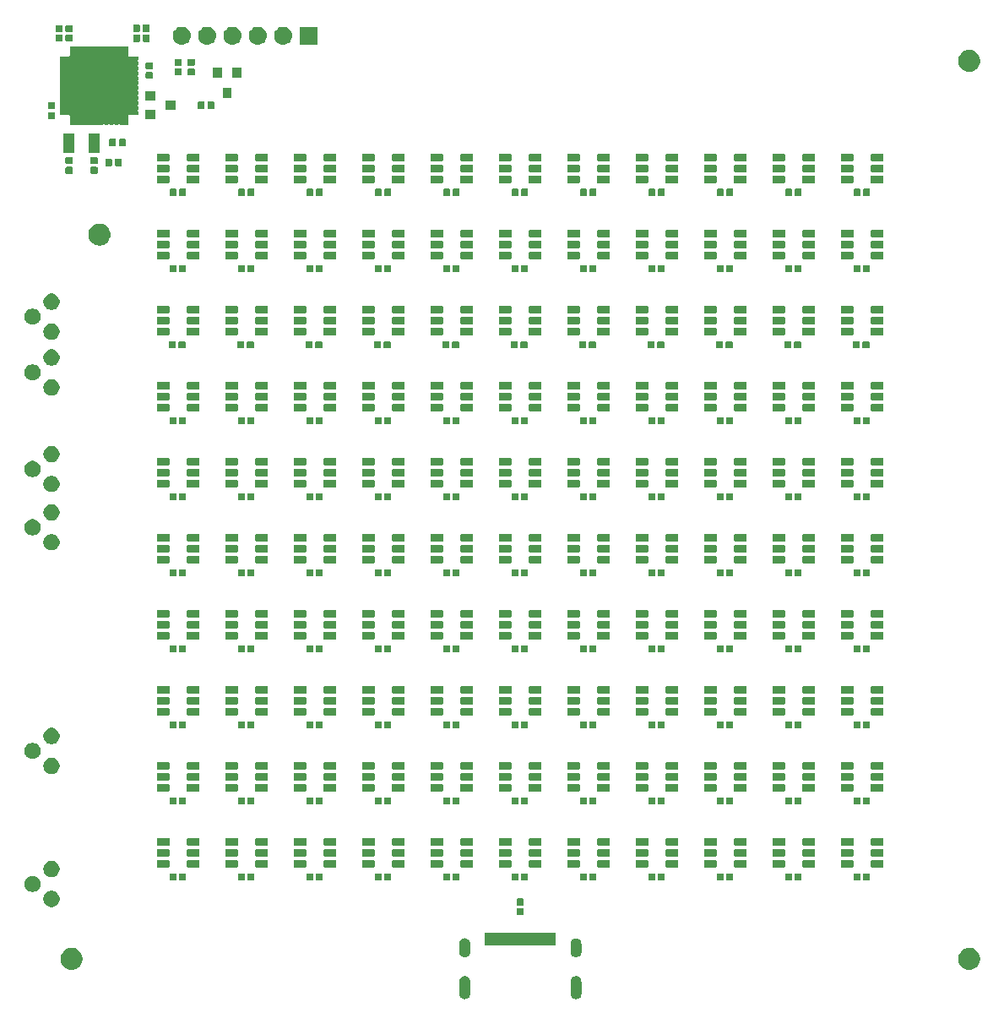
<source format=gbr>
G04 #@! TF.GenerationSoftware,KiCad,Pcbnew,(5.1.4)-1*
G04 #@! TF.CreationDate,2019-12-11T17:48:58-05:00*
G04 #@! TF.ProjectId,main,6d61696e-2e6b-4696-9361-645f70636258,rev?*
G04 #@! TF.SameCoordinates,Original*
G04 #@! TF.FileFunction,Soldermask,Top*
G04 #@! TF.FilePolarity,Negative*
%FSLAX46Y46*%
G04 Gerber Fmt 4.6, Leading zero omitted, Abs format (unit mm)*
G04 Created by KiCad (PCBNEW (5.1.4)-1) date 2019-12-11 17:48:58*
%MOMM*%
%LPD*%
G04 APERTURE LIST*
%ADD10C,0.100000*%
G04 APERTURE END LIST*
D10*
G36*
X44533014Y-96742973D02*
G01*
X44636878Y-96774479D01*
X44680907Y-96798013D01*
X44732599Y-96825643D01*
X44732601Y-96825644D01*
X44732600Y-96825644D01*
X44816501Y-96894499D01*
X44885356Y-96978400D01*
X44936521Y-97074121D01*
X44968027Y-97177985D01*
X44976000Y-97258933D01*
X44976000Y-98513067D01*
X44968027Y-98594015D01*
X44936521Y-98697879D01*
X44936519Y-98697882D01*
X44885357Y-98793600D01*
X44816501Y-98877501D01*
X44732600Y-98946357D01*
X44664055Y-98982995D01*
X44636879Y-98997521D01*
X44533015Y-99029027D01*
X44425000Y-99039666D01*
X44316986Y-99029027D01*
X44213122Y-98997521D01*
X44185946Y-98982995D01*
X44117401Y-98946357D01*
X44033500Y-98877501D01*
X43964644Y-98793600D01*
X43913482Y-98697882D01*
X43913480Y-98697879D01*
X43881974Y-98594015D01*
X43874001Y-98513067D01*
X43874000Y-97258934D01*
X43881973Y-97177986D01*
X43913479Y-97074122D01*
X43964644Y-96978400D01*
X44033499Y-96894499D01*
X44117400Y-96825644D01*
X44117399Y-96825644D01*
X44117401Y-96825643D01*
X44169093Y-96798013D01*
X44213121Y-96774479D01*
X44316985Y-96742973D01*
X44425000Y-96732334D01*
X44533014Y-96742973D01*
X44533014Y-96742973D01*
G37*
G36*
X55683014Y-96742973D02*
G01*
X55786878Y-96774479D01*
X55830907Y-96798013D01*
X55882599Y-96825643D01*
X55882601Y-96825644D01*
X55882600Y-96825644D01*
X55966501Y-96894499D01*
X56035356Y-96978400D01*
X56086521Y-97074121D01*
X56118027Y-97177985D01*
X56126000Y-97258933D01*
X56126000Y-98513067D01*
X56118027Y-98594015D01*
X56086521Y-98697879D01*
X56086519Y-98697882D01*
X56035357Y-98793600D01*
X55966501Y-98877501D01*
X55882600Y-98946357D01*
X55814055Y-98982995D01*
X55786879Y-98997521D01*
X55683015Y-99029027D01*
X55575000Y-99039666D01*
X55466986Y-99029027D01*
X55363122Y-98997521D01*
X55335946Y-98982995D01*
X55267401Y-98946357D01*
X55183500Y-98877501D01*
X55114644Y-98793600D01*
X55063482Y-98697882D01*
X55063480Y-98697879D01*
X55031974Y-98594015D01*
X55024001Y-98513067D01*
X55024000Y-97258934D01*
X55031973Y-97177986D01*
X55063479Y-97074122D01*
X55114644Y-96978400D01*
X55183499Y-96894499D01*
X55267400Y-96825644D01*
X55267399Y-96825644D01*
X55267401Y-96825643D01*
X55319093Y-96798013D01*
X55363121Y-96774479D01*
X55466985Y-96742973D01*
X55575000Y-96732334D01*
X55683014Y-96742973D01*
X55683014Y-96742973D01*
G37*
G36*
X5214795Y-93920156D02*
G01*
X5321150Y-93941311D01*
X5521520Y-94024307D01*
X5701844Y-94144795D01*
X5855205Y-94298156D01*
X5975693Y-94478480D01*
X6058689Y-94678851D01*
X6101000Y-94891560D01*
X6101000Y-95108440D01*
X6058689Y-95321149D01*
X5975693Y-95521520D01*
X5855205Y-95701844D01*
X5701844Y-95855205D01*
X5521520Y-95975693D01*
X5421334Y-96017191D01*
X5321150Y-96058689D01*
X5214794Y-96079845D01*
X5108440Y-96101000D01*
X4891560Y-96101000D01*
X4785206Y-96079845D01*
X4678850Y-96058689D01*
X4578666Y-96017191D01*
X4478480Y-95975693D01*
X4298156Y-95855205D01*
X4144795Y-95701844D01*
X4024307Y-95521520D01*
X3941311Y-95321149D01*
X3899000Y-95108440D01*
X3899000Y-94891560D01*
X3941311Y-94678851D01*
X4024307Y-94478480D01*
X4144795Y-94298156D01*
X4298156Y-94144795D01*
X4478480Y-94024307D01*
X4678850Y-93941311D01*
X4785205Y-93920156D01*
X4891560Y-93899000D01*
X5108440Y-93899000D01*
X5214795Y-93920156D01*
X5214795Y-93920156D01*
G37*
G36*
X95214795Y-93920156D02*
G01*
X95321150Y-93941311D01*
X95521520Y-94024307D01*
X95701844Y-94144795D01*
X95855205Y-94298156D01*
X95975693Y-94478480D01*
X96058689Y-94678851D01*
X96101000Y-94891560D01*
X96101000Y-95108440D01*
X96058689Y-95321149D01*
X95975693Y-95521520D01*
X95855205Y-95701844D01*
X95701844Y-95855205D01*
X95521520Y-95975693D01*
X95321150Y-96058689D01*
X95214794Y-96079845D01*
X95108440Y-96101000D01*
X94891560Y-96101000D01*
X94785206Y-96079845D01*
X94678850Y-96058689D01*
X94578666Y-96017191D01*
X94478480Y-95975693D01*
X94298156Y-95855205D01*
X94144795Y-95701844D01*
X94024307Y-95521520D01*
X93941311Y-95321149D01*
X93899000Y-95108440D01*
X93899000Y-94891560D01*
X93941311Y-94678851D01*
X94024307Y-94478480D01*
X94144795Y-94298156D01*
X94298156Y-94144795D01*
X94478480Y-94024307D01*
X94578666Y-93982809D01*
X94678850Y-93941311D01*
X94785205Y-93920156D01*
X94891560Y-93899000D01*
X95108440Y-93899000D01*
X95214795Y-93920156D01*
X95214795Y-93920156D01*
G37*
G36*
X55683014Y-92942973D02*
G01*
X55786878Y-92974479D01*
X55830907Y-92998013D01*
X55882599Y-93025643D01*
X55882601Y-93025644D01*
X55882600Y-93025644D01*
X55966501Y-93094499D01*
X56035356Y-93178400D01*
X56086521Y-93274121D01*
X56118027Y-93377985D01*
X56126000Y-93458933D01*
X56126000Y-94313067D01*
X56118027Y-94394015D01*
X56086521Y-94497879D01*
X56086519Y-94497882D01*
X56035357Y-94593600D01*
X55966501Y-94677501D01*
X55882600Y-94746357D01*
X55814055Y-94782995D01*
X55786879Y-94797521D01*
X55683015Y-94829027D01*
X55575000Y-94839666D01*
X55466986Y-94829027D01*
X55363122Y-94797521D01*
X55335946Y-94782995D01*
X55267401Y-94746357D01*
X55183500Y-94677501D01*
X55114644Y-94593600D01*
X55063482Y-94497882D01*
X55063480Y-94497879D01*
X55031973Y-94394015D01*
X55024000Y-94313067D01*
X55024000Y-93458934D01*
X55031973Y-93377986D01*
X55063479Y-93274122D01*
X55114644Y-93178400D01*
X55183499Y-93094499D01*
X55267400Y-93025644D01*
X55267399Y-93025644D01*
X55267401Y-93025643D01*
X55319093Y-92998013D01*
X55363121Y-92974479D01*
X55466985Y-92942973D01*
X55575000Y-92932334D01*
X55683014Y-92942973D01*
X55683014Y-92942973D01*
G37*
G36*
X44533014Y-92942973D02*
G01*
X44636878Y-92974479D01*
X44680907Y-92998013D01*
X44732599Y-93025643D01*
X44732601Y-93025644D01*
X44732600Y-93025644D01*
X44816501Y-93094499D01*
X44885356Y-93178400D01*
X44936521Y-93274121D01*
X44968027Y-93377985D01*
X44976000Y-93458933D01*
X44976000Y-94313067D01*
X44968027Y-94394015D01*
X44936521Y-94497879D01*
X44936519Y-94497882D01*
X44885357Y-94593600D01*
X44816501Y-94677501D01*
X44732600Y-94746357D01*
X44664055Y-94782995D01*
X44636879Y-94797521D01*
X44533015Y-94829027D01*
X44425000Y-94839666D01*
X44316986Y-94829027D01*
X44213122Y-94797521D01*
X44185946Y-94782995D01*
X44117401Y-94746357D01*
X44033500Y-94677501D01*
X43964644Y-94593600D01*
X43913482Y-94497882D01*
X43913480Y-94497879D01*
X43881973Y-94394015D01*
X43874000Y-94313067D01*
X43874000Y-93458934D01*
X43881973Y-93377986D01*
X43913479Y-93274122D01*
X43964644Y-93178400D01*
X44033499Y-93094499D01*
X44117400Y-93025644D01*
X44117399Y-93025644D01*
X44117401Y-93025643D01*
X44169093Y-92998013D01*
X44213121Y-92974479D01*
X44316985Y-92942973D01*
X44425000Y-92932334D01*
X44533014Y-92942973D01*
X44533014Y-92942973D01*
G37*
G36*
X53551000Y-93652000D02*
G01*
X46449000Y-93652000D01*
X46449000Y-92400000D01*
X53551000Y-92400000D01*
X53551000Y-93652000D01*
X53551000Y-93652000D01*
G37*
G36*
X50259938Y-89929216D02*
G01*
X50280557Y-89935471D01*
X50299553Y-89945624D01*
X50316208Y-89959292D01*
X50329876Y-89975947D01*
X50340029Y-89994943D01*
X50346284Y-90015562D01*
X50349000Y-90043140D01*
X50349000Y-90501860D01*
X50346284Y-90529438D01*
X50340029Y-90550057D01*
X50329876Y-90569053D01*
X50316208Y-90585708D01*
X50299553Y-90599376D01*
X50280557Y-90609529D01*
X50259938Y-90615784D01*
X50232360Y-90618500D01*
X49723640Y-90618500D01*
X49696062Y-90615784D01*
X49675443Y-90609529D01*
X49656447Y-90599376D01*
X49639792Y-90585708D01*
X49626124Y-90569053D01*
X49615971Y-90550057D01*
X49609716Y-90529438D01*
X49607000Y-90501860D01*
X49607000Y-90043140D01*
X49609716Y-90015562D01*
X49615971Y-89994943D01*
X49626124Y-89975947D01*
X49639792Y-89959292D01*
X49656447Y-89945624D01*
X49675443Y-89935471D01*
X49696062Y-89929216D01*
X49723640Y-89926500D01*
X50232360Y-89926500D01*
X50259938Y-89929216D01*
X50259938Y-89929216D01*
G37*
G36*
X3225142Y-88218242D02*
G01*
X3373101Y-88279529D01*
X3506255Y-88368499D01*
X3619501Y-88481745D01*
X3708471Y-88614899D01*
X3769758Y-88762858D01*
X3801000Y-88919925D01*
X3801000Y-89080075D01*
X3769758Y-89237142D01*
X3708471Y-89385101D01*
X3619501Y-89518255D01*
X3506255Y-89631501D01*
X3373101Y-89720471D01*
X3225142Y-89781758D01*
X3068075Y-89813000D01*
X2907925Y-89813000D01*
X2750858Y-89781758D01*
X2602899Y-89720471D01*
X2469745Y-89631501D01*
X2356499Y-89518255D01*
X2267529Y-89385101D01*
X2206242Y-89237142D01*
X2175000Y-89080075D01*
X2175000Y-88919925D01*
X2206242Y-88762858D01*
X2267529Y-88614899D01*
X2356499Y-88481745D01*
X2469745Y-88368499D01*
X2602899Y-88279529D01*
X2750858Y-88218242D01*
X2907925Y-88187000D01*
X3068075Y-88187000D01*
X3225142Y-88218242D01*
X3225142Y-88218242D01*
G37*
G36*
X50259938Y-88959216D02*
G01*
X50280557Y-88965471D01*
X50299553Y-88975624D01*
X50316208Y-88989292D01*
X50329876Y-89005947D01*
X50340029Y-89024943D01*
X50346284Y-89045562D01*
X50349000Y-89073140D01*
X50349000Y-89531860D01*
X50346284Y-89559438D01*
X50340029Y-89580057D01*
X50329876Y-89599053D01*
X50316208Y-89615708D01*
X50299553Y-89629376D01*
X50280557Y-89639529D01*
X50259938Y-89645784D01*
X50232360Y-89648500D01*
X49723640Y-89648500D01*
X49696062Y-89645784D01*
X49675443Y-89639529D01*
X49656447Y-89629376D01*
X49639792Y-89615708D01*
X49626124Y-89599053D01*
X49615971Y-89580057D01*
X49609716Y-89559438D01*
X49607000Y-89531860D01*
X49607000Y-89073140D01*
X49609716Y-89045562D01*
X49615971Y-89024943D01*
X49626124Y-89005947D01*
X49639792Y-88989292D01*
X49656447Y-88975624D01*
X49675443Y-88965471D01*
X49696062Y-88959216D01*
X49723640Y-88956500D01*
X50232360Y-88956500D01*
X50259938Y-88959216D01*
X50259938Y-88959216D01*
G37*
G36*
X1325142Y-86718242D02*
G01*
X1473101Y-86779529D01*
X1606255Y-86868499D01*
X1719501Y-86981745D01*
X1808471Y-87114899D01*
X1869758Y-87262858D01*
X1901000Y-87419925D01*
X1901000Y-87580075D01*
X1869758Y-87737142D01*
X1808471Y-87885101D01*
X1719501Y-88018255D01*
X1606255Y-88131501D01*
X1473101Y-88220471D01*
X1325142Y-88281758D01*
X1168075Y-88313000D01*
X1007925Y-88313000D01*
X850858Y-88281758D01*
X702899Y-88220471D01*
X569745Y-88131501D01*
X456499Y-88018255D01*
X367529Y-87885101D01*
X306242Y-87737142D01*
X275000Y-87580075D01*
X275000Y-87419925D01*
X306242Y-87262858D01*
X367529Y-87114899D01*
X456499Y-86981745D01*
X569745Y-86868499D01*
X702899Y-86779529D01*
X850858Y-86718242D01*
X1007925Y-86687000D01*
X1168075Y-86687000D01*
X1325142Y-86718242D01*
X1325142Y-86718242D01*
G37*
G36*
X70298538Y-86434716D02*
G01*
X70319157Y-86440971D01*
X70338153Y-86451124D01*
X70354808Y-86464792D01*
X70368476Y-86481447D01*
X70378629Y-86500443D01*
X70384884Y-86521062D01*
X70387600Y-86548640D01*
X70387600Y-87057360D01*
X70384884Y-87084938D01*
X70378629Y-87105557D01*
X70368476Y-87124553D01*
X70354808Y-87141208D01*
X70338153Y-87154876D01*
X70319157Y-87165029D01*
X70298538Y-87171284D01*
X70270960Y-87174000D01*
X69812240Y-87174000D01*
X69784662Y-87171284D01*
X69764043Y-87165029D01*
X69745047Y-87154876D01*
X69728392Y-87141208D01*
X69714724Y-87124553D01*
X69704571Y-87105557D01*
X69698316Y-87084938D01*
X69695600Y-87057360D01*
X69695600Y-86548640D01*
X69698316Y-86521062D01*
X69704571Y-86500443D01*
X69714724Y-86481447D01*
X69728392Y-86464792D01*
X69745047Y-86451124D01*
X69764043Y-86440971D01*
X69784662Y-86434716D01*
X69812240Y-86432000D01*
X70270960Y-86432000D01*
X70298538Y-86434716D01*
X70298538Y-86434716D01*
G37*
G36*
X49724538Y-86434716D02*
G01*
X49745157Y-86440971D01*
X49764153Y-86451124D01*
X49780808Y-86464792D01*
X49794476Y-86481447D01*
X49804629Y-86500443D01*
X49810884Y-86521062D01*
X49813600Y-86548640D01*
X49813600Y-87057360D01*
X49810884Y-87084938D01*
X49804629Y-87105557D01*
X49794476Y-87124553D01*
X49780808Y-87141208D01*
X49764153Y-87154876D01*
X49745157Y-87165029D01*
X49724538Y-87171284D01*
X49696960Y-87174000D01*
X49238240Y-87174000D01*
X49210662Y-87171284D01*
X49190043Y-87165029D01*
X49171047Y-87154876D01*
X49154392Y-87141208D01*
X49140724Y-87124553D01*
X49130571Y-87105557D01*
X49124316Y-87084938D01*
X49121600Y-87057360D01*
X49121600Y-86548640D01*
X49124316Y-86521062D01*
X49130571Y-86500443D01*
X49140724Y-86481447D01*
X49154392Y-86464792D01*
X49171047Y-86451124D01*
X49190043Y-86440971D01*
X49210662Y-86434716D01*
X49238240Y-86432000D01*
X49696960Y-86432000D01*
X49724538Y-86434716D01*
X49724538Y-86434716D01*
G37*
G36*
X16404538Y-86434716D02*
G01*
X16425157Y-86440971D01*
X16444153Y-86451124D01*
X16460808Y-86464792D01*
X16474476Y-86481447D01*
X16484629Y-86500443D01*
X16490884Y-86521062D01*
X16493600Y-86548640D01*
X16493600Y-87057360D01*
X16490884Y-87084938D01*
X16484629Y-87105557D01*
X16474476Y-87124553D01*
X16460808Y-87141208D01*
X16444153Y-87154876D01*
X16425157Y-87165029D01*
X16404538Y-87171284D01*
X16376960Y-87174000D01*
X15918240Y-87174000D01*
X15890662Y-87171284D01*
X15870043Y-87165029D01*
X15851047Y-87154876D01*
X15834392Y-87141208D01*
X15820724Y-87124553D01*
X15810571Y-87105557D01*
X15804316Y-87084938D01*
X15801600Y-87057360D01*
X15801600Y-86548640D01*
X15804316Y-86521062D01*
X15810571Y-86500443D01*
X15820724Y-86481447D01*
X15834392Y-86464792D01*
X15851047Y-86451124D01*
X15870043Y-86440971D01*
X15890662Y-86434716D01*
X15918240Y-86432000D01*
X16376960Y-86432000D01*
X16404538Y-86434716D01*
X16404538Y-86434716D01*
G37*
G36*
X15434538Y-86434716D02*
G01*
X15455157Y-86440971D01*
X15474153Y-86451124D01*
X15490808Y-86464792D01*
X15504476Y-86481447D01*
X15514629Y-86500443D01*
X15520884Y-86521062D01*
X15523600Y-86548640D01*
X15523600Y-87057360D01*
X15520884Y-87084938D01*
X15514629Y-87105557D01*
X15504476Y-87124553D01*
X15490808Y-87141208D01*
X15474153Y-87154876D01*
X15455157Y-87165029D01*
X15434538Y-87171284D01*
X15406960Y-87174000D01*
X14948240Y-87174000D01*
X14920662Y-87171284D01*
X14900043Y-87165029D01*
X14881047Y-87154876D01*
X14864392Y-87141208D01*
X14850724Y-87124553D01*
X14840571Y-87105557D01*
X14834316Y-87084938D01*
X14831600Y-87057360D01*
X14831600Y-86548640D01*
X14834316Y-86521062D01*
X14840571Y-86500443D01*
X14850724Y-86481447D01*
X14864392Y-86464792D01*
X14881047Y-86451124D01*
X14900043Y-86440971D01*
X14920662Y-86434716D01*
X14948240Y-86432000D01*
X15406960Y-86432000D01*
X15434538Y-86434716D01*
X15434538Y-86434716D01*
G37*
G36*
X36978538Y-86434716D02*
G01*
X36999157Y-86440971D01*
X37018153Y-86451124D01*
X37034808Y-86464792D01*
X37048476Y-86481447D01*
X37058629Y-86500443D01*
X37064884Y-86521062D01*
X37067600Y-86548640D01*
X37067600Y-87057360D01*
X37064884Y-87084938D01*
X37058629Y-87105557D01*
X37048476Y-87124553D01*
X37034808Y-87141208D01*
X37018153Y-87154876D01*
X36999157Y-87165029D01*
X36978538Y-87171284D01*
X36950960Y-87174000D01*
X36492240Y-87174000D01*
X36464662Y-87171284D01*
X36444043Y-87165029D01*
X36425047Y-87154876D01*
X36408392Y-87141208D01*
X36394724Y-87124553D01*
X36384571Y-87105557D01*
X36378316Y-87084938D01*
X36375600Y-87057360D01*
X36375600Y-86548640D01*
X36378316Y-86521062D01*
X36384571Y-86500443D01*
X36394724Y-86481447D01*
X36408392Y-86464792D01*
X36425047Y-86451124D01*
X36444043Y-86440971D01*
X36464662Y-86434716D01*
X36492240Y-86432000D01*
X36950960Y-86432000D01*
X36978538Y-86434716D01*
X36978538Y-86434716D01*
G37*
G36*
X36008538Y-86434716D02*
G01*
X36029157Y-86440971D01*
X36048153Y-86451124D01*
X36064808Y-86464792D01*
X36078476Y-86481447D01*
X36088629Y-86500443D01*
X36094884Y-86521062D01*
X36097600Y-86548640D01*
X36097600Y-87057360D01*
X36094884Y-87084938D01*
X36088629Y-87105557D01*
X36078476Y-87124553D01*
X36064808Y-87141208D01*
X36048153Y-87154876D01*
X36029157Y-87165029D01*
X36008538Y-87171284D01*
X35980960Y-87174000D01*
X35522240Y-87174000D01*
X35494662Y-87171284D01*
X35474043Y-87165029D01*
X35455047Y-87154876D01*
X35438392Y-87141208D01*
X35424724Y-87124553D01*
X35414571Y-87105557D01*
X35408316Y-87084938D01*
X35405600Y-87057360D01*
X35405600Y-86548640D01*
X35408316Y-86521062D01*
X35414571Y-86500443D01*
X35424724Y-86481447D01*
X35438392Y-86464792D01*
X35455047Y-86451124D01*
X35474043Y-86440971D01*
X35494662Y-86434716D01*
X35522240Y-86432000D01*
X35980960Y-86432000D01*
X36008538Y-86434716D01*
X36008538Y-86434716D01*
G37*
G36*
X57552538Y-86434716D02*
G01*
X57573157Y-86440971D01*
X57592153Y-86451124D01*
X57608808Y-86464792D01*
X57622476Y-86481447D01*
X57632629Y-86500443D01*
X57638884Y-86521062D01*
X57641600Y-86548640D01*
X57641600Y-87057360D01*
X57638884Y-87084938D01*
X57632629Y-87105557D01*
X57622476Y-87124553D01*
X57608808Y-87141208D01*
X57592153Y-87154876D01*
X57573157Y-87165029D01*
X57552538Y-87171284D01*
X57524960Y-87174000D01*
X57066240Y-87174000D01*
X57038662Y-87171284D01*
X57018043Y-87165029D01*
X56999047Y-87154876D01*
X56982392Y-87141208D01*
X56968724Y-87124553D01*
X56958571Y-87105557D01*
X56952316Y-87084938D01*
X56949600Y-87057360D01*
X56949600Y-86548640D01*
X56952316Y-86521062D01*
X56958571Y-86500443D01*
X56968724Y-86481447D01*
X56982392Y-86464792D01*
X56999047Y-86451124D01*
X57018043Y-86440971D01*
X57038662Y-86434716D01*
X57066240Y-86432000D01*
X57524960Y-86432000D01*
X57552538Y-86434716D01*
X57552538Y-86434716D01*
G37*
G36*
X56582538Y-86434716D02*
G01*
X56603157Y-86440971D01*
X56622153Y-86451124D01*
X56638808Y-86464792D01*
X56652476Y-86481447D01*
X56662629Y-86500443D01*
X56668884Y-86521062D01*
X56671600Y-86548640D01*
X56671600Y-87057360D01*
X56668884Y-87084938D01*
X56662629Y-87105557D01*
X56652476Y-87124553D01*
X56638808Y-87141208D01*
X56622153Y-87154876D01*
X56603157Y-87165029D01*
X56582538Y-87171284D01*
X56554960Y-87174000D01*
X56096240Y-87174000D01*
X56068662Y-87171284D01*
X56048043Y-87165029D01*
X56029047Y-87154876D01*
X56012392Y-87141208D01*
X55998724Y-87124553D01*
X55988571Y-87105557D01*
X55982316Y-87084938D01*
X55979600Y-87057360D01*
X55979600Y-86548640D01*
X55982316Y-86521062D01*
X55988571Y-86500443D01*
X55998724Y-86481447D01*
X56012392Y-86464792D01*
X56029047Y-86451124D01*
X56048043Y-86440971D01*
X56068662Y-86434716D01*
X56096240Y-86432000D01*
X56554960Y-86432000D01*
X56582538Y-86434716D01*
X56582538Y-86434716D01*
G37*
G36*
X64410538Y-86434716D02*
G01*
X64431157Y-86440971D01*
X64450153Y-86451124D01*
X64466808Y-86464792D01*
X64480476Y-86481447D01*
X64490629Y-86500443D01*
X64496884Y-86521062D01*
X64499600Y-86548640D01*
X64499600Y-87057360D01*
X64496884Y-87084938D01*
X64490629Y-87105557D01*
X64480476Y-87124553D01*
X64466808Y-87141208D01*
X64450153Y-87154876D01*
X64431157Y-87165029D01*
X64410538Y-87171284D01*
X64382960Y-87174000D01*
X63924240Y-87174000D01*
X63896662Y-87171284D01*
X63876043Y-87165029D01*
X63857047Y-87154876D01*
X63840392Y-87141208D01*
X63826724Y-87124553D01*
X63816571Y-87105557D01*
X63810316Y-87084938D01*
X63807600Y-87057360D01*
X63807600Y-86548640D01*
X63810316Y-86521062D01*
X63816571Y-86500443D01*
X63826724Y-86481447D01*
X63840392Y-86464792D01*
X63857047Y-86451124D01*
X63876043Y-86440971D01*
X63896662Y-86434716D01*
X63924240Y-86432000D01*
X64382960Y-86432000D01*
X64410538Y-86434716D01*
X64410538Y-86434716D01*
G37*
G36*
X23262538Y-86434716D02*
G01*
X23283157Y-86440971D01*
X23302153Y-86451124D01*
X23318808Y-86464792D01*
X23332476Y-86481447D01*
X23342629Y-86500443D01*
X23348884Y-86521062D01*
X23351600Y-86548640D01*
X23351600Y-87057360D01*
X23348884Y-87084938D01*
X23342629Y-87105557D01*
X23332476Y-87124553D01*
X23318808Y-87141208D01*
X23302153Y-87154876D01*
X23283157Y-87165029D01*
X23262538Y-87171284D01*
X23234960Y-87174000D01*
X22776240Y-87174000D01*
X22748662Y-87171284D01*
X22728043Y-87165029D01*
X22709047Y-87154876D01*
X22692392Y-87141208D01*
X22678724Y-87124553D01*
X22668571Y-87105557D01*
X22662316Y-87084938D01*
X22659600Y-87057360D01*
X22659600Y-86548640D01*
X22662316Y-86521062D01*
X22668571Y-86500443D01*
X22678724Y-86481447D01*
X22692392Y-86464792D01*
X22709047Y-86451124D01*
X22728043Y-86440971D01*
X22748662Y-86434716D01*
X22776240Y-86432000D01*
X23234960Y-86432000D01*
X23262538Y-86434716D01*
X23262538Y-86434716D01*
G37*
G36*
X22292538Y-86434716D02*
G01*
X22313157Y-86440971D01*
X22332153Y-86451124D01*
X22348808Y-86464792D01*
X22362476Y-86481447D01*
X22372629Y-86500443D01*
X22378884Y-86521062D01*
X22381600Y-86548640D01*
X22381600Y-87057360D01*
X22378884Y-87084938D01*
X22372629Y-87105557D01*
X22362476Y-87124553D01*
X22348808Y-87141208D01*
X22332153Y-87154876D01*
X22313157Y-87165029D01*
X22292538Y-87171284D01*
X22264960Y-87174000D01*
X21806240Y-87174000D01*
X21778662Y-87171284D01*
X21758043Y-87165029D01*
X21739047Y-87154876D01*
X21722392Y-87141208D01*
X21708724Y-87124553D01*
X21698571Y-87105557D01*
X21692316Y-87084938D01*
X21689600Y-87057360D01*
X21689600Y-86548640D01*
X21692316Y-86521062D01*
X21698571Y-86500443D01*
X21708724Y-86481447D01*
X21722392Y-86464792D01*
X21739047Y-86451124D01*
X21758043Y-86440971D01*
X21778662Y-86434716D01*
X21806240Y-86432000D01*
X22264960Y-86432000D01*
X22292538Y-86434716D01*
X22292538Y-86434716D01*
G37*
G36*
X71268538Y-86434716D02*
G01*
X71289157Y-86440971D01*
X71308153Y-86451124D01*
X71324808Y-86464792D01*
X71338476Y-86481447D01*
X71348629Y-86500443D01*
X71354884Y-86521062D01*
X71357600Y-86548640D01*
X71357600Y-87057360D01*
X71354884Y-87084938D01*
X71348629Y-87105557D01*
X71338476Y-87124553D01*
X71324808Y-87141208D01*
X71308153Y-87154876D01*
X71289157Y-87165029D01*
X71268538Y-87171284D01*
X71240960Y-87174000D01*
X70782240Y-87174000D01*
X70754662Y-87171284D01*
X70734043Y-87165029D01*
X70715047Y-87154876D01*
X70698392Y-87141208D01*
X70684724Y-87124553D01*
X70674571Y-87105557D01*
X70668316Y-87084938D01*
X70665600Y-87057360D01*
X70665600Y-86548640D01*
X70668316Y-86521062D01*
X70674571Y-86500443D01*
X70684724Y-86481447D01*
X70698392Y-86464792D01*
X70715047Y-86451124D01*
X70734043Y-86440971D01*
X70754662Y-86434716D01*
X70782240Y-86432000D01*
X71240960Y-86432000D01*
X71268538Y-86434716D01*
X71268538Y-86434716D01*
G37*
G36*
X30120538Y-86434716D02*
G01*
X30141157Y-86440971D01*
X30160153Y-86451124D01*
X30176808Y-86464792D01*
X30190476Y-86481447D01*
X30200629Y-86500443D01*
X30206884Y-86521062D01*
X30209600Y-86548640D01*
X30209600Y-87057360D01*
X30206884Y-87084938D01*
X30200629Y-87105557D01*
X30190476Y-87124553D01*
X30176808Y-87141208D01*
X30160153Y-87154876D01*
X30141157Y-87165029D01*
X30120538Y-87171284D01*
X30092960Y-87174000D01*
X29634240Y-87174000D01*
X29606662Y-87171284D01*
X29586043Y-87165029D01*
X29567047Y-87154876D01*
X29550392Y-87141208D01*
X29536724Y-87124553D01*
X29526571Y-87105557D01*
X29520316Y-87084938D01*
X29517600Y-87057360D01*
X29517600Y-86548640D01*
X29520316Y-86521062D01*
X29526571Y-86500443D01*
X29536724Y-86481447D01*
X29550392Y-86464792D01*
X29567047Y-86451124D01*
X29586043Y-86440971D01*
X29606662Y-86434716D01*
X29634240Y-86432000D01*
X30092960Y-86432000D01*
X30120538Y-86434716D01*
X30120538Y-86434716D01*
G37*
G36*
X77156538Y-86434716D02*
G01*
X77177157Y-86440971D01*
X77196153Y-86451124D01*
X77212808Y-86464792D01*
X77226476Y-86481447D01*
X77236629Y-86500443D01*
X77242884Y-86521062D01*
X77245600Y-86548640D01*
X77245600Y-87057360D01*
X77242884Y-87084938D01*
X77236629Y-87105557D01*
X77226476Y-87124553D01*
X77212808Y-87141208D01*
X77196153Y-87154876D01*
X77177157Y-87165029D01*
X77156538Y-87171284D01*
X77128960Y-87174000D01*
X76670240Y-87174000D01*
X76642662Y-87171284D01*
X76622043Y-87165029D01*
X76603047Y-87154876D01*
X76586392Y-87141208D01*
X76572724Y-87124553D01*
X76562571Y-87105557D01*
X76556316Y-87084938D01*
X76553600Y-87057360D01*
X76553600Y-86548640D01*
X76556316Y-86521062D01*
X76562571Y-86500443D01*
X76572724Y-86481447D01*
X76586392Y-86464792D01*
X76603047Y-86451124D01*
X76622043Y-86440971D01*
X76642662Y-86434716D01*
X76670240Y-86432000D01*
X77128960Y-86432000D01*
X77156538Y-86434716D01*
X77156538Y-86434716D01*
G37*
G36*
X78126538Y-86434716D02*
G01*
X78147157Y-86440971D01*
X78166153Y-86451124D01*
X78182808Y-86464792D01*
X78196476Y-86481447D01*
X78206629Y-86500443D01*
X78212884Y-86521062D01*
X78215600Y-86548640D01*
X78215600Y-87057360D01*
X78212884Y-87084938D01*
X78206629Y-87105557D01*
X78196476Y-87124553D01*
X78182808Y-87141208D01*
X78166153Y-87154876D01*
X78147157Y-87165029D01*
X78126538Y-87171284D01*
X78098960Y-87174000D01*
X77640240Y-87174000D01*
X77612662Y-87171284D01*
X77592043Y-87165029D01*
X77573047Y-87154876D01*
X77556392Y-87141208D01*
X77542724Y-87124553D01*
X77532571Y-87105557D01*
X77526316Y-87084938D01*
X77523600Y-87057360D01*
X77523600Y-86548640D01*
X77526316Y-86521062D01*
X77532571Y-86500443D01*
X77542724Y-86481447D01*
X77556392Y-86464792D01*
X77573047Y-86451124D01*
X77592043Y-86440971D01*
X77612662Y-86434716D01*
X77640240Y-86432000D01*
X78098960Y-86432000D01*
X78126538Y-86434716D01*
X78126538Y-86434716D01*
G37*
G36*
X50694538Y-86434716D02*
G01*
X50715157Y-86440971D01*
X50734153Y-86451124D01*
X50750808Y-86464792D01*
X50764476Y-86481447D01*
X50774629Y-86500443D01*
X50780884Y-86521062D01*
X50783600Y-86548640D01*
X50783600Y-87057360D01*
X50780884Y-87084938D01*
X50774629Y-87105557D01*
X50764476Y-87124553D01*
X50750808Y-87141208D01*
X50734153Y-87154876D01*
X50715157Y-87165029D01*
X50694538Y-87171284D01*
X50666960Y-87174000D01*
X50208240Y-87174000D01*
X50180662Y-87171284D01*
X50160043Y-87165029D01*
X50141047Y-87154876D01*
X50124392Y-87141208D01*
X50110724Y-87124553D01*
X50100571Y-87105557D01*
X50094316Y-87084938D01*
X50091600Y-87057360D01*
X50091600Y-86548640D01*
X50094316Y-86521062D01*
X50100571Y-86500443D01*
X50110724Y-86481447D01*
X50124392Y-86464792D01*
X50141047Y-86451124D01*
X50160043Y-86440971D01*
X50180662Y-86434716D01*
X50208240Y-86432000D01*
X50666960Y-86432000D01*
X50694538Y-86434716D01*
X50694538Y-86434716D01*
G37*
G36*
X84014538Y-86434716D02*
G01*
X84035157Y-86440971D01*
X84054153Y-86451124D01*
X84070808Y-86464792D01*
X84084476Y-86481447D01*
X84094629Y-86500443D01*
X84100884Y-86521062D01*
X84103600Y-86548640D01*
X84103600Y-87057360D01*
X84100884Y-87084938D01*
X84094629Y-87105557D01*
X84084476Y-87124553D01*
X84070808Y-87141208D01*
X84054153Y-87154876D01*
X84035157Y-87165029D01*
X84014538Y-87171284D01*
X83986960Y-87174000D01*
X83528240Y-87174000D01*
X83500662Y-87171284D01*
X83480043Y-87165029D01*
X83461047Y-87154876D01*
X83444392Y-87141208D01*
X83430724Y-87124553D01*
X83420571Y-87105557D01*
X83414316Y-87084938D01*
X83411600Y-87057360D01*
X83411600Y-86548640D01*
X83414316Y-86521062D01*
X83420571Y-86500443D01*
X83430724Y-86481447D01*
X83444392Y-86464792D01*
X83461047Y-86451124D01*
X83480043Y-86440971D01*
X83500662Y-86434716D01*
X83528240Y-86432000D01*
X83986960Y-86432000D01*
X84014538Y-86434716D01*
X84014538Y-86434716D01*
G37*
G36*
X84984538Y-86434716D02*
G01*
X85005157Y-86440971D01*
X85024153Y-86451124D01*
X85040808Y-86464792D01*
X85054476Y-86481447D01*
X85064629Y-86500443D01*
X85070884Y-86521062D01*
X85073600Y-86548640D01*
X85073600Y-87057360D01*
X85070884Y-87084938D01*
X85064629Y-87105557D01*
X85054476Y-87124553D01*
X85040808Y-87141208D01*
X85024153Y-87154876D01*
X85005157Y-87165029D01*
X84984538Y-87171284D01*
X84956960Y-87174000D01*
X84498240Y-87174000D01*
X84470662Y-87171284D01*
X84450043Y-87165029D01*
X84431047Y-87154876D01*
X84414392Y-87141208D01*
X84400724Y-87124553D01*
X84390571Y-87105557D01*
X84384316Y-87084938D01*
X84381600Y-87057360D01*
X84381600Y-86548640D01*
X84384316Y-86521062D01*
X84390571Y-86500443D01*
X84400724Y-86481447D01*
X84414392Y-86464792D01*
X84431047Y-86451124D01*
X84450043Y-86440971D01*
X84470662Y-86434716D01*
X84498240Y-86432000D01*
X84956960Y-86432000D01*
X84984538Y-86434716D01*
X84984538Y-86434716D01*
G37*
G36*
X42866538Y-86434716D02*
G01*
X42887157Y-86440971D01*
X42906153Y-86451124D01*
X42922808Y-86464792D01*
X42936476Y-86481447D01*
X42946629Y-86500443D01*
X42952884Y-86521062D01*
X42955600Y-86548640D01*
X42955600Y-87057360D01*
X42952884Y-87084938D01*
X42946629Y-87105557D01*
X42936476Y-87124553D01*
X42922808Y-87141208D01*
X42906153Y-87154876D01*
X42887157Y-87165029D01*
X42866538Y-87171284D01*
X42838960Y-87174000D01*
X42380240Y-87174000D01*
X42352662Y-87171284D01*
X42332043Y-87165029D01*
X42313047Y-87154876D01*
X42296392Y-87141208D01*
X42282724Y-87124553D01*
X42272571Y-87105557D01*
X42266316Y-87084938D01*
X42263600Y-87057360D01*
X42263600Y-86548640D01*
X42266316Y-86521062D01*
X42272571Y-86500443D01*
X42282724Y-86481447D01*
X42296392Y-86464792D01*
X42313047Y-86451124D01*
X42332043Y-86440971D01*
X42352662Y-86434716D01*
X42380240Y-86432000D01*
X42838960Y-86432000D01*
X42866538Y-86434716D01*
X42866538Y-86434716D01*
G37*
G36*
X43836538Y-86434716D02*
G01*
X43857157Y-86440971D01*
X43876153Y-86451124D01*
X43892808Y-86464792D01*
X43906476Y-86481447D01*
X43916629Y-86500443D01*
X43922884Y-86521062D01*
X43925600Y-86548640D01*
X43925600Y-87057360D01*
X43922884Y-87084938D01*
X43916629Y-87105557D01*
X43906476Y-87124553D01*
X43892808Y-87141208D01*
X43876153Y-87154876D01*
X43857157Y-87165029D01*
X43836538Y-87171284D01*
X43808960Y-87174000D01*
X43350240Y-87174000D01*
X43322662Y-87171284D01*
X43302043Y-87165029D01*
X43283047Y-87154876D01*
X43266392Y-87141208D01*
X43252724Y-87124553D01*
X43242571Y-87105557D01*
X43236316Y-87084938D01*
X43233600Y-87057360D01*
X43233600Y-86548640D01*
X43236316Y-86521062D01*
X43242571Y-86500443D01*
X43252724Y-86481447D01*
X43266392Y-86464792D01*
X43283047Y-86451124D01*
X43302043Y-86440971D01*
X43322662Y-86434716D01*
X43350240Y-86432000D01*
X43808960Y-86432000D01*
X43836538Y-86434716D01*
X43836538Y-86434716D01*
G37*
G36*
X29150538Y-86434716D02*
G01*
X29171157Y-86440971D01*
X29190153Y-86451124D01*
X29206808Y-86464792D01*
X29220476Y-86481447D01*
X29230629Y-86500443D01*
X29236884Y-86521062D01*
X29239600Y-86548640D01*
X29239600Y-87057360D01*
X29236884Y-87084938D01*
X29230629Y-87105557D01*
X29220476Y-87124553D01*
X29206808Y-87141208D01*
X29190153Y-87154876D01*
X29171157Y-87165029D01*
X29150538Y-87171284D01*
X29122960Y-87174000D01*
X28664240Y-87174000D01*
X28636662Y-87171284D01*
X28616043Y-87165029D01*
X28597047Y-87154876D01*
X28580392Y-87141208D01*
X28566724Y-87124553D01*
X28556571Y-87105557D01*
X28550316Y-87084938D01*
X28547600Y-87057360D01*
X28547600Y-86548640D01*
X28550316Y-86521062D01*
X28556571Y-86500443D01*
X28566724Y-86481447D01*
X28580392Y-86464792D01*
X28597047Y-86451124D01*
X28616043Y-86440971D01*
X28636662Y-86434716D01*
X28664240Y-86432000D01*
X29122960Y-86432000D01*
X29150538Y-86434716D01*
X29150538Y-86434716D01*
G37*
G36*
X63440538Y-86434716D02*
G01*
X63461157Y-86440971D01*
X63480153Y-86451124D01*
X63496808Y-86464792D01*
X63510476Y-86481447D01*
X63520629Y-86500443D01*
X63526884Y-86521062D01*
X63529600Y-86548640D01*
X63529600Y-87057360D01*
X63526884Y-87084938D01*
X63520629Y-87105557D01*
X63510476Y-87124553D01*
X63496808Y-87141208D01*
X63480153Y-87154876D01*
X63461157Y-87165029D01*
X63440538Y-87171284D01*
X63412960Y-87174000D01*
X62954240Y-87174000D01*
X62926662Y-87171284D01*
X62906043Y-87165029D01*
X62887047Y-87154876D01*
X62870392Y-87141208D01*
X62856724Y-87124553D01*
X62846571Y-87105557D01*
X62840316Y-87084938D01*
X62837600Y-87057360D01*
X62837600Y-86548640D01*
X62840316Y-86521062D01*
X62846571Y-86500443D01*
X62856724Y-86481447D01*
X62870392Y-86464792D01*
X62887047Y-86451124D01*
X62906043Y-86440971D01*
X62926662Y-86434716D01*
X62954240Y-86432000D01*
X63412960Y-86432000D01*
X63440538Y-86434716D01*
X63440538Y-86434716D01*
G37*
G36*
X3225142Y-85218242D02*
G01*
X3373101Y-85279529D01*
X3506255Y-85368499D01*
X3619501Y-85481745D01*
X3708471Y-85614899D01*
X3769758Y-85762858D01*
X3801000Y-85919925D01*
X3801000Y-86080075D01*
X3769758Y-86237142D01*
X3708471Y-86385101D01*
X3619501Y-86518255D01*
X3506255Y-86631501D01*
X3373101Y-86720471D01*
X3225142Y-86781758D01*
X3068075Y-86813000D01*
X2907925Y-86813000D01*
X2750858Y-86781758D01*
X2602899Y-86720471D01*
X2469745Y-86631501D01*
X2356499Y-86518255D01*
X2267529Y-86385101D01*
X2206242Y-86237142D01*
X2175000Y-86080075D01*
X2175000Y-85919925D01*
X2206242Y-85762858D01*
X2267529Y-85614899D01*
X2356499Y-85481745D01*
X2469745Y-85368499D01*
X2602899Y-85279529D01*
X2750858Y-85218242D01*
X2907925Y-85187000D01*
X3068075Y-85187000D01*
X3225142Y-85218242D01*
X3225142Y-85218242D01*
G37*
G36*
X76469928Y-85141764D02*
G01*
X76491009Y-85148160D01*
X76510445Y-85158548D01*
X76527476Y-85172524D01*
X76541452Y-85189555D01*
X76551840Y-85208991D01*
X76558236Y-85230072D01*
X76561000Y-85258140D01*
X76561000Y-85721860D01*
X76558236Y-85749928D01*
X76551840Y-85771009D01*
X76541452Y-85790445D01*
X76527476Y-85807476D01*
X76510445Y-85821452D01*
X76491009Y-85831840D01*
X76469928Y-85838236D01*
X76441860Y-85841000D01*
X75378140Y-85841000D01*
X75350072Y-85838236D01*
X75328991Y-85831840D01*
X75309555Y-85821452D01*
X75292524Y-85807476D01*
X75278548Y-85790445D01*
X75268160Y-85771009D01*
X75261764Y-85749928D01*
X75259000Y-85721860D01*
X75259000Y-85258140D01*
X75261764Y-85230072D01*
X75268160Y-85208991D01*
X75278548Y-85189555D01*
X75292524Y-85172524D01*
X75309555Y-85158548D01*
X75328991Y-85148160D01*
X75350072Y-85141764D01*
X75378140Y-85139000D01*
X76441860Y-85139000D01*
X76469928Y-85141764D01*
X76469928Y-85141764D01*
G37*
G36*
X14747928Y-85141764D02*
G01*
X14769009Y-85148160D01*
X14788445Y-85158548D01*
X14805476Y-85172524D01*
X14819452Y-85189555D01*
X14829840Y-85208991D01*
X14836236Y-85230072D01*
X14839000Y-85258140D01*
X14839000Y-85721860D01*
X14836236Y-85749928D01*
X14829840Y-85771009D01*
X14819452Y-85790445D01*
X14805476Y-85807476D01*
X14788445Y-85821452D01*
X14769009Y-85831840D01*
X14747928Y-85838236D01*
X14719860Y-85841000D01*
X13656140Y-85841000D01*
X13628072Y-85838236D01*
X13606991Y-85831840D01*
X13587555Y-85821452D01*
X13570524Y-85807476D01*
X13556548Y-85790445D01*
X13546160Y-85771009D01*
X13539764Y-85749928D01*
X13537000Y-85721860D01*
X13537000Y-85258140D01*
X13539764Y-85230072D01*
X13546160Y-85208991D01*
X13556548Y-85189555D01*
X13570524Y-85172524D01*
X13587555Y-85158548D01*
X13606991Y-85148160D01*
X13628072Y-85141764D01*
X13656140Y-85139000D01*
X14719860Y-85139000D01*
X14747928Y-85141764D01*
X14747928Y-85141764D01*
G37*
G36*
X17747928Y-85141764D02*
G01*
X17769009Y-85148160D01*
X17788445Y-85158548D01*
X17805476Y-85172524D01*
X17819452Y-85189555D01*
X17829840Y-85208991D01*
X17836236Y-85230072D01*
X17839000Y-85258140D01*
X17839000Y-85721860D01*
X17836236Y-85749928D01*
X17829840Y-85771009D01*
X17819452Y-85790445D01*
X17805476Y-85807476D01*
X17788445Y-85821452D01*
X17769009Y-85831840D01*
X17747928Y-85838236D01*
X17719860Y-85841000D01*
X16656140Y-85841000D01*
X16628072Y-85838236D01*
X16606991Y-85831840D01*
X16587555Y-85821452D01*
X16570524Y-85807476D01*
X16556548Y-85790445D01*
X16546160Y-85771009D01*
X16539764Y-85749928D01*
X16537000Y-85721860D01*
X16537000Y-85258140D01*
X16539764Y-85230072D01*
X16546160Y-85208991D01*
X16556548Y-85189555D01*
X16570524Y-85172524D01*
X16587555Y-85158548D01*
X16606991Y-85148160D01*
X16628072Y-85141764D01*
X16656140Y-85139000D01*
X17719860Y-85139000D01*
X17747928Y-85141764D01*
X17747928Y-85141764D01*
G37*
G36*
X21605928Y-85141764D02*
G01*
X21627009Y-85148160D01*
X21646445Y-85158548D01*
X21663476Y-85172524D01*
X21677452Y-85189555D01*
X21687840Y-85208991D01*
X21694236Y-85230072D01*
X21697000Y-85258140D01*
X21697000Y-85721860D01*
X21694236Y-85749928D01*
X21687840Y-85771009D01*
X21677452Y-85790445D01*
X21663476Y-85807476D01*
X21646445Y-85821452D01*
X21627009Y-85831840D01*
X21605928Y-85838236D01*
X21577860Y-85841000D01*
X20514140Y-85841000D01*
X20486072Y-85838236D01*
X20464991Y-85831840D01*
X20445555Y-85821452D01*
X20428524Y-85807476D01*
X20414548Y-85790445D01*
X20404160Y-85771009D01*
X20397764Y-85749928D01*
X20395000Y-85721860D01*
X20395000Y-85258140D01*
X20397764Y-85230072D01*
X20404160Y-85208991D01*
X20414548Y-85189555D01*
X20428524Y-85172524D01*
X20445555Y-85158548D01*
X20464991Y-85148160D01*
X20486072Y-85141764D01*
X20514140Y-85139000D01*
X21577860Y-85139000D01*
X21605928Y-85141764D01*
X21605928Y-85141764D01*
G37*
G36*
X24605928Y-85141764D02*
G01*
X24627009Y-85148160D01*
X24646445Y-85158548D01*
X24663476Y-85172524D01*
X24677452Y-85189555D01*
X24687840Y-85208991D01*
X24694236Y-85230072D01*
X24697000Y-85258140D01*
X24697000Y-85721860D01*
X24694236Y-85749928D01*
X24687840Y-85771009D01*
X24677452Y-85790445D01*
X24663476Y-85807476D01*
X24646445Y-85821452D01*
X24627009Y-85831840D01*
X24605928Y-85838236D01*
X24577860Y-85841000D01*
X23514140Y-85841000D01*
X23486072Y-85838236D01*
X23464991Y-85831840D01*
X23445555Y-85821452D01*
X23428524Y-85807476D01*
X23414548Y-85790445D01*
X23404160Y-85771009D01*
X23397764Y-85749928D01*
X23395000Y-85721860D01*
X23395000Y-85258140D01*
X23397764Y-85230072D01*
X23404160Y-85208991D01*
X23414548Y-85189555D01*
X23428524Y-85172524D01*
X23445555Y-85158548D01*
X23464991Y-85148160D01*
X23486072Y-85141764D01*
X23514140Y-85139000D01*
X24577860Y-85139000D01*
X24605928Y-85141764D01*
X24605928Y-85141764D01*
G37*
G36*
X28463928Y-85141764D02*
G01*
X28485009Y-85148160D01*
X28504445Y-85158548D01*
X28521476Y-85172524D01*
X28535452Y-85189555D01*
X28545840Y-85208991D01*
X28552236Y-85230072D01*
X28555000Y-85258140D01*
X28555000Y-85721860D01*
X28552236Y-85749928D01*
X28545840Y-85771009D01*
X28535452Y-85790445D01*
X28521476Y-85807476D01*
X28504445Y-85821452D01*
X28485009Y-85831840D01*
X28463928Y-85838236D01*
X28435860Y-85841000D01*
X27372140Y-85841000D01*
X27344072Y-85838236D01*
X27322991Y-85831840D01*
X27303555Y-85821452D01*
X27286524Y-85807476D01*
X27272548Y-85790445D01*
X27262160Y-85771009D01*
X27255764Y-85749928D01*
X27253000Y-85721860D01*
X27253000Y-85258140D01*
X27255764Y-85230072D01*
X27262160Y-85208991D01*
X27272548Y-85189555D01*
X27286524Y-85172524D01*
X27303555Y-85158548D01*
X27322991Y-85148160D01*
X27344072Y-85141764D01*
X27372140Y-85139000D01*
X28435860Y-85139000D01*
X28463928Y-85141764D01*
X28463928Y-85141764D01*
G37*
G36*
X31463928Y-85141764D02*
G01*
X31485009Y-85148160D01*
X31504445Y-85158548D01*
X31521476Y-85172524D01*
X31535452Y-85189555D01*
X31545840Y-85208991D01*
X31552236Y-85230072D01*
X31555000Y-85258140D01*
X31555000Y-85721860D01*
X31552236Y-85749928D01*
X31545840Y-85771009D01*
X31535452Y-85790445D01*
X31521476Y-85807476D01*
X31504445Y-85821452D01*
X31485009Y-85831840D01*
X31463928Y-85838236D01*
X31435860Y-85841000D01*
X30372140Y-85841000D01*
X30344072Y-85838236D01*
X30322991Y-85831840D01*
X30303555Y-85821452D01*
X30286524Y-85807476D01*
X30272548Y-85790445D01*
X30262160Y-85771009D01*
X30255764Y-85749928D01*
X30253000Y-85721860D01*
X30253000Y-85258140D01*
X30255764Y-85230072D01*
X30262160Y-85208991D01*
X30272548Y-85189555D01*
X30286524Y-85172524D01*
X30303555Y-85158548D01*
X30322991Y-85148160D01*
X30344072Y-85141764D01*
X30372140Y-85139000D01*
X31435860Y-85139000D01*
X31463928Y-85141764D01*
X31463928Y-85141764D01*
G37*
G36*
X35321928Y-85141764D02*
G01*
X35343009Y-85148160D01*
X35362445Y-85158548D01*
X35379476Y-85172524D01*
X35393452Y-85189555D01*
X35403840Y-85208991D01*
X35410236Y-85230072D01*
X35413000Y-85258140D01*
X35413000Y-85721860D01*
X35410236Y-85749928D01*
X35403840Y-85771009D01*
X35393452Y-85790445D01*
X35379476Y-85807476D01*
X35362445Y-85821452D01*
X35343009Y-85831840D01*
X35321928Y-85838236D01*
X35293860Y-85841000D01*
X34230140Y-85841000D01*
X34202072Y-85838236D01*
X34180991Y-85831840D01*
X34161555Y-85821452D01*
X34144524Y-85807476D01*
X34130548Y-85790445D01*
X34120160Y-85771009D01*
X34113764Y-85749928D01*
X34111000Y-85721860D01*
X34111000Y-85258140D01*
X34113764Y-85230072D01*
X34120160Y-85208991D01*
X34130548Y-85189555D01*
X34144524Y-85172524D01*
X34161555Y-85158548D01*
X34180991Y-85148160D01*
X34202072Y-85141764D01*
X34230140Y-85139000D01*
X35293860Y-85139000D01*
X35321928Y-85141764D01*
X35321928Y-85141764D01*
G37*
G36*
X38321928Y-85141764D02*
G01*
X38343009Y-85148160D01*
X38362445Y-85158548D01*
X38379476Y-85172524D01*
X38393452Y-85189555D01*
X38403840Y-85208991D01*
X38410236Y-85230072D01*
X38413000Y-85258140D01*
X38413000Y-85721860D01*
X38410236Y-85749928D01*
X38403840Y-85771009D01*
X38393452Y-85790445D01*
X38379476Y-85807476D01*
X38362445Y-85821452D01*
X38343009Y-85831840D01*
X38321928Y-85838236D01*
X38293860Y-85841000D01*
X37230140Y-85841000D01*
X37202072Y-85838236D01*
X37180991Y-85831840D01*
X37161555Y-85821452D01*
X37144524Y-85807476D01*
X37130548Y-85790445D01*
X37120160Y-85771009D01*
X37113764Y-85749928D01*
X37111000Y-85721860D01*
X37111000Y-85258140D01*
X37113764Y-85230072D01*
X37120160Y-85208991D01*
X37130548Y-85189555D01*
X37144524Y-85172524D01*
X37161555Y-85158548D01*
X37180991Y-85148160D01*
X37202072Y-85141764D01*
X37230140Y-85139000D01*
X38293860Y-85139000D01*
X38321928Y-85141764D01*
X38321928Y-85141764D01*
G37*
G36*
X42179928Y-85141764D02*
G01*
X42201009Y-85148160D01*
X42220445Y-85158548D01*
X42237476Y-85172524D01*
X42251452Y-85189555D01*
X42261840Y-85208991D01*
X42268236Y-85230072D01*
X42271000Y-85258140D01*
X42271000Y-85721860D01*
X42268236Y-85749928D01*
X42261840Y-85771009D01*
X42251452Y-85790445D01*
X42237476Y-85807476D01*
X42220445Y-85821452D01*
X42201009Y-85831840D01*
X42179928Y-85838236D01*
X42151860Y-85841000D01*
X41088140Y-85841000D01*
X41060072Y-85838236D01*
X41038991Y-85831840D01*
X41019555Y-85821452D01*
X41002524Y-85807476D01*
X40988548Y-85790445D01*
X40978160Y-85771009D01*
X40971764Y-85749928D01*
X40969000Y-85721860D01*
X40969000Y-85258140D01*
X40971764Y-85230072D01*
X40978160Y-85208991D01*
X40988548Y-85189555D01*
X41002524Y-85172524D01*
X41019555Y-85158548D01*
X41038991Y-85148160D01*
X41060072Y-85141764D01*
X41088140Y-85139000D01*
X42151860Y-85139000D01*
X42179928Y-85141764D01*
X42179928Y-85141764D01*
G37*
G36*
X45179928Y-85141764D02*
G01*
X45201009Y-85148160D01*
X45220445Y-85158548D01*
X45237476Y-85172524D01*
X45251452Y-85189555D01*
X45261840Y-85208991D01*
X45268236Y-85230072D01*
X45271000Y-85258140D01*
X45271000Y-85721860D01*
X45268236Y-85749928D01*
X45261840Y-85771009D01*
X45251452Y-85790445D01*
X45237476Y-85807476D01*
X45220445Y-85821452D01*
X45201009Y-85831840D01*
X45179928Y-85838236D01*
X45151860Y-85841000D01*
X44088140Y-85841000D01*
X44060072Y-85838236D01*
X44038991Y-85831840D01*
X44019555Y-85821452D01*
X44002524Y-85807476D01*
X43988548Y-85790445D01*
X43978160Y-85771009D01*
X43971764Y-85749928D01*
X43969000Y-85721860D01*
X43969000Y-85258140D01*
X43971764Y-85230072D01*
X43978160Y-85208991D01*
X43988548Y-85189555D01*
X44002524Y-85172524D01*
X44019555Y-85158548D01*
X44038991Y-85148160D01*
X44060072Y-85141764D01*
X44088140Y-85139000D01*
X45151860Y-85139000D01*
X45179928Y-85141764D01*
X45179928Y-85141764D01*
G37*
G36*
X52037928Y-85141764D02*
G01*
X52059009Y-85148160D01*
X52078445Y-85158548D01*
X52095476Y-85172524D01*
X52109452Y-85189555D01*
X52119840Y-85208991D01*
X52126236Y-85230072D01*
X52129000Y-85258140D01*
X52129000Y-85721860D01*
X52126236Y-85749928D01*
X52119840Y-85771009D01*
X52109452Y-85790445D01*
X52095476Y-85807476D01*
X52078445Y-85821452D01*
X52059009Y-85831840D01*
X52037928Y-85838236D01*
X52009860Y-85841000D01*
X50946140Y-85841000D01*
X50918072Y-85838236D01*
X50896991Y-85831840D01*
X50877555Y-85821452D01*
X50860524Y-85807476D01*
X50846548Y-85790445D01*
X50836160Y-85771009D01*
X50829764Y-85749928D01*
X50827000Y-85721860D01*
X50827000Y-85258140D01*
X50829764Y-85230072D01*
X50836160Y-85208991D01*
X50846548Y-85189555D01*
X50860524Y-85172524D01*
X50877555Y-85158548D01*
X50896991Y-85148160D01*
X50918072Y-85141764D01*
X50946140Y-85139000D01*
X52009860Y-85139000D01*
X52037928Y-85141764D01*
X52037928Y-85141764D01*
G37*
G36*
X55895928Y-85141764D02*
G01*
X55917009Y-85148160D01*
X55936445Y-85158548D01*
X55953476Y-85172524D01*
X55967452Y-85189555D01*
X55977840Y-85208991D01*
X55984236Y-85230072D01*
X55987000Y-85258140D01*
X55987000Y-85721860D01*
X55984236Y-85749928D01*
X55977840Y-85771009D01*
X55967452Y-85790445D01*
X55953476Y-85807476D01*
X55936445Y-85821452D01*
X55917009Y-85831840D01*
X55895928Y-85838236D01*
X55867860Y-85841000D01*
X54804140Y-85841000D01*
X54776072Y-85838236D01*
X54754991Y-85831840D01*
X54735555Y-85821452D01*
X54718524Y-85807476D01*
X54704548Y-85790445D01*
X54694160Y-85771009D01*
X54687764Y-85749928D01*
X54685000Y-85721860D01*
X54685000Y-85258140D01*
X54687764Y-85230072D01*
X54694160Y-85208991D01*
X54704548Y-85189555D01*
X54718524Y-85172524D01*
X54735555Y-85158548D01*
X54754991Y-85148160D01*
X54776072Y-85141764D01*
X54804140Y-85139000D01*
X55867860Y-85139000D01*
X55895928Y-85141764D01*
X55895928Y-85141764D01*
G37*
G36*
X58895928Y-85141764D02*
G01*
X58917009Y-85148160D01*
X58936445Y-85158548D01*
X58953476Y-85172524D01*
X58967452Y-85189555D01*
X58977840Y-85208991D01*
X58984236Y-85230072D01*
X58987000Y-85258140D01*
X58987000Y-85721860D01*
X58984236Y-85749928D01*
X58977840Y-85771009D01*
X58967452Y-85790445D01*
X58953476Y-85807476D01*
X58936445Y-85821452D01*
X58917009Y-85831840D01*
X58895928Y-85838236D01*
X58867860Y-85841000D01*
X57804140Y-85841000D01*
X57776072Y-85838236D01*
X57754991Y-85831840D01*
X57735555Y-85821452D01*
X57718524Y-85807476D01*
X57704548Y-85790445D01*
X57694160Y-85771009D01*
X57687764Y-85749928D01*
X57685000Y-85721860D01*
X57685000Y-85258140D01*
X57687764Y-85230072D01*
X57694160Y-85208991D01*
X57704548Y-85189555D01*
X57718524Y-85172524D01*
X57735555Y-85158548D01*
X57754991Y-85148160D01*
X57776072Y-85141764D01*
X57804140Y-85139000D01*
X58867860Y-85139000D01*
X58895928Y-85141764D01*
X58895928Y-85141764D01*
G37*
G36*
X62753928Y-85141764D02*
G01*
X62775009Y-85148160D01*
X62794445Y-85158548D01*
X62811476Y-85172524D01*
X62825452Y-85189555D01*
X62835840Y-85208991D01*
X62842236Y-85230072D01*
X62845000Y-85258140D01*
X62845000Y-85721860D01*
X62842236Y-85749928D01*
X62835840Y-85771009D01*
X62825452Y-85790445D01*
X62811476Y-85807476D01*
X62794445Y-85821452D01*
X62775009Y-85831840D01*
X62753928Y-85838236D01*
X62725860Y-85841000D01*
X61662140Y-85841000D01*
X61634072Y-85838236D01*
X61612991Y-85831840D01*
X61593555Y-85821452D01*
X61576524Y-85807476D01*
X61562548Y-85790445D01*
X61552160Y-85771009D01*
X61545764Y-85749928D01*
X61543000Y-85721860D01*
X61543000Y-85258140D01*
X61545764Y-85230072D01*
X61552160Y-85208991D01*
X61562548Y-85189555D01*
X61576524Y-85172524D01*
X61593555Y-85158548D01*
X61612991Y-85148160D01*
X61634072Y-85141764D01*
X61662140Y-85139000D01*
X62725860Y-85139000D01*
X62753928Y-85141764D01*
X62753928Y-85141764D01*
G37*
G36*
X65753928Y-85141764D02*
G01*
X65775009Y-85148160D01*
X65794445Y-85158548D01*
X65811476Y-85172524D01*
X65825452Y-85189555D01*
X65835840Y-85208991D01*
X65842236Y-85230072D01*
X65845000Y-85258140D01*
X65845000Y-85721860D01*
X65842236Y-85749928D01*
X65835840Y-85771009D01*
X65825452Y-85790445D01*
X65811476Y-85807476D01*
X65794445Y-85821452D01*
X65775009Y-85831840D01*
X65753928Y-85838236D01*
X65725860Y-85841000D01*
X64662140Y-85841000D01*
X64634072Y-85838236D01*
X64612991Y-85831840D01*
X64593555Y-85821452D01*
X64576524Y-85807476D01*
X64562548Y-85790445D01*
X64552160Y-85771009D01*
X64545764Y-85749928D01*
X64543000Y-85721860D01*
X64543000Y-85258140D01*
X64545764Y-85230072D01*
X64552160Y-85208991D01*
X64562548Y-85189555D01*
X64576524Y-85172524D01*
X64593555Y-85158548D01*
X64612991Y-85148160D01*
X64634072Y-85141764D01*
X64662140Y-85139000D01*
X65725860Y-85139000D01*
X65753928Y-85141764D01*
X65753928Y-85141764D01*
G37*
G36*
X69611928Y-85141764D02*
G01*
X69633009Y-85148160D01*
X69652445Y-85158548D01*
X69669476Y-85172524D01*
X69683452Y-85189555D01*
X69693840Y-85208991D01*
X69700236Y-85230072D01*
X69703000Y-85258140D01*
X69703000Y-85721860D01*
X69700236Y-85749928D01*
X69693840Y-85771009D01*
X69683452Y-85790445D01*
X69669476Y-85807476D01*
X69652445Y-85821452D01*
X69633009Y-85831840D01*
X69611928Y-85838236D01*
X69583860Y-85841000D01*
X68520140Y-85841000D01*
X68492072Y-85838236D01*
X68470991Y-85831840D01*
X68451555Y-85821452D01*
X68434524Y-85807476D01*
X68420548Y-85790445D01*
X68410160Y-85771009D01*
X68403764Y-85749928D01*
X68401000Y-85721860D01*
X68401000Y-85258140D01*
X68403764Y-85230072D01*
X68410160Y-85208991D01*
X68420548Y-85189555D01*
X68434524Y-85172524D01*
X68451555Y-85158548D01*
X68470991Y-85148160D01*
X68492072Y-85141764D01*
X68520140Y-85139000D01*
X69583860Y-85139000D01*
X69611928Y-85141764D01*
X69611928Y-85141764D01*
G37*
G36*
X72611928Y-85141764D02*
G01*
X72633009Y-85148160D01*
X72652445Y-85158548D01*
X72669476Y-85172524D01*
X72683452Y-85189555D01*
X72693840Y-85208991D01*
X72700236Y-85230072D01*
X72703000Y-85258140D01*
X72703000Y-85721860D01*
X72700236Y-85749928D01*
X72693840Y-85771009D01*
X72683452Y-85790445D01*
X72669476Y-85807476D01*
X72652445Y-85821452D01*
X72633009Y-85831840D01*
X72611928Y-85838236D01*
X72583860Y-85841000D01*
X71520140Y-85841000D01*
X71492072Y-85838236D01*
X71470991Y-85831840D01*
X71451555Y-85821452D01*
X71434524Y-85807476D01*
X71420548Y-85790445D01*
X71410160Y-85771009D01*
X71403764Y-85749928D01*
X71401000Y-85721860D01*
X71401000Y-85258140D01*
X71403764Y-85230072D01*
X71410160Y-85208991D01*
X71420548Y-85189555D01*
X71434524Y-85172524D01*
X71451555Y-85158548D01*
X71470991Y-85148160D01*
X71492072Y-85141764D01*
X71520140Y-85139000D01*
X72583860Y-85139000D01*
X72611928Y-85141764D01*
X72611928Y-85141764D01*
G37*
G36*
X79469928Y-85141764D02*
G01*
X79491009Y-85148160D01*
X79510445Y-85158548D01*
X79527476Y-85172524D01*
X79541452Y-85189555D01*
X79551840Y-85208991D01*
X79558236Y-85230072D01*
X79561000Y-85258140D01*
X79561000Y-85721860D01*
X79558236Y-85749928D01*
X79551840Y-85771009D01*
X79541452Y-85790445D01*
X79527476Y-85807476D01*
X79510445Y-85821452D01*
X79491009Y-85831840D01*
X79469928Y-85838236D01*
X79441860Y-85841000D01*
X78378140Y-85841000D01*
X78350072Y-85838236D01*
X78328991Y-85831840D01*
X78309555Y-85821452D01*
X78292524Y-85807476D01*
X78278548Y-85790445D01*
X78268160Y-85771009D01*
X78261764Y-85749928D01*
X78259000Y-85721860D01*
X78259000Y-85258140D01*
X78261764Y-85230072D01*
X78268160Y-85208991D01*
X78278548Y-85189555D01*
X78292524Y-85172524D01*
X78309555Y-85158548D01*
X78328991Y-85148160D01*
X78350072Y-85141764D01*
X78378140Y-85139000D01*
X79441860Y-85139000D01*
X79469928Y-85141764D01*
X79469928Y-85141764D01*
G37*
G36*
X83327928Y-85141764D02*
G01*
X83349009Y-85148160D01*
X83368445Y-85158548D01*
X83385476Y-85172524D01*
X83399452Y-85189555D01*
X83409840Y-85208991D01*
X83416236Y-85230072D01*
X83419000Y-85258140D01*
X83419000Y-85721860D01*
X83416236Y-85749928D01*
X83409840Y-85771009D01*
X83399452Y-85790445D01*
X83385476Y-85807476D01*
X83368445Y-85821452D01*
X83349009Y-85831840D01*
X83327928Y-85838236D01*
X83299860Y-85841000D01*
X82236140Y-85841000D01*
X82208072Y-85838236D01*
X82186991Y-85831840D01*
X82167555Y-85821452D01*
X82150524Y-85807476D01*
X82136548Y-85790445D01*
X82126160Y-85771009D01*
X82119764Y-85749928D01*
X82117000Y-85721860D01*
X82117000Y-85258140D01*
X82119764Y-85230072D01*
X82126160Y-85208991D01*
X82136548Y-85189555D01*
X82150524Y-85172524D01*
X82167555Y-85158548D01*
X82186991Y-85148160D01*
X82208072Y-85141764D01*
X82236140Y-85139000D01*
X83299860Y-85139000D01*
X83327928Y-85141764D01*
X83327928Y-85141764D01*
G37*
G36*
X86327928Y-85141764D02*
G01*
X86349009Y-85148160D01*
X86368445Y-85158548D01*
X86385476Y-85172524D01*
X86399452Y-85189555D01*
X86409840Y-85208991D01*
X86416236Y-85230072D01*
X86419000Y-85258140D01*
X86419000Y-85721860D01*
X86416236Y-85749928D01*
X86409840Y-85771009D01*
X86399452Y-85790445D01*
X86385476Y-85807476D01*
X86368445Y-85821452D01*
X86349009Y-85831840D01*
X86327928Y-85838236D01*
X86299860Y-85841000D01*
X85236140Y-85841000D01*
X85208072Y-85838236D01*
X85186991Y-85831840D01*
X85167555Y-85821452D01*
X85150524Y-85807476D01*
X85136548Y-85790445D01*
X85126160Y-85771009D01*
X85119764Y-85749928D01*
X85117000Y-85721860D01*
X85117000Y-85258140D01*
X85119764Y-85230072D01*
X85126160Y-85208991D01*
X85136548Y-85189555D01*
X85150524Y-85172524D01*
X85167555Y-85158548D01*
X85186991Y-85148160D01*
X85208072Y-85141764D01*
X85236140Y-85139000D01*
X86299860Y-85139000D01*
X86327928Y-85141764D01*
X86327928Y-85141764D01*
G37*
G36*
X49037928Y-85141764D02*
G01*
X49059009Y-85148160D01*
X49078445Y-85158548D01*
X49095476Y-85172524D01*
X49109452Y-85189555D01*
X49119840Y-85208991D01*
X49126236Y-85230072D01*
X49129000Y-85258140D01*
X49129000Y-85721860D01*
X49126236Y-85749928D01*
X49119840Y-85771009D01*
X49109452Y-85790445D01*
X49095476Y-85807476D01*
X49078445Y-85821452D01*
X49059009Y-85831840D01*
X49037928Y-85838236D01*
X49009860Y-85841000D01*
X47946140Y-85841000D01*
X47918072Y-85838236D01*
X47896991Y-85831840D01*
X47877555Y-85821452D01*
X47860524Y-85807476D01*
X47846548Y-85790445D01*
X47836160Y-85771009D01*
X47829764Y-85749928D01*
X47827000Y-85721860D01*
X47827000Y-85258140D01*
X47829764Y-85230072D01*
X47836160Y-85208991D01*
X47846548Y-85189555D01*
X47860524Y-85172524D01*
X47877555Y-85158548D01*
X47896991Y-85148160D01*
X47918072Y-85141764D01*
X47946140Y-85139000D01*
X49009860Y-85139000D01*
X49037928Y-85141764D01*
X49037928Y-85141764D01*
G37*
G36*
X62753928Y-84041764D02*
G01*
X62775009Y-84048160D01*
X62794445Y-84058548D01*
X62811476Y-84072524D01*
X62825452Y-84089555D01*
X62835840Y-84108991D01*
X62842236Y-84130072D01*
X62845000Y-84158140D01*
X62845000Y-84621860D01*
X62842236Y-84649928D01*
X62835840Y-84671009D01*
X62825452Y-84690445D01*
X62811476Y-84707476D01*
X62794445Y-84721452D01*
X62775009Y-84731840D01*
X62753928Y-84738236D01*
X62725860Y-84741000D01*
X61662140Y-84741000D01*
X61634072Y-84738236D01*
X61612991Y-84731840D01*
X61593555Y-84721452D01*
X61576524Y-84707476D01*
X61562548Y-84690445D01*
X61552160Y-84671009D01*
X61545764Y-84649928D01*
X61543000Y-84621860D01*
X61543000Y-84158140D01*
X61545764Y-84130072D01*
X61552160Y-84108991D01*
X61562548Y-84089555D01*
X61576524Y-84072524D01*
X61593555Y-84058548D01*
X61612991Y-84048160D01*
X61634072Y-84041764D01*
X61662140Y-84039000D01*
X62725860Y-84039000D01*
X62753928Y-84041764D01*
X62753928Y-84041764D01*
G37*
G36*
X31463928Y-84041764D02*
G01*
X31485009Y-84048160D01*
X31504445Y-84058548D01*
X31521476Y-84072524D01*
X31535452Y-84089555D01*
X31545840Y-84108991D01*
X31552236Y-84130072D01*
X31555000Y-84158140D01*
X31555000Y-84621860D01*
X31552236Y-84649928D01*
X31545840Y-84671009D01*
X31535452Y-84690445D01*
X31521476Y-84707476D01*
X31504445Y-84721452D01*
X31485009Y-84731840D01*
X31463928Y-84738236D01*
X31435860Y-84741000D01*
X30372140Y-84741000D01*
X30344072Y-84738236D01*
X30322991Y-84731840D01*
X30303555Y-84721452D01*
X30286524Y-84707476D01*
X30272548Y-84690445D01*
X30262160Y-84671009D01*
X30255764Y-84649928D01*
X30253000Y-84621860D01*
X30253000Y-84158140D01*
X30255764Y-84130072D01*
X30262160Y-84108991D01*
X30272548Y-84089555D01*
X30286524Y-84072524D01*
X30303555Y-84058548D01*
X30322991Y-84048160D01*
X30344072Y-84041764D01*
X30372140Y-84039000D01*
X31435860Y-84039000D01*
X31463928Y-84041764D01*
X31463928Y-84041764D01*
G37*
G36*
X58895928Y-84041764D02*
G01*
X58917009Y-84048160D01*
X58936445Y-84058548D01*
X58953476Y-84072524D01*
X58967452Y-84089555D01*
X58977840Y-84108991D01*
X58984236Y-84130072D01*
X58987000Y-84158140D01*
X58987000Y-84621860D01*
X58984236Y-84649928D01*
X58977840Y-84671009D01*
X58967452Y-84690445D01*
X58953476Y-84707476D01*
X58936445Y-84721452D01*
X58917009Y-84731840D01*
X58895928Y-84738236D01*
X58867860Y-84741000D01*
X57804140Y-84741000D01*
X57776072Y-84738236D01*
X57754991Y-84731840D01*
X57735555Y-84721452D01*
X57718524Y-84707476D01*
X57704548Y-84690445D01*
X57694160Y-84671009D01*
X57687764Y-84649928D01*
X57685000Y-84621860D01*
X57685000Y-84158140D01*
X57687764Y-84130072D01*
X57694160Y-84108991D01*
X57704548Y-84089555D01*
X57718524Y-84072524D01*
X57735555Y-84058548D01*
X57754991Y-84048160D01*
X57776072Y-84041764D01*
X57804140Y-84039000D01*
X58867860Y-84039000D01*
X58895928Y-84041764D01*
X58895928Y-84041764D01*
G37*
G36*
X45179928Y-84041764D02*
G01*
X45201009Y-84048160D01*
X45220445Y-84058548D01*
X45237476Y-84072524D01*
X45251452Y-84089555D01*
X45261840Y-84108991D01*
X45268236Y-84130072D01*
X45271000Y-84158140D01*
X45271000Y-84621860D01*
X45268236Y-84649928D01*
X45261840Y-84671009D01*
X45251452Y-84690445D01*
X45237476Y-84707476D01*
X45220445Y-84721452D01*
X45201009Y-84731840D01*
X45179928Y-84738236D01*
X45151860Y-84741000D01*
X44088140Y-84741000D01*
X44060072Y-84738236D01*
X44038991Y-84731840D01*
X44019555Y-84721452D01*
X44002524Y-84707476D01*
X43988548Y-84690445D01*
X43978160Y-84671009D01*
X43971764Y-84649928D01*
X43969000Y-84621860D01*
X43969000Y-84158140D01*
X43971764Y-84130072D01*
X43978160Y-84108991D01*
X43988548Y-84089555D01*
X44002524Y-84072524D01*
X44019555Y-84058548D01*
X44038991Y-84048160D01*
X44060072Y-84041764D01*
X44088140Y-84039000D01*
X45151860Y-84039000D01*
X45179928Y-84041764D01*
X45179928Y-84041764D01*
G37*
G36*
X52037928Y-84041764D02*
G01*
X52059009Y-84048160D01*
X52078445Y-84058548D01*
X52095476Y-84072524D01*
X52109452Y-84089555D01*
X52119840Y-84108991D01*
X52126236Y-84130072D01*
X52129000Y-84158140D01*
X52129000Y-84621860D01*
X52126236Y-84649928D01*
X52119840Y-84671009D01*
X52109452Y-84690445D01*
X52095476Y-84707476D01*
X52078445Y-84721452D01*
X52059009Y-84731840D01*
X52037928Y-84738236D01*
X52009860Y-84741000D01*
X50946140Y-84741000D01*
X50918072Y-84738236D01*
X50896991Y-84731840D01*
X50877555Y-84721452D01*
X50860524Y-84707476D01*
X50846548Y-84690445D01*
X50836160Y-84671009D01*
X50829764Y-84649928D01*
X50827000Y-84621860D01*
X50827000Y-84158140D01*
X50829764Y-84130072D01*
X50836160Y-84108991D01*
X50846548Y-84089555D01*
X50860524Y-84072524D01*
X50877555Y-84058548D01*
X50896991Y-84048160D01*
X50918072Y-84041764D01*
X50946140Y-84039000D01*
X52009860Y-84039000D01*
X52037928Y-84041764D01*
X52037928Y-84041764D01*
G37*
G36*
X28463928Y-84041764D02*
G01*
X28485009Y-84048160D01*
X28504445Y-84058548D01*
X28521476Y-84072524D01*
X28535452Y-84089555D01*
X28545840Y-84108991D01*
X28552236Y-84130072D01*
X28555000Y-84158140D01*
X28555000Y-84621860D01*
X28552236Y-84649928D01*
X28545840Y-84671009D01*
X28535452Y-84690445D01*
X28521476Y-84707476D01*
X28504445Y-84721452D01*
X28485009Y-84731840D01*
X28463928Y-84738236D01*
X28435860Y-84741000D01*
X27372140Y-84741000D01*
X27344072Y-84738236D01*
X27322991Y-84731840D01*
X27303555Y-84721452D01*
X27286524Y-84707476D01*
X27272548Y-84690445D01*
X27262160Y-84671009D01*
X27255764Y-84649928D01*
X27253000Y-84621860D01*
X27253000Y-84158140D01*
X27255764Y-84130072D01*
X27262160Y-84108991D01*
X27272548Y-84089555D01*
X27286524Y-84072524D01*
X27303555Y-84058548D01*
X27322991Y-84048160D01*
X27344072Y-84041764D01*
X27372140Y-84039000D01*
X28435860Y-84039000D01*
X28463928Y-84041764D01*
X28463928Y-84041764D01*
G37*
G36*
X24605928Y-84041764D02*
G01*
X24627009Y-84048160D01*
X24646445Y-84058548D01*
X24663476Y-84072524D01*
X24677452Y-84089555D01*
X24687840Y-84108991D01*
X24694236Y-84130072D01*
X24697000Y-84158140D01*
X24697000Y-84621860D01*
X24694236Y-84649928D01*
X24687840Y-84671009D01*
X24677452Y-84690445D01*
X24663476Y-84707476D01*
X24646445Y-84721452D01*
X24627009Y-84731840D01*
X24605928Y-84738236D01*
X24577860Y-84741000D01*
X23514140Y-84741000D01*
X23486072Y-84738236D01*
X23464991Y-84731840D01*
X23445555Y-84721452D01*
X23428524Y-84707476D01*
X23414548Y-84690445D01*
X23404160Y-84671009D01*
X23397764Y-84649928D01*
X23395000Y-84621860D01*
X23395000Y-84158140D01*
X23397764Y-84130072D01*
X23404160Y-84108991D01*
X23414548Y-84089555D01*
X23428524Y-84072524D01*
X23445555Y-84058548D01*
X23464991Y-84048160D01*
X23486072Y-84041764D01*
X23514140Y-84039000D01*
X24577860Y-84039000D01*
X24605928Y-84041764D01*
X24605928Y-84041764D01*
G37*
G36*
X21605928Y-84041764D02*
G01*
X21627009Y-84048160D01*
X21646445Y-84058548D01*
X21663476Y-84072524D01*
X21677452Y-84089555D01*
X21687840Y-84108991D01*
X21694236Y-84130072D01*
X21697000Y-84158140D01*
X21697000Y-84621860D01*
X21694236Y-84649928D01*
X21687840Y-84671009D01*
X21677452Y-84690445D01*
X21663476Y-84707476D01*
X21646445Y-84721452D01*
X21627009Y-84731840D01*
X21605928Y-84738236D01*
X21577860Y-84741000D01*
X20514140Y-84741000D01*
X20486072Y-84738236D01*
X20464991Y-84731840D01*
X20445555Y-84721452D01*
X20428524Y-84707476D01*
X20414548Y-84690445D01*
X20404160Y-84671009D01*
X20397764Y-84649928D01*
X20395000Y-84621860D01*
X20395000Y-84158140D01*
X20397764Y-84130072D01*
X20404160Y-84108991D01*
X20414548Y-84089555D01*
X20428524Y-84072524D01*
X20445555Y-84058548D01*
X20464991Y-84048160D01*
X20486072Y-84041764D01*
X20514140Y-84039000D01*
X21577860Y-84039000D01*
X21605928Y-84041764D01*
X21605928Y-84041764D01*
G37*
G36*
X17747928Y-84041764D02*
G01*
X17769009Y-84048160D01*
X17788445Y-84058548D01*
X17805476Y-84072524D01*
X17819452Y-84089555D01*
X17829840Y-84108991D01*
X17836236Y-84130072D01*
X17839000Y-84158140D01*
X17839000Y-84621860D01*
X17836236Y-84649928D01*
X17829840Y-84671009D01*
X17819452Y-84690445D01*
X17805476Y-84707476D01*
X17788445Y-84721452D01*
X17769009Y-84731840D01*
X17747928Y-84738236D01*
X17719860Y-84741000D01*
X16656140Y-84741000D01*
X16628072Y-84738236D01*
X16606991Y-84731840D01*
X16587555Y-84721452D01*
X16570524Y-84707476D01*
X16556548Y-84690445D01*
X16546160Y-84671009D01*
X16539764Y-84649928D01*
X16537000Y-84621860D01*
X16537000Y-84158140D01*
X16539764Y-84130072D01*
X16546160Y-84108991D01*
X16556548Y-84089555D01*
X16570524Y-84072524D01*
X16587555Y-84058548D01*
X16606991Y-84048160D01*
X16628072Y-84041764D01*
X16656140Y-84039000D01*
X17719860Y-84039000D01*
X17747928Y-84041764D01*
X17747928Y-84041764D01*
G37*
G36*
X14747928Y-84041764D02*
G01*
X14769009Y-84048160D01*
X14788445Y-84058548D01*
X14805476Y-84072524D01*
X14819452Y-84089555D01*
X14829840Y-84108991D01*
X14836236Y-84130072D01*
X14839000Y-84158140D01*
X14839000Y-84621860D01*
X14836236Y-84649928D01*
X14829840Y-84671009D01*
X14819452Y-84690445D01*
X14805476Y-84707476D01*
X14788445Y-84721452D01*
X14769009Y-84731840D01*
X14747928Y-84738236D01*
X14719860Y-84741000D01*
X13656140Y-84741000D01*
X13628072Y-84738236D01*
X13606991Y-84731840D01*
X13587555Y-84721452D01*
X13570524Y-84707476D01*
X13556548Y-84690445D01*
X13546160Y-84671009D01*
X13539764Y-84649928D01*
X13537000Y-84621860D01*
X13537000Y-84158140D01*
X13539764Y-84130072D01*
X13546160Y-84108991D01*
X13556548Y-84089555D01*
X13570524Y-84072524D01*
X13587555Y-84058548D01*
X13606991Y-84048160D01*
X13628072Y-84041764D01*
X13656140Y-84039000D01*
X14719860Y-84039000D01*
X14747928Y-84041764D01*
X14747928Y-84041764D01*
G37*
G36*
X69611928Y-84041764D02*
G01*
X69633009Y-84048160D01*
X69652445Y-84058548D01*
X69669476Y-84072524D01*
X69683452Y-84089555D01*
X69693840Y-84108991D01*
X69700236Y-84130072D01*
X69703000Y-84158140D01*
X69703000Y-84621860D01*
X69700236Y-84649928D01*
X69693840Y-84671009D01*
X69683452Y-84690445D01*
X69669476Y-84707476D01*
X69652445Y-84721452D01*
X69633009Y-84731840D01*
X69611928Y-84738236D01*
X69583860Y-84741000D01*
X68520140Y-84741000D01*
X68492072Y-84738236D01*
X68470991Y-84731840D01*
X68451555Y-84721452D01*
X68434524Y-84707476D01*
X68420548Y-84690445D01*
X68410160Y-84671009D01*
X68403764Y-84649928D01*
X68401000Y-84621860D01*
X68401000Y-84158140D01*
X68403764Y-84130072D01*
X68410160Y-84108991D01*
X68420548Y-84089555D01*
X68434524Y-84072524D01*
X68451555Y-84058548D01*
X68470991Y-84048160D01*
X68492072Y-84041764D01*
X68520140Y-84039000D01*
X69583860Y-84039000D01*
X69611928Y-84041764D01*
X69611928Y-84041764D01*
G37*
G36*
X65753928Y-84041764D02*
G01*
X65775009Y-84048160D01*
X65794445Y-84058548D01*
X65811476Y-84072524D01*
X65825452Y-84089555D01*
X65835840Y-84108991D01*
X65842236Y-84130072D01*
X65845000Y-84158140D01*
X65845000Y-84621860D01*
X65842236Y-84649928D01*
X65835840Y-84671009D01*
X65825452Y-84690445D01*
X65811476Y-84707476D01*
X65794445Y-84721452D01*
X65775009Y-84731840D01*
X65753928Y-84738236D01*
X65725860Y-84741000D01*
X64662140Y-84741000D01*
X64634072Y-84738236D01*
X64612991Y-84731840D01*
X64593555Y-84721452D01*
X64576524Y-84707476D01*
X64562548Y-84690445D01*
X64552160Y-84671009D01*
X64545764Y-84649928D01*
X64543000Y-84621860D01*
X64543000Y-84158140D01*
X64545764Y-84130072D01*
X64552160Y-84108991D01*
X64562548Y-84089555D01*
X64576524Y-84072524D01*
X64593555Y-84058548D01*
X64612991Y-84048160D01*
X64634072Y-84041764D01*
X64662140Y-84039000D01*
X65725860Y-84039000D01*
X65753928Y-84041764D01*
X65753928Y-84041764D01*
G37*
G36*
X72611928Y-84041764D02*
G01*
X72633009Y-84048160D01*
X72652445Y-84058548D01*
X72669476Y-84072524D01*
X72683452Y-84089555D01*
X72693840Y-84108991D01*
X72700236Y-84130072D01*
X72703000Y-84158140D01*
X72703000Y-84621860D01*
X72700236Y-84649928D01*
X72693840Y-84671009D01*
X72683452Y-84690445D01*
X72669476Y-84707476D01*
X72652445Y-84721452D01*
X72633009Y-84731840D01*
X72611928Y-84738236D01*
X72583860Y-84741000D01*
X71520140Y-84741000D01*
X71492072Y-84738236D01*
X71470991Y-84731840D01*
X71451555Y-84721452D01*
X71434524Y-84707476D01*
X71420548Y-84690445D01*
X71410160Y-84671009D01*
X71403764Y-84649928D01*
X71401000Y-84621860D01*
X71401000Y-84158140D01*
X71403764Y-84130072D01*
X71410160Y-84108991D01*
X71420548Y-84089555D01*
X71434524Y-84072524D01*
X71451555Y-84058548D01*
X71470991Y-84048160D01*
X71492072Y-84041764D01*
X71520140Y-84039000D01*
X72583860Y-84039000D01*
X72611928Y-84041764D01*
X72611928Y-84041764D01*
G37*
G36*
X55895928Y-84041764D02*
G01*
X55917009Y-84048160D01*
X55936445Y-84058548D01*
X55953476Y-84072524D01*
X55967452Y-84089555D01*
X55977840Y-84108991D01*
X55984236Y-84130072D01*
X55987000Y-84158140D01*
X55987000Y-84621860D01*
X55984236Y-84649928D01*
X55977840Y-84671009D01*
X55967452Y-84690445D01*
X55953476Y-84707476D01*
X55936445Y-84721452D01*
X55917009Y-84731840D01*
X55895928Y-84738236D01*
X55867860Y-84741000D01*
X54804140Y-84741000D01*
X54776072Y-84738236D01*
X54754991Y-84731840D01*
X54735555Y-84721452D01*
X54718524Y-84707476D01*
X54704548Y-84690445D01*
X54694160Y-84671009D01*
X54687764Y-84649928D01*
X54685000Y-84621860D01*
X54685000Y-84158140D01*
X54687764Y-84130072D01*
X54694160Y-84108991D01*
X54704548Y-84089555D01*
X54718524Y-84072524D01*
X54735555Y-84058548D01*
X54754991Y-84048160D01*
X54776072Y-84041764D01*
X54804140Y-84039000D01*
X55867860Y-84039000D01*
X55895928Y-84041764D01*
X55895928Y-84041764D01*
G37*
G36*
X42179928Y-84041764D02*
G01*
X42201009Y-84048160D01*
X42220445Y-84058548D01*
X42237476Y-84072524D01*
X42251452Y-84089555D01*
X42261840Y-84108991D01*
X42268236Y-84130072D01*
X42271000Y-84158140D01*
X42271000Y-84621860D01*
X42268236Y-84649928D01*
X42261840Y-84671009D01*
X42251452Y-84690445D01*
X42237476Y-84707476D01*
X42220445Y-84721452D01*
X42201009Y-84731840D01*
X42179928Y-84738236D01*
X42151860Y-84741000D01*
X41088140Y-84741000D01*
X41060072Y-84738236D01*
X41038991Y-84731840D01*
X41019555Y-84721452D01*
X41002524Y-84707476D01*
X40988548Y-84690445D01*
X40978160Y-84671009D01*
X40971764Y-84649928D01*
X40969000Y-84621860D01*
X40969000Y-84158140D01*
X40971764Y-84130072D01*
X40978160Y-84108991D01*
X40988548Y-84089555D01*
X41002524Y-84072524D01*
X41019555Y-84058548D01*
X41038991Y-84048160D01*
X41060072Y-84041764D01*
X41088140Y-84039000D01*
X42151860Y-84039000D01*
X42179928Y-84041764D01*
X42179928Y-84041764D01*
G37*
G36*
X35321928Y-84041764D02*
G01*
X35343009Y-84048160D01*
X35362445Y-84058548D01*
X35379476Y-84072524D01*
X35393452Y-84089555D01*
X35403840Y-84108991D01*
X35410236Y-84130072D01*
X35413000Y-84158140D01*
X35413000Y-84621860D01*
X35410236Y-84649928D01*
X35403840Y-84671009D01*
X35393452Y-84690445D01*
X35379476Y-84707476D01*
X35362445Y-84721452D01*
X35343009Y-84731840D01*
X35321928Y-84738236D01*
X35293860Y-84741000D01*
X34230140Y-84741000D01*
X34202072Y-84738236D01*
X34180991Y-84731840D01*
X34161555Y-84721452D01*
X34144524Y-84707476D01*
X34130548Y-84690445D01*
X34120160Y-84671009D01*
X34113764Y-84649928D01*
X34111000Y-84621860D01*
X34111000Y-84158140D01*
X34113764Y-84130072D01*
X34120160Y-84108991D01*
X34130548Y-84089555D01*
X34144524Y-84072524D01*
X34161555Y-84058548D01*
X34180991Y-84048160D01*
X34202072Y-84041764D01*
X34230140Y-84039000D01*
X35293860Y-84039000D01*
X35321928Y-84041764D01*
X35321928Y-84041764D01*
G37*
G36*
X86327928Y-84041764D02*
G01*
X86349009Y-84048160D01*
X86368445Y-84058548D01*
X86385476Y-84072524D01*
X86399452Y-84089555D01*
X86409840Y-84108991D01*
X86416236Y-84130072D01*
X86419000Y-84158140D01*
X86419000Y-84621860D01*
X86416236Y-84649928D01*
X86409840Y-84671009D01*
X86399452Y-84690445D01*
X86385476Y-84707476D01*
X86368445Y-84721452D01*
X86349009Y-84731840D01*
X86327928Y-84738236D01*
X86299860Y-84741000D01*
X85236140Y-84741000D01*
X85208072Y-84738236D01*
X85186991Y-84731840D01*
X85167555Y-84721452D01*
X85150524Y-84707476D01*
X85136548Y-84690445D01*
X85126160Y-84671009D01*
X85119764Y-84649928D01*
X85117000Y-84621860D01*
X85117000Y-84158140D01*
X85119764Y-84130072D01*
X85126160Y-84108991D01*
X85136548Y-84089555D01*
X85150524Y-84072524D01*
X85167555Y-84058548D01*
X85186991Y-84048160D01*
X85208072Y-84041764D01*
X85236140Y-84039000D01*
X86299860Y-84039000D01*
X86327928Y-84041764D01*
X86327928Y-84041764D01*
G37*
G36*
X38321928Y-84041764D02*
G01*
X38343009Y-84048160D01*
X38362445Y-84058548D01*
X38379476Y-84072524D01*
X38393452Y-84089555D01*
X38403840Y-84108991D01*
X38410236Y-84130072D01*
X38413000Y-84158140D01*
X38413000Y-84621860D01*
X38410236Y-84649928D01*
X38403840Y-84671009D01*
X38393452Y-84690445D01*
X38379476Y-84707476D01*
X38362445Y-84721452D01*
X38343009Y-84731840D01*
X38321928Y-84738236D01*
X38293860Y-84741000D01*
X37230140Y-84741000D01*
X37202072Y-84738236D01*
X37180991Y-84731840D01*
X37161555Y-84721452D01*
X37144524Y-84707476D01*
X37130548Y-84690445D01*
X37120160Y-84671009D01*
X37113764Y-84649928D01*
X37111000Y-84621860D01*
X37111000Y-84158140D01*
X37113764Y-84130072D01*
X37120160Y-84108991D01*
X37130548Y-84089555D01*
X37144524Y-84072524D01*
X37161555Y-84058548D01*
X37180991Y-84048160D01*
X37202072Y-84041764D01*
X37230140Y-84039000D01*
X38293860Y-84039000D01*
X38321928Y-84041764D01*
X38321928Y-84041764D01*
G37*
G36*
X83327928Y-84041764D02*
G01*
X83349009Y-84048160D01*
X83368445Y-84058548D01*
X83385476Y-84072524D01*
X83399452Y-84089555D01*
X83409840Y-84108991D01*
X83416236Y-84130072D01*
X83419000Y-84158140D01*
X83419000Y-84621860D01*
X83416236Y-84649928D01*
X83409840Y-84671009D01*
X83399452Y-84690445D01*
X83385476Y-84707476D01*
X83368445Y-84721452D01*
X83349009Y-84731840D01*
X83327928Y-84738236D01*
X83299860Y-84741000D01*
X82236140Y-84741000D01*
X82208072Y-84738236D01*
X82186991Y-84731840D01*
X82167555Y-84721452D01*
X82150524Y-84707476D01*
X82136548Y-84690445D01*
X82126160Y-84671009D01*
X82119764Y-84649928D01*
X82117000Y-84621860D01*
X82117000Y-84158140D01*
X82119764Y-84130072D01*
X82126160Y-84108991D01*
X82136548Y-84089555D01*
X82150524Y-84072524D01*
X82167555Y-84058548D01*
X82186991Y-84048160D01*
X82208072Y-84041764D01*
X82236140Y-84039000D01*
X83299860Y-84039000D01*
X83327928Y-84041764D01*
X83327928Y-84041764D01*
G37*
G36*
X79469928Y-84041764D02*
G01*
X79491009Y-84048160D01*
X79510445Y-84058548D01*
X79527476Y-84072524D01*
X79541452Y-84089555D01*
X79551840Y-84108991D01*
X79558236Y-84130072D01*
X79561000Y-84158140D01*
X79561000Y-84621860D01*
X79558236Y-84649928D01*
X79551840Y-84671009D01*
X79541452Y-84690445D01*
X79527476Y-84707476D01*
X79510445Y-84721452D01*
X79491009Y-84731840D01*
X79469928Y-84738236D01*
X79441860Y-84741000D01*
X78378140Y-84741000D01*
X78350072Y-84738236D01*
X78328991Y-84731840D01*
X78309555Y-84721452D01*
X78292524Y-84707476D01*
X78278548Y-84690445D01*
X78268160Y-84671009D01*
X78261764Y-84649928D01*
X78259000Y-84621860D01*
X78259000Y-84158140D01*
X78261764Y-84130072D01*
X78268160Y-84108991D01*
X78278548Y-84089555D01*
X78292524Y-84072524D01*
X78309555Y-84058548D01*
X78328991Y-84048160D01*
X78350072Y-84041764D01*
X78378140Y-84039000D01*
X79441860Y-84039000D01*
X79469928Y-84041764D01*
X79469928Y-84041764D01*
G37*
G36*
X76469928Y-84041764D02*
G01*
X76491009Y-84048160D01*
X76510445Y-84058548D01*
X76527476Y-84072524D01*
X76541452Y-84089555D01*
X76551840Y-84108991D01*
X76558236Y-84130072D01*
X76561000Y-84158140D01*
X76561000Y-84621860D01*
X76558236Y-84649928D01*
X76551840Y-84671009D01*
X76541452Y-84690445D01*
X76527476Y-84707476D01*
X76510445Y-84721452D01*
X76491009Y-84731840D01*
X76469928Y-84738236D01*
X76441860Y-84741000D01*
X75378140Y-84741000D01*
X75350072Y-84738236D01*
X75328991Y-84731840D01*
X75309555Y-84721452D01*
X75292524Y-84707476D01*
X75278548Y-84690445D01*
X75268160Y-84671009D01*
X75261764Y-84649928D01*
X75259000Y-84621860D01*
X75259000Y-84158140D01*
X75261764Y-84130072D01*
X75268160Y-84108991D01*
X75278548Y-84089555D01*
X75292524Y-84072524D01*
X75309555Y-84058548D01*
X75328991Y-84048160D01*
X75350072Y-84041764D01*
X75378140Y-84039000D01*
X76441860Y-84039000D01*
X76469928Y-84041764D01*
X76469928Y-84041764D01*
G37*
G36*
X49037928Y-84041764D02*
G01*
X49059009Y-84048160D01*
X49078445Y-84058548D01*
X49095476Y-84072524D01*
X49109452Y-84089555D01*
X49119840Y-84108991D01*
X49126236Y-84130072D01*
X49129000Y-84158140D01*
X49129000Y-84621860D01*
X49126236Y-84649928D01*
X49119840Y-84671009D01*
X49109452Y-84690445D01*
X49095476Y-84707476D01*
X49078445Y-84721452D01*
X49059009Y-84731840D01*
X49037928Y-84738236D01*
X49009860Y-84741000D01*
X47946140Y-84741000D01*
X47918072Y-84738236D01*
X47896991Y-84731840D01*
X47877555Y-84721452D01*
X47860524Y-84707476D01*
X47846548Y-84690445D01*
X47836160Y-84671009D01*
X47829764Y-84649928D01*
X47827000Y-84621860D01*
X47827000Y-84158140D01*
X47829764Y-84130072D01*
X47836160Y-84108991D01*
X47846548Y-84089555D01*
X47860524Y-84072524D01*
X47877555Y-84058548D01*
X47896991Y-84048160D01*
X47918072Y-84041764D01*
X47946140Y-84039000D01*
X49009860Y-84039000D01*
X49037928Y-84041764D01*
X49037928Y-84041764D01*
G37*
G36*
X62845000Y-83641000D02*
G01*
X61543000Y-83641000D01*
X61543000Y-82939000D01*
X62845000Y-82939000D01*
X62845000Y-83641000D01*
X62845000Y-83641000D01*
G37*
G36*
X58895928Y-82941764D02*
G01*
X58917009Y-82948160D01*
X58936445Y-82958548D01*
X58953476Y-82972524D01*
X58967452Y-82989555D01*
X58977840Y-83008991D01*
X58984236Y-83030072D01*
X58987000Y-83058140D01*
X58987000Y-83521860D01*
X58984236Y-83549928D01*
X58977840Y-83571009D01*
X58967452Y-83590445D01*
X58953476Y-83607476D01*
X58936445Y-83621452D01*
X58917009Y-83631840D01*
X58895928Y-83638236D01*
X58867860Y-83641000D01*
X57804140Y-83641000D01*
X57776072Y-83638236D01*
X57754991Y-83631840D01*
X57735555Y-83621452D01*
X57718524Y-83607476D01*
X57704548Y-83590445D01*
X57694160Y-83571009D01*
X57687764Y-83549928D01*
X57685000Y-83521860D01*
X57685000Y-83058140D01*
X57687764Y-83030072D01*
X57694160Y-83008991D01*
X57704548Y-82989555D01*
X57718524Y-82972524D01*
X57735555Y-82958548D01*
X57754991Y-82948160D01*
X57776072Y-82941764D01*
X57804140Y-82939000D01*
X58867860Y-82939000D01*
X58895928Y-82941764D01*
X58895928Y-82941764D01*
G37*
G36*
X69703000Y-83641000D02*
G01*
X68401000Y-83641000D01*
X68401000Y-82939000D01*
X69703000Y-82939000D01*
X69703000Y-83641000D01*
X69703000Y-83641000D01*
G37*
G36*
X52037928Y-82941764D02*
G01*
X52059009Y-82948160D01*
X52078445Y-82958548D01*
X52095476Y-82972524D01*
X52109452Y-82989555D01*
X52119840Y-83008991D01*
X52126236Y-83030072D01*
X52129000Y-83058140D01*
X52129000Y-83521860D01*
X52126236Y-83549928D01*
X52119840Y-83571009D01*
X52109452Y-83590445D01*
X52095476Y-83607476D01*
X52078445Y-83621452D01*
X52059009Y-83631840D01*
X52037928Y-83638236D01*
X52009860Y-83641000D01*
X50946140Y-83641000D01*
X50918072Y-83638236D01*
X50896991Y-83631840D01*
X50877555Y-83621452D01*
X50860524Y-83607476D01*
X50846548Y-83590445D01*
X50836160Y-83571009D01*
X50829764Y-83549928D01*
X50827000Y-83521860D01*
X50827000Y-83058140D01*
X50829764Y-83030072D01*
X50836160Y-83008991D01*
X50846548Y-82989555D01*
X50860524Y-82972524D01*
X50877555Y-82958548D01*
X50896991Y-82948160D01*
X50918072Y-82941764D01*
X50946140Y-82939000D01*
X52009860Y-82939000D01*
X52037928Y-82941764D01*
X52037928Y-82941764D01*
G37*
G36*
X55987000Y-83641000D02*
G01*
X54685000Y-83641000D01*
X54685000Y-82939000D01*
X55987000Y-82939000D01*
X55987000Y-83641000D01*
X55987000Y-83641000D01*
G37*
G36*
X65753928Y-82941764D02*
G01*
X65775009Y-82948160D01*
X65794445Y-82958548D01*
X65811476Y-82972524D01*
X65825452Y-82989555D01*
X65835840Y-83008991D01*
X65842236Y-83030072D01*
X65845000Y-83058140D01*
X65845000Y-83521860D01*
X65842236Y-83549928D01*
X65835840Y-83571009D01*
X65825452Y-83590445D01*
X65811476Y-83607476D01*
X65794445Y-83621452D01*
X65775009Y-83631840D01*
X65753928Y-83638236D01*
X65725860Y-83641000D01*
X64662140Y-83641000D01*
X64634072Y-83638236D01*
X64612991Y-83631840D01*
X64593555Y-83621452D01*
X64576524Y-83607476D01*
X64562548Y-83590445D01*
X64552160Y-83571009D01*
X64545764Y-83549928D01*
X64543000Y-83521860D01*
X64543000Y-83058140D01*
X64545764Y-83030072D01*
X64552160Y-83008991D01*
X64562548Y-82989555D01*
X64576524Y-82972524D01*
X64593555Y-82958548D01*
X64612991Y-82948160D01*
X64634072Y-82941764D01*
X64662140Y-82939000D01*
X65725860Y-82939000D01*
X65753928Y-82941764D01*
X65753928Y-82941764D01*
G37*
G36*
X86327928Y-82941764D02*
G01*
X86349009Y-82948160D01*
X86368445Y-82958548D01*
X86385476Y-82972524D01*
X86399452Y-82989555D01*
X86409840Y-83008991D01*
X86416236Y-83030072D01*
X86419000Y-83058140D01*
X86419000Y-83521860D01*
X86416236Y-83549928D01*
X86409840Y-83571009D01*
X86399452Y-83590445D01*
X86385476Y-83607476D01*
X86368445Y-83621452D01*
X86349009Y-83631840D01*
X86327928Y-83638236D01*
X86299860Y-83641000D01*
X85236140Y-83641000D01*
X85208072Y-83638236D01*
X85186991Y-83631840D01*
X85167555Y-83621452D01*
X85150524Y-83607476D01*
X85136548Y-83590445D01*
X85126160Y-83571009D01*
X85119764Y-83549928D01*
X85117000Y-83521860D01*
X85117000Y-83058140D01*
X85119764Y-83030072D01*
X85126160Y-83008991D01*
X85136548Y-82989555D01*
X85150524Y-82972524D01*
X85167555Y-82958548D01*
X85186991Y-82948160D01*
X85208072Y-82941764D01*
X85236140Y-82939000D01*
X86299860Y-82939000D01*
X86327928Y-82941764D01*
X86327928Y-82941764D01*
G37*
G36*
X83419000Y-83641000D02*
G01*
X82117000Y-83641000D01*
X82117000Y-82939000D01*
X83419000Y-82939000D01*
X83419000Y-83641000D01*
X83419000Y-83641000D01*
G37*
G36*
X17747928Y-82941764D02*
G01*
X17769009Y-82948160D01*
X17788445Y-82958548D01*
X17805476Y-82972524D01*
X17819452Y-82989555D01*
X17829840Y-83008991D01*
X17836236Y-83030072D01*
X17839000Y-83058140D01*
X17839000Y-83521860D01*
X17836236Y-83549928D01*
X17829840Y-83571009D01*
X17819452Y-83590445D01*
X17805476Y-83607476D01*
X17788445Y-83621452D01*
X17769009Y-83631840D01*
X17747928Y-83638236D01*
X17719860Y-83641000D01*
X16656140Y-83641000D01*
X16628072Y-83638236D01*
X16606991Y-83631840D01*
X16587555Y-83621452D01*
X16570524Y-83607476D01*
X16556548Y-83590445D01*
X16546160Y-83571009D01*
X16539764Y-83549928D01*
X16537000Y-83521860D01*
X16537000Y-83058140D01*
X16539764Y-83030072D01*
X16546160Y-83008991D01*
X16556548Y-82989555D01*
X16570524Y-82972524D01*
X16587555Y-82958548D01*
X16606991Y-82948160D01*
X16628072Y-82941764D01*
X16656140Y-82939000D01*
X17719860Y-82939000D01*
X17747928Y-82941764D01*
X17747928Y-82941764D01*
G37*
G36*
X21697000Y-83641000D02*
G01*
X20395000Y-83641000D01*
X20395000Y-82939000D01*
X21697000Y-82939000D01*
X21697000Y-83641000D01*
X21697000Y-83641000D01*
G37*
G36*
X45179928Y-82941764D02*
G01*
X45201009Y-82948160D01*
X45220445Y-82958548D01*
X45237476Y-82972524D01*
X45251452Y-82989555D01*
X45261840Y-83008991D01*
X45268236Y-83030072D01*
X45271000Y-83058140D01*
X45271000Y-83521860D01*
X45268236Y-83549928D01*
X45261840Y-83571009D01*
X45251452Y-83590445D01*
X45237476Y-83607476D01*
X45220445Y-83621452D01*
X45201009Y-83631840D01*
X45179928Y-83638236D01*
X45151860Y-83641000D01*
X44088140Y-83641000D01*
X44060072Y-83638236D01*
X44038991Y-83631840D01*
X44019555Y-83621452D01*
X44002524Y-83607476D01*
X43988548Y-83590445D01*
X43978160Y-83571009D01*
X43971764Y-83549928D01*
X43969000Y-83521860D01*
X43969000Y-83058140D01*
X43971764Y-83030072D01*
X43978160Y-83008991D01*
X43988548Y-82989555D01*
X44002524Y-82972524D01*
X44019555Y-82958548D01*
X44038991Y-82948160D01*
X44060072Y-82941764D01*
X44088140Y-82939000D01*
X45151860Y-82939000D01*
X45179928Y-82941764D01*
X45179928Y-82941764D01*
G37*
G36*
X76561000Y-83641000D02*
G01*
X75259000Y-83641000D01*
X75259000Y-82939000D01*
X76561000Y-82939000D01*
X76561000Y-83641000D01*
X76561000Y-83641000D01*
G37*
G36*
X42271000Y-83641000D02*
G01*
X40969000Y-83641000D01*
X40969000Y-82939000D01*
X42271000Y-82939000D01*
X42271000Y-83641000D01*
X42271000Y-83641000D01*
G37*
G36*
X38321928Y-82941764D02*
G01*
X38343009Y-82948160D01*
X38362445Y-82958548D01*
X38379476Y-82972524D01*
X38393452Y-82989555D01*
X38403840Y-83008991D01*
X38410236Y-83030072D01*
X38413000Y-83058140D01*
X38413000Y-83521860D01*
X38410236Y-83549928D01*
X38403840Y-83571009D01*
X38393452Y-83590445D01*
X38379476Y-83607476D01*
X38362445Y-83621452D01*
X38343009Y-83631840D01*
X38321928Y-83638236D01*
X38293860Y-83641000D01*
X37230140Y-83641000D01*
X37202072Y-83638236D01*
X37180991Y-83631840D01*
X37161555Y-83621452D01*
X37144524Y-83607476D01*
X37130548Y-83590445D01*
X37120160Y-83571009D01*
X37113764Y-83549928D01*
X37111000Y-83521860D01*
X37111000Y-83058140D01*
X37113764Y-83030072D01*
X37120160Y-83008991D01*
X37130548Y-82989555D01*
X37144524Y-82972524D01*
X37161555Y-82958548D01*
X37180991Y-82948160D01*
X37202072Y-82941764D01*
X37230140Y-82939000D01*
X38293860Y-82939000D01*
X38321928Y-82941764D01*
X38321928Y-82941764D01*
G37*
G36*
X35413000Y-83641000D02*
G01*
X34111000Y-83641000D01*
X34111000Y-82939000D01*
X35413000Y-82939000D01*
X35413000Y-83641000D01*
X35413000Y-83641000D01*
G37*
G36*
X31463928Y-82941764D02*
G01*
X31485009Y-82948160D01*
X31504445Y-82958548D01*
X31521476Y-82972524D01*
X31535452Y-82989555D01*
X31545840Y-83008991D01*
X31552236Y-83030072D01*
X31555000Y-83058140D01*
X31555000Y-83521860D01*
X31552236Y-83549928D01*
X31545840Y-83571009D01*
X31535452Y-83590445D01*
X31521476Y-83607476D01*
X31504445Y-83621452D01*
X31485009Y-83631840D01*
X31463928Y-83638236D01*
X31435860Y-83641000D01*
X30372140Y-83641000D01*
X30344072Y-83638236D01*
X30322991Y-83631840D01*
X30303555Y-83621452D01*
X30286524Y-83607476D01*
X30272548Y-83590445D01*
X30262160Y-83571009D01*
X30255764Y-83549928D01*
X30253000Y-83521860D01*
X30253000Y-83058140D01*
X30255764Y-83030072D01*
X30262160Y-83008991D01*
X30272548Y-82989555D01*
X30286524Y-82972524D01*
X30303555Y-82958548D01*
X30322991Y-82948160D01*
X30344072Y-82941764D01*
X30372140Y-82939000D01*
X31435860Y-82939000D01*
X31463928Y-82941764D01*
X31463928Y-82941764D01*
G37*
G36*
X28555000Y-83641000D02*
G01*
X27253000Y-83641000D01*
X27253000Y-82939000D01*
X28555000Y-82939000D01*
X28555000Y-83641000D01*
X28555000Y-83641000D01*
G37*
G36*
X79469928Y-82941764D02*
G01*
X79491009Y-82948160D01*
X79510445Y-82958548D01*
X79527476Y-82972524D01*
X79541452Y-82989555D01*
X79551840Y-83008991D01*
X79558236Y-83030072D01*
X79561000Y-83058140D01*
X79561000Y-83521860D01*
X79558236Y-83549928D01*
X79551840Y-83571009D01*
X79541452Y-83590445D01*
X79527476Y-83607476D01*
X79510445Y-83621452D01*
X79491009Y-83631840D01*
X79469928Y-83638236D01*
X79441860Y-83641000D01*
X78378140Y-83641000D01*
X78350072Y-83638236D01*
X78328991Y-83631840D01*
X78309555Y-83621452D01*
X78292524Y-83607476D01*
X78278548Y-83590445D01*
X78268160Y-83571009D01*
X78261764Y-83549928D01*
X78259000Y-83521860D01*
X78259000Y-83058140D01*
X78261764Y-83030072D01*
X78268160Y-83008991D01*
X78278548Y-82989555D01*
X78292524Y-82972524D01*
X78309555Y-82958548D01*
X78328991Y-82948160D01*
X78350072Y-82941764D01*
X78378140Y-82939000D01*
X79441860Y-82939000D01*
X79469928Y-82941764D01*
X79469928Y-82941764D01*
G37*
G36*
X24605928Y-82941764D02*
G01*
X24627009Y-82948160D01*
X24646445Y-82958548D01*
X24663476Y-82972524D01*
X24677452Y-82989555D01*
X24687840Y-83008991D01*
X24694236Y-83030072D01*
X24697000Y-83058140D01*
X24697000Y-83521860D01*
X24694236Y-83549928D01*
X24687840Y-83571009D01*
X24677452Y-83590445D01*
X24663476Y-83607476D01*
X24646445Y-83621452D01*
X24627009Y-83631840D01*
X24605928Y-83638236D01*
X24577860Y-83641000D01*
X23514140Y-83641000D01*
X23486072Y-83638236D01*
X23464991Y-83631840D01*
X23445555Y-83621452D01*
X23428524Y-83607476D01*
X23414548Y-83590445D01*
X23404160Y-83571009D01*
X23397764Y-83549928D01*
X23395000Y-83521860D01*
X23395000Y-83058140D01*
X23397764Y-83030072D01*
X23404160Y-83008991D01*
X23414548Y-82989555D01*
X23428524Y-82972524D01*
X23445555Y-82958548D01*
X23464991Y-82948160D01*
X23486072Y-82941764D01*
X23514140Y-82939000D01*
X24577860Y-82939000D01*
X24605928Y-82941764D01*
X24605928Y-82941764D01*
G37*
G36*
X14839000Y-83641000D02*
G01*
X13537000Y-83641000D01*
X13537000Y-82939000D01*
X14839000Y-82939000D01*
X14839000Y-83641000D01*
X14839000Y-83641000D01*
G37*
G36*
X49129000Y-83641000D02*
G01*
X47827000Y-83641000D01*
X47827000Y-82939000D01*
X49129000Y-82939000D01*
X49129000Y-83641000D01*
X49129000Y-83641000D01*
G37*
G36*
X72611928Y-82941764D02*
G01*
X72633009Y-82948160D01*
X72652445Y-82958548D01*
X72669476Y-82972524D01*
X72683452Y-82989555D01*
X72693840Y-83008991D01*
X72700236Y-83030072D01*
X72703000Y-83058140D01*
X72703000Y-83521860D01*
X72700236Y-83549928D01*
X72693840Y-83571009D01*
X72683452Y-83590445D01*
X72669476Y-83607476D01*
X72652445Y-83621452D01*
X72633009Y-83631840D01*
X72611928Y-83638236D01*
X72583860Y-83641000D01*
X71520140Y-83641000D01*
X71492072Y-83638236D01*
X71470991Y-83631840D01*
X71451555Y-83621452D01*
X71434524Y-83607476D01*
X71420548Y-83590445D01*
X71410160Y-83571009D01*
X71403764Y-83549928D01*
X71401000Y-83521860D01*
X71401000Y-83058140D01*
X71403764Y-83030072D01*
X71410160Y-83008991D01*
X71420548Y-82989555D01*
X71434524Y-82972524D01*
X71451555Y-82958548D01*
X71470991Y-82948160D01*
X71492072Y-82941764D01*
X71520140Y-82939000D01*
X72583860Y-82939000D01*
X72611928Y-82941764D01*
X72611928Y-82941764D01*
G37*
G36*
X22279838Y-78814716D02*
G01*
X22300457Y-78820971D01*
X22319453Y-78831124D01*
X22336108Y-78844792D01*
X22349776Y-78861447D01*
X22359929Y-78880443D01*
X22366184Y-78901062D01*
X22368900Y-78928640D01*
X22368900Y-79437360D01*
X22366184Y-79464938D01*
X22359929Y-79485557D01*
X22349776Y-79504553D01*
X22336108Y-79521208D01*
X22319453Y-79534876D01*
X22300457Y-79545029D01*
X22279838Y-79551284D01*
X22252260Y-79554000D01*
X21793540Y-79554000D01*
X21765962Y-79551284D01*
X21745343Y-79545029D01*
X21726347Y-79534876D01*
X21709692Y-79521208D01*
X21696024Y-79504553D01*
X21685871Y-79485557D01*
X21679616Y-79464938D01*
X21676900Y-79437360D01*
X21676900Y-78928640D01*
X21679616Y-78901062D01*
X21685871Y-78880443D01*
X21696024Y-78861447D01*
X21709692Y-78844792D01*
X21726347Y-78831124D01*
X21745343Y-78820971D01*
X21765962Y-78814716D01*
X21793540Y-78812000D01*
X22252260Y-78812000D01*
X22279838Y-78814716D01*
X22279838Y-78814716D01*
G37*
G36*
X49711838Y-78814716D02*
G01*
X49732457Y-78820971D01*
X49751453Y-78831124D01*
X49768108Y-78844792D01*
X49781776Y-78861447D01*
X49791929Y-78880443D01*
X49798184Y-78901062D01*
X49800900Y-78928640D01*
X49800900Y-79437360D01*
X49798184Y-79464938D01*
X49791929Y-79485557D01*
X49781776Y-79504553D01*
X49768108Y-79521208D01*
X49751453Y-79534876D01*
X49732457Y-79545029D01*
X49711838Y-79551284D01*
X49684260Y-79554000D01*
X49225540Y-79554000D01*
X49197962Y-79551284D01*
X49177343Y-79545029D01*
X49158347Y-79534876D01*
X49141692Y-79521208D01*
X49128024Y-79504553D01*
X49117871Y-79485557D01*
X49111616Y-79464938D01*
X49108900Y-79437360D01*
X49108900Y-78928640D01*
X49111616Y-78901062D01*
X49117871Y-78880443D01*
X49128024Y-78861447D01*
X49141692Y-78844792D01*
X49158347Y-78831124D01*
X49177343Y-78820971D01*
X49197962Y-78814716D01*
X49225540Y-78812000D01*
X49684260Y-78812000D01*
X49711838Y-78814716D01*
X49711838Y-78814716D01*
G37*
G36*
X16391838Y-78814716D02*
G01*
X16412457Y-78820971D01*
X16431453Y-78831124D01*
X16448108Y-78844792D01*
X16461776Y-78861447D01*
X16471929Y-78880443D01*
X16478184Y-78901062D01*
X16480900Y-78928640D01*
X16480900Y-79437360D01*
X16478184Y-79464938D01*
X16471929Y-79485557D01*
X16461776Y-79504553D01*
X16448108Y-79521208D01*
X16431453Y-79534876D01*
X16412457Y-79545029D01*
X16391838Y-79551284D01*
X16364260Y-79554000D01*
X15905540Y-79554000D01*
X15877962Y-79551284D01*
X15857343Y-79545029D01*
X15838347Y-79534876D01*
X15821692Y-79521208D01*
X15808024Y-79504553D01*
X15797871Y-79485557D01*
X15791616Y-79464938D01*
X15788900Y-79437360D01*
X15788900Y-78928640D01*
X15791616Y-78901062D01*
X15797871Y-78880443D01*
X15808024Y-78861447D01*
X15821692Y-78844792D01*
X15838347Y-78831124D01*
X15857343Y-78820971D01*
X15877962Y-78814716D01*
X15905540Y-78812000D01*
X16364260Y-78812000D01*
X16391838Y-78814716D01*
X16391838Y-78814716D01*
G37*
G36*
X15421838Y-78814716D02*
G01*
X15442457Y-78820971D01*
X15461453Y-78831124D01*
X15478108Y-78844792D01*
X15491776Y-78861447D01*
X15501929Y-78880443D01*
X15508184Y-78901062D01*
X15510900Y-78928640D01*
X15510900Y-79437360D01*
X15508184Y-79464938D01*
X15501929Y-79485557D01*
X15491776Y-79504553D01*
X15478108Y-79521208D01*
X15461453Y-79534876D01*
X15442457Y-79545029D01*
X15421838Y-79551284D01*
X15394260Y-79554000D01*
X14935540Y-79554000D01*
X14907962Y-79551284D01*
X14887343Y-79545029D01*
X14868347Y-79534876D01*
X14851692Y-79521208D01*
X14838024Y-79504553D01*
X14827871Y-79485557D01*
X14821616Y-79464938D01*
X14818900Y-79437360D01*
X14818900Y-78928640D01*
X14821616Y-78901062D01*
X14827871Y-78880443D01*
X14838024Y-78861447D01*
X14851692Y-78844792D01*
X14868347Y-78831124D01*
X14887343Y-78820971D01*
X14907962Y-78814716D01*
X14935540Y-78812000D01*
X15394260Y-78812000D01*
X15421838Y-78814716D01*
X15421838Y-78814716D01*
G37*
G36*
X64397838Y-78814716D02*
G01*
X64418457Y-78820971D01*
X64437453Y-78831124D01*
X64454108Y-78844792D01*
X64467776Y-78861447D01*
X64477929Y-78880443D01*
X64484184Y-78901062D01*
X64486900Y-78928640D01*
X64486900Y-79437360D01*
X64484184Y-79464938D01*
X64477929Y-79485557D01*
X64467776Y-79504553D01*
X64454108Y-79521208D01*
X64437453Y-79534876D01*
X64418457Y-79545029D01*
X64397838Y-79551284D01*
X64370260Y-79554000D01*
X63911540Y-79554000D01*
X63883962Y-79551284D01*
X63863343Y-79545029D01*
X63844347Y-79534876D01*
X63827692Y-79521208D01*
X63814024Y-79504553D01*
X63803871Y-79485557D01*
X63797616Y-79464938D01*
X63794900Y-79437360D01*
X63794900Y-78928640D01*
X63797616Y-78901062D01*
X63803871Y-78880443D01*
X63814024Y-78861447D01*
X63827692Y-78844792D01*
X63844347Y-78831124D01*
X63863343Y-78820971D01*
X63883962Y-78814716D01*
X63911540Y-78812000D01*
X64370260Y-78812000D01*
X64397838Y-78814716D01*
X64397838Y-78814716D01*
G37*
G36*
X63427838Y-78814716D02*
G01*
X63448457Y-78820971D01*
X63467453Y-78831124D01*
X63484108Y-78844792D01*
X63497776Y-78861447D01*
X63507929Y-78880443D01*
X63514184Y-78901062D01*
X63516900Y-78928640D01*
X63516900Y-79437360D01*
X63514184Y-79464938D01*
X63507929Y-79485557D01*
X63497776Y-79504553D01*
X63484108Y-79521208D01*
X63467453Y-79534876D01*
X63448457Y-79545029D01*
X63427838Y-79551284D01*
X63400260Y-79554000D01*
X62941540Y-79554000D01*
X62913962Y-79551284D01*
X62893343Y-79545029D01*
X62874347Y-79534876D01*
X62857692Y-79521208D01*
X62844024Y-79504553D01*
X62833871Y-79485557D01*
X62827616Y-79464938D01*
X62824900Y-79437360D01*
X62824900Y-78928640D01*
X62827616Y-78901062D01*
X62833871Y-78880443D01*
X62844024Y-78861447D01*
X62857692Y-78844792D01*
X62874347Y-78831124D01*
X62893343Y-78820971D01*
X62913962Y-78814716D01*
X62941540Y-78812000D01*
X63400260Y-78812000D01*
X63427838Y-78814716D01*
X63427838Y-78814716D01*
G37*
G36*
X57539838Y-78814716D02*
G01*
X57560457Y-78820971D01*
X57579453Y-78831124D01*
X57596108Y-78844792D01*
X57609776Y-78861447D01*
X57619929Y-78880443D01*
X57626184Y-78901062D01*
X57628900Y-78928640D01*
X57628900Y-79437360D01*
X57626184Y-79464938D01*
X57619929Y-79485557D01*
X57609776Y-79504553D01*
X57596108Y-79521208D01*
X57579453Y-79534876D01*
X57560457Y-79545029D01*
X57539838Y-79551284D01*
X57512260Y-79554000D01*
X57053540Y-79554000D01*
X57025962Y-79551284D01*
X57005343Y-79545029D01*
X56986347Y-79534876D01*
X56969692Y-79521208D01*
X56956024Y-79504553D01*
X56945871Y-79485557D01*
X56939616Y-79464938D01*
X56936900Y-79437360D01*
X56936900Y-78928640D01*
X56939616Y-78901062D01*
X56945871Y-78880443D01*
X56956024Y-78861447D01*
X56969692Y-78844792D01*
X56986347Y-78831124D01*
X57005343Y-78820971D01*
X57025962Y-78814716D01*
X57053540Y-78812000D01*
X57512260Y-78812000D01*
X57539838Y-78814716D01*
X57539838Y-78814716D01*
G37*
G36*
X84971838Y-78814716D02*
G01*
X84992457Y-78820971D01*
X85011453Y-78831124D01*
X85028108Y-78844792D01*
X85041776Y-78861447D01*
X85051929Y-78880443D01*
X85058184Y-78901062D01*
X85060900Y-78928640D01*
X85060900Y-79437360D01*
X85058184Y-79464938D01*
X85051929Y-79485557D01*
X85041776Y-79504553D01*
X85028108Y-79521208D01*
X85011453Y-79534876D01*
X84992457Y-79545029D01*
X84971838Y-79551284D01*
X84944260Y-79554000D01*
X84485540Y-79554000D01*
X84457962Y-79551284D01*
X84437343Y-79545029D01*
X84418347Y-79534876D01*
X84401692Y-79521208D01*
X84388024Y-79504553D01*
X84377871Y-79485557D01*
X84371616Y-79464938D01*
X84368900Y-79437360D01*
X84368900Y-78928640D01*
X84371616Y-78901062D01*
X84377871Y-78880443D01*
X84388024Y-78861447D01*
X84401692Y-78844792D01*
X84418347Y-78831124D01*
X84437343Y-78820971D01*
X84457962Y-78814716D01*
X84485540Y-78812000D01*
X84944260Y-78812000D01*
X84971838Y-78814716D01*
X84971838Y-78814716D01*
G37*
G36*
X78113838Y-78814716D02*
G01*
X78134457Y-78820971D01*
X78153453Y-78831124D01*
X78170108Y-78844792D01*
X78183776Y-78861447D01*
X78193929Y-78880443D01*
X78200184Y-78901062D01*
X78202900Y-78928640D01*
X78202900Y-79437360D01*
X78200184Y-79464938D01*
X78193929Y-79485557D01*
X78183776Y-79504553D01*
X78170108Y-79521208D01*
X78153453Y-79534876D01*
X78134457Y-79545029D01*
X78113838Y-79551284D01*
X78086260Y-79554000D01*
X77627540Y-79554000D01*
X77599962Y-79551284D01*
X77579343Y-79545029D01*
X77560347Y-79534876D01*
X77543692Y-79521208D01*
X77530024Y-79504553D01*
X77519871Y-79485557D01*
X77513616Y-79464938D01*
X77510900Y-79437360D01*
X77510900Y-78928640D01*
X77513616Y-78901062D01*
X77519871Y-78880443D01*
X77530024Y-78861447D01*
X77543692Y-78844792D01*
X77560347Y-78831124D01*
X77579343Y-78820971D01*
X77599962Y-78814716D01*
X77627540Y-78812000D01*
X78086260Y-78812000D01*
X78113838Y-78814716D01*
X78113838Y-78814716D01*
G37*
G36*
X84001838Y-78814716D02*
G01*
X84022457Y-78820971D01*
X84041453Y-78831124D01*
X84058108Y-78844792D01*
X84071776Y-78861447D01*
X84081929Y-78880443D01*
X84088184Y-78901062D01*
X84090900Y-78928640D01*
X84090900Y-79437360D01*
X84088184Y-79464938D01*
X84081929Y-79485557D01*
X84071776Y-79504553D01*
X84058108Y-79521208D01*
X84041453Y-79534876D01*
X84022457Y-79545029D01*
X84001838Y-79551284D01*
X83974260Y-79554000D01*
X83515540Y-79554000D01*
X83487962Y-79551284D01*
X83467343Y-79545029D01*
X83448347Y-79534876D01*
X83431692Y-79521208D01*
X83418024Y-79504553D01*
X83407871Y-79485557D01*
X83401616Y-79464938D01*
X83398900Y-79437360D01*
X83398900Y-78928640D01*
X83401616Y-78901062D01*
X83407871Y-78880443D01*
X83418024Y-78861447D01*
X83431692Y-78844792D01*
X83448347Y-78831124D01*
X83467343Y-78820971D01*
X83487962Y-78814716D01*
X83515540Y-78812000D01*
X83974260Y-78812000D01*
X84001838Y-78814716D01*
X84001838Y-78814716D01*
G37*
G36*
X77143838Y-78814716D02*
G01*
X77164457Y-78820971D01*
X77183453Y-78831124D01*
X77200108Y-78844792D01*
X77213776Y-78861447D01*
X77223929Y-78880443D01*
X77230184Y-78901062D01*
X77232900Y-78928640D01*
X77232900Y-79437360D01*
X77230184Y-79464938D01*
X77223929Y-79485557D01*
X77213776Y-79504553D01*
X77200108Y-79521208D01*
X77183453Y-79534876D01*
X77164457Y-79545029D01*
X77143838Y-79551284D01*
X77116260Y-79554000D01*
X76657540Y-79554000D01*
X76629962Y-79551284D01*
X76609343Y-79545029D01*
X76590347Y-79534876D01*
X76573692Y-79521208D01*
X76560024Y-79504553D01*
X76549871Y-79485557D01*
X76543616Y-79464938D01*
X76540900Y-79437360D01*
X76540900Y-78928640D01*
X76543616Y-78901062D01*
X76549871Y-78880443D01*
X76560024Y-78861447D01*
X76573692Y-78844792D01*
X76590347Y-78831124D01*
X76609343Y-78820971D01*
X76629962Y-78814716D01*
X76657540Y-78812000D01*
X77116260Y-78812000D01*
X77143838Y-78814716D01*
X77143838Y-78814716D01*
G37*
G36*
X23249838Y-78814716D02*
G01*
X23270457Y-78820971D01*
X23289453Y-78831124D01*
X23306108Y-78844792D01*
X23319776Y-78861447D01*
X23329929Y-78880443D01*
X23336184Y-78901062D01*
X23338900Y-78928640D01*
X23338900Y-79437360D01*
X23336184Y-79464938D01*
X23329929Y-79485557D01*
X23319776Y-79504553D01*
X23306108Y-79521208D01*
X23289453Y-79534876D01*
X23270457Y-79545029D01*
X23249838Y-79551284D01*
X23222260Y-79554000D01*
X22763540Y-79554000D01*
X22735962Y-79551284D01*
X22715343Y-79545029D01*
X22696347Y-79534876D01*
X22679692Y-79521208D01*
X22666024Y-79504553D01*
X22655871Y-79485557D01*
X22649616Y-79464938D01*
X22646900Y-79437360D01*
X22646900Y-78928640D01*
X22649616Y-78901062D01*
X22655871Y-78880443D01*
X22666024Y-78861447D01*
X22679692Y-78844792D01*
X22696347Y-78831124D01*
X22715343Y-78820971D01*
X22735962Y-78814716D01*
X22763540Y-78812000D01*
X23222260Y-78812000D01*
X23249838Y-78814716D01*
X23249838Y-78814716D01*
G37*
G36*
X29137838Y-78814716D02*
G01*
X29158457Y-78820971D01*
X29177453Y-78831124D01*
X29194108Y-78844792D01*
X29207776Y-78861447D01*
X29217929Y-78880443D01*
X29224184Y-78901062D01*
X29226900Y-78928640D01*
X29226900Y-79437360D01*
X29224184Y-79464938D01*
X29217929Y-79485557D01*
X29207776Y-79504553D01*
X29194108Y-79521208D01*
X29177453Y-79534876D01*
X29158457Y-79545029D01*
X29137838Y-79551284D01*
X29110260Y-79554000D01*
X28651540Y-79554000D01*
X28623962Y-79551284D01*
X28603343Y-79545029D01*
X28584347Y-79534876D01*
X28567692Y-79521208D01*
X28554024Y-79504553D01*
X28543871Y-79485557D01*
X28537616Y-79464938D01*
X28534900Y-79437360D01*
X28534900Y-78928640D01*
X28537616Y-78901062D01*
X28543871Y-78880443D01*
X28554024Y-78861447D01*
X28567692Y-78844792D01*
X28584347Y-78831124D01*
X28603343Y-78820971D01*
X28623962Y-78814716D01*
X28651540Y-78812000D01*
X29110260Y-78812000D01*
X29137838Y-78814716D01*
X29137838Y-78814716D01*
G37*
G36*
X36965838Y-78814716D02*
G01*
X36986457Y-78820971D01*
X37005453Y-78831124D01*
X37022108Y-78844792D01*
X37035776Y-78861447D01*
X37045929Y-78880443D01*
X37052184Y-78901062D01*
X37054900Y-78928640D01*
X37054900Y-79437360D01*
X37052184Y-79464938D01*
X37045929Y-79485557D01*
X37035776Y-79504553D01*
X37022108Y-79521208D01*
X37005453Y-79534876D01*
X36986457Y-79545029D01*
X36965838Y-79551284D01*
X36938260Y-79554000D01*
X36479540Y-79554000D01*
X36451962Y-79551284D01*
X36431343Y-79545029D01*
X36412347Y-79534876D01*
X36395692Y-79521208D01*
X36382024Y-79504553D01*
X36371871Y-79485557D01*
X36365616Y-79464938D01*
X36362900Y-79437360D01*
X36362900Y-78928640D01*
X36365616Y-78901062D01*
X36371871Y-78880443D01*
X36382024Y-78861447D01*
X36395692Y-78844792D01*
X36412347Y-78831124D01*
X36431343Y-78820971D01*
X36451962Y-78814716D01*
X36479540Y-78812000D01*
X36938260Y-78812000D01*
X36965838Y-78814716D01*
X36965838Y-78814716D01*
G37*
G36*
X70285838Y-78814716D02*
G01*
X70306457Y-78820971D01*
X70325453Y-78831124D01*
X70342108Y-78844792D01*
X70355776Y-78861447D01*
X70365929Y-78880443D01*
X70372184Y-78901062D01*
X70374900Y-78928640D01*
X70374900Y-79437360D01*
X70372184Y-79464938D01*
X70365929Y-79485557D01*
X70355776Y-79504553D01*
X70342108Y-79521208D01*
X70325453Y-79534876D01*
X70306457Y-79545029D01*
X70285838Y-79551284D01*
X70258260Y-79554000D01*
X69799540Y-79554000D01*
X69771962Y-79551284D01*
X69751343Y-79545029D01*
X69732347Y-79534876D01*
X69715692Y-79521208D01*
X69702024Y-79504553D01*
X69691871Y-79485557D01*
X69685616Y-79464938D01*
X69682900Y-79437360D01*
X69682900Y-78928640D01*
X69685616Y-78901062D01*
X69691871Y-78880443D01*
X69702024Y-78861447D01*
X69715692Y-78844792D01*
X69732347Y-78831124D01*
X69751343Y-78820971D01*
X69771962Y-78814716D01*
X69799540Y-78812000D01*
X70258260Y-78812000D01*
X70285838Y-78814716D01*
X70285838Y-78814716D01*
G37*
G36*
X71255838Y-78814716D02*
G01*
X71276457Y-78820971D01*
X71295453Y-78831124D01*
X71312108Y-78844792D01*
X71325776Y-78861447D01*
X71335929Y-78880443D01*
X71342184Y-78901062D01*
X71344900Y-78928640D01*
X71344900Y-79437360D01*
X71342184Y-79464938D01*
X71335929Y-79485557D01*
X71325776Y-79504553D01*
X71312108Y-79521208D01*
X71295453Y-79534876D01*
X71276457Y-79545029D01*
X71255838Y-79551284D01*
X71228260Y-79554000D01*
X70769540Y-79554000D01*
X70741962Y-79551284D01*
X70721343Y-79545029D01*
X70702347Y-79534876D01*
X70685692Y-79521208D01*
X70672024Y-79504553D01*
X70661871Y-79485557D01*
X70655616Y-79464938D01*
X70652900Y-79437360D01*
X70652900Y-78928640D01*
X70655616Y-78901062D01*
X70661871Y-78880443D01*
X70672024Y-78861447D01*
X70685692Y-78844792D01*
X70702347Y-78831124D01*
X70721343Y-78820971D01*
X70741962Y-78814716D01*
X70769540Y-78812000D01*
X71228260Y-78812000D01*
X71255838Y-78814716D01*
X71255838Y-78814716D01*
G37*
G36*
X30107838Y-78814716D02*
G01*
X30128457Y-78820971D01*
X30147453Y-78831124D01*
X30164108Y-78844792D01*
X30177776Y-78861447D01*
X30187929Y-78880443D01*
X30194184Y-78901062D01*
X30196900Y-78928640D01*
X30196900Y-79437360D01*
X30194184Y-79464938D01*
X30187929Y-79485557D01*
X30177776Y-79504553D01*
X30164108Y-79521208D01*
X30147453Y-79534876D01*
X30128457Y-79545029D01*
X30107838Y-79551284D01*
X30080260Y-79554000D01*
X29621540Y-79554000D01*
X29593962Y-79551284D01*
X29573343Y-79545029D01*
X29554347Y-79534876D01*
X29537692Y-79521208D01*
X29524024Y-79504553D01*
X29513871Y-79485557D01*
X29507616Y-79464938D01*
X29504900Y-79437360D01*
X29504900Y-78928640D01*
X29507616Y-78901062D01*
X29513871Y-78880443D01*
X29524024Y-78861447D01*
X29537692Y-78844792D01*
X29554347Y-78831124D01*
X29573343Y-78820971D01*
X29593962Y-78814716D01*
X29621540Y-78812000D01*
X30080260Y-78812000D01*
X30107838Y-78814716D01*
X30107838Y-78814716D01*
G37*
G36*
X35995838Y-78814716D02*
G01*
X36016457Y-78820971D01*
X36035453Y-78831124D01*
X36052108Y-78844792D01*
X36065776Y-78861447D01*
X36075929Y-78880443D01*
X36082184Y-78901062D01*
X36084900Y-78928640D01*
X36084900Y-79437360D01*
X36082184Y-79464938D01*
X36075929Y-79485557D01*
X36065776Y-79504553D01*
X36052108Y-79521208D01*
X36035453Y-79534876D01*
X36016457Y-79545029D01*
X35995838Y-79551284D01*
X35968260Y-79554000D01*
X35509540Y-79554000D01*
X35481962Y-79551284D01*
X35461343Y-79545029D01*
X35442347Y-79534876D01*
X35425692Y-79521208D01*
X35412024Y-79504553D01*
X35401871Y-79485557D01*
X35395616Y-79464938D01*
X35392900Y-79437360D01*
X35392900Y-78928640D01*
X35395616Y-78901062D01*
X35401871Y-78880443D01*
X35412024Y-78861447D01*
X35425692Y-78844792D01*
X35442347Y-78831124D01*
X35461343Y-78820971D01*
X35481962Y-78814716D01*
X35509540Y-78812000D01*
X35968260Y-78812000D01*
X35995838Y-78814716D01*
X35995838Y-78814716D01*
G37*
G36*
X50681838Y-78814716D02*
G01*
X50702457Y-78820971D01*
X50721453Y-78831124D01*
X50738108Y-78844792D01*
X50751776Y-78861447D01*
X50761929Y-78880443D01*
X50768184Y-78901062D01*
X50770900Y-78928640D01*
X50770900Y-79437360D01*
X50768184Y-79464938D01*
X50761929Y-79485557D01*
X50751776Y-79504553D01*
X50738108Y-79521208D01*
X50721453Y-79534876D01*
X50702457Y-79545029D01*
X50681838Y-79551284D01*
X50654260Y-79554000D01*
X50195540Y-79554000D01*
X50167962Y-79551284D01*
X50147343Y-79545029D01*
X50128347Y-79534876D01*
X50111692Y-79521208D01*
X50098024Y-79504553D01*
X50087871Y-79485557D01*
X50081616Y-79464938D01*
X50078900Y-79437360D01*
X50078900Y-78928640D01*
X50081616Y-78901062D01*
X50087871Y-78880443D01*
X50098024Y-78861447D01*
X50111692Y-78844792D01*
X50128347Y-78831124D01*
X50147343Y-78820971D01*
X50167962Y-78814716D01*
X50195540Y-78812000D01*
X50654260Y-78812000D01*
X50681838Y-78814716D01*
X50681838Y-78814716D01*
G37*
G36*
X56569838Y-78814716D02*
G01*
X56590457Y-78820971D01*
X56609453Y-78831124D01*
X56626108Y-78844792D01*
X56639776Y-78861447D01*
X56649929Y-78880443D01*
X56656184Y-78901062D01*
X56658900Y-78928640D01*
X56658900Y-79437360D01*
X56656184Y-79464938D01*
X56649929Y-79485557D01*
X56639776Y-79504553D01*
X56626108Y-79521208D01*
X56609453Y-79534876D01*
X56590457Y-79545029D01*
X56569838Y-79551284D01*
X56542260Y-79554000D01*
X56083540Y-79554000D01*
X56055962Y-79551284D01*
X56035343Y-79545029D01*
X56016347Y-79534876D01*
X55999692Y-79521208D01*
X55986024Y-79504553D01*
X55975871Y-79485557D01*
X55969616Y-79464938D01*
X55966900Y-79437360D01*
X55966900Y-78928640D01*
X55969616Y-78901062D01*
X55975871Y-78880443D01*
X55986024Y-78861447D01*
X55999692Y-78844792D01*
X56016347Y-78831124D01*
X56035343Y-78820971D01*
X56055962Y-78814716D01*
X56083540Y-78812000D01*
X56542260Y-78812000D01*
X56569838Y-78814716D01*
X56569838Y-78814716D01*
G37*
G36*
X43823838Y-78814716D02*
G01*
X43844457Y-78820971D01*
X43863453Y-78831124D01*
X43880108Y-78844792D01*
X43893776Y-78861447D01*
X43903929Y-78880443D01*
X43910184Y-78901062D01*
X43912900Y-78928640D01*
X43912900Y-79437360D01*
X43910184Y-79464938D01*
X43903929Y-79485557D01*
X43893776Y-79504553D01*
X43880108Y-79521208D01*
X43863453Y-79534876D01*
X43844457Y-79545029D01*
X43823838Y-79551284D01*
X43796260Y-79554000D01*
X43337540Y-79554000D01*
X43309962Y-79551284D01*
X43289343Y-79545029D01*
X43270347Y-79534876D01*
X43253692Y-79521208D01*
X43240024Y-79504553D01*
X43229871Y-79485557D01*
X43223616Y-79464938D01*
X43220900Y-79437360D01*
X43220900Y-78928640D01*
X43223616Y-78901062D01*
X43229871Y-78880443D01*
X43240024Y-78861447D01*
X43253692Y-78844792D01*
X43270347Y-78831124D01*
X43289343Y-78820971D01*
X43309962Y-78814716D01*
X43337540Y-78812000D01*
X43796260Y-78812000D01*
X43823838Y-78814716D01*
X43823838Y-78814716D01*
G37*
G36*
X42853838Y-78814716D02*
G01*
X42874457Y-78820971D01*
X42893453Y-78831124D01*
X42910108Y-78844792D01*
X42923776Y-78861447D01*
X42933929Y-78880443D01*
X42940184Y-78901062D01*
X42942900Y-78928640D01*
X42942900Y-79437360D01*
X42940184Y-79464938D01*
X42933929Y-79485557D01*
X42923776Y-79504553D01*
X42910108Y-79521208D01*
X42893453Y-79534876D01*
X42874457Y-79545029D01*
X42853838Y-79551284D01*
X42826260Y-79554000D01*
X42367540Y-79554000D01*
X42339962Y-79551284D01*
X42319343Y-79545029D01*
X42300347Y-79534876D01*
X42283692Y-79521208D01*
X42270024Y-79504553D01*
X42259871Y-79485557D01*
X42253616Y-79464938D01*
X42250900Y-79437360D01*
X42250900Y-78928640D01*
X42253616Y-78901062D01*
X42259871Y-78880443D01*
X42270024Y-78861447D01*
X42283692Y-78844792D01*
X42300347Y-78831124D01*
X42319343Y-78820971D01*
X42339962Y-78814716D01*
X42367540Y-78812000D01*
X42826260Y-78812000D01*
X42853838Y-78814716D01*
X42853838Y-78814716D01*
G37*
G36*
X69611928Y-77521764D02*
G01*
X69633009Y-77528160D01*
X69652445Y-77538548D01*
X69669476Y-77552524D01*
X69683452Y-77569555D01*
X69693840Y-77588991D01*
X69700236Y-77610072D01*
X69703000Y-77638140D01*
X69703000Y-78101860D01*
X69700236Y-78129928D01*
X69693840Y-78151009D01*
X69683452Y-78170445D01*
X69669476Y-78187476D01*
X69652445Y-78201452D01*
X69633009Y-78211840D01*
X69611928Y-78218236D01*
X69583860Y-78221000D01*
X68520140Y-78221000D01*
X68492072Y-78218236D01*
X68470991Y-78211840D01*
X68451555Y-78201452D01*
X68434524Y-78187476D01*
X68420548Y-78170445D01*
X68410160Y-78151009D01*
X68403764Y-78129928D01*
X68401000Y-78101860D01*
X68401000Y-77638140D01*
X68403764Y-77610072D01*
X68410160Y-77588991D01*
X68420548Y-77569555D01*
X68434524Y-77552524D01*
X68451555Y-77538548D01*
X68470991Y-77528160D01*
X68492072Y-77521764D01*
X68520140Y-77519000D01*
X69583860Y-77519000D01*
X69611928Y-77521764D01*
X69611928Y-77521764D01*
G37*
G36*
X76469928Y-77521764D02*
G01*
X76491009Y-77528160D01*
X76510445Y-77538548D01*
X76527476Y-77552524D01*
X76541452Y-77569555D01*
X76551840Y-77588991D01*
X76558236Y-77610072D01*
X76561000Y-77638140D01*
X76561000Y-78101860D01*
X76558236Y-78129928D01*
X76551840Y-78151009D01*
X76541452Y-78170445D01*
X76527476Y-78187476D01*
X76510445Y-78201452D01*
X76491009Y-78211840D01*
X76469928Y-78218236D01*
X76441860Y-78221000D01*
X75378140Y-78221000D01*
X75350072Y-78218236D01*
X75328991Y-78211840D01*
X75309555Y-78201452D01*
X75292524Y-78187476D01*
X75278548Y-78170445D01*
X75268160Y-78151009D01*
X75261764Y-78129928D01*
X75259000Y-78101860D01*
X75259000Y-77638140D01*
X75261764Y-77610072D01*
X75268160Y-77588991D01*
X75278548Y-77569555D01*
X75292524Y-77552524D01*
X75309555Y-77538548D01*
X75328991Y-77528160D01*
X75350072Y-77521764D01*
X75378140Y-77519000D01*
X76441860Y-77519000D01*
X76469928Y-77521764D01*
X76469928Y-77521764D01*
G37*
G36*
X79561000Y-78221000D02*
G01*
X78259000Y-78221000D01*
X78259000Y-77519000D01*
X79561000Y-77519000D01*
X79561000Y-78221000D01*
X79561000Y-78221000D01*
G37*
G36*
X52129000Y-78221000D02*
G01*
X50827000Y-78221000D01*
X50827000Y-77519000D01*
X52129000Y-77519000D01*
X52129000Y-78221000D01*
X52129000Y-78221000D01*
G37*
G36*
X83327928Y-77521764D02*
G01*
X83349009Y-77528160D01*
X83368445Y-77538548D01*
X83385476Y-77552524D01*
X83399452Y-77569555D01*
X83409840Y-77588991D01*
X83416236Y-77610072D01*
X83419000Y-77638140D01*
X83419000Y-78101860D01*
X83416236Y-78129928D01*
X83409840Y-78151009D01*
X83399452Y-78170445D01*
X83385476Y-78187476D01*
X83368445Y-78201452D01*
X83349009Y-78211840D01*
X83327928Y-78218236D01*
X83299860Y-78221000D01*
X82236140Y-78221000D01*
X82208072Y-78218236D01*
X82186991Y-78211840D01*
X82167555Y-78201452D01*
X82150524Y-78187476D01*
X82136548Y-78170445D01*
X82126160Y-78151009D01*
X82119764Y-78129928D01*
X82117000Y-78101860D01*
X82117000Y-77638140D01*
X82119764Y-77610072D01*
X82126160Y-77588991D01*
X82136548Y-77569555D01*
X82150524Y-77552524D01*
X82167555Y-77538548D01*
X82186991Y-77528160D01*
X82208072Y-77521764D01*
X82236140Y-77519000D01*
X83299860Y-77519000D01*
X83327928Y-77521764D01*
X83327928Y-77521764D01*
G37*
G36*
X86419000Y-78221000D02*
G01*
X85117000Y-78221000D01*
X85117000Y-77519000D01*
X86419000Y-77519000D01*
X86419000Y-78221000D01*
X86419000Y-78221000D01*
G37*
G36*
X28463928Y-77521764D02*
G01*
X28485009Y-77528160D01*
X28504445Y-77538548D01*
X28521476Y-77552524D01*
X28535452Y-77569555D01*
X28545840Y-77588991D01*
X28552236Y-77610072D01*
X28555000Y-77638140D01*
X28555000Y-78101860D01*
X28552236Y-78129928D01*
X28545840Y-78151009D01*
X28535452Y-78170445D01*
X28521476Y-78187476D01*
X28504445Y-78201452D01*
X28485009Y-78211840D01*
X28463928Y-78218236D01*
X28435860Y-78221000D01*
X27372140Y-78221000D01*
X27344072Y-78218236D01*
X27322991Y-78211840D01*
X27303555Y-78201452D01*
X27286524Y-78187476D01*
X27272548Y-78170445D01*
X27262160Y-78151009D01*
X27255764Y-78129928D01*
X27253000Y-78101860D01*
X27253000Y-77638140D01*
X27255764Y-77610072D01*
X27262160Y-77588991D01*
X27272548Y-77569555D01*
X27286524Y-77552524D01*
X27303555Y-77538548D01*
X27322991Y-77528160D01*
X27344072Y-77521764D01*
X27372140Y-77519000D01*
X28435860Y-77519000D01*
X28463928Y-77521764D01*
X28463928Y-77521764D01*
G37*
G36*
X31555000Y-78221000D02*
G01*
X30253000Y-78221000D01*
X30253000Y-77519000D01*
X31555000Y-77519000D01*
X31555000Y-78221000D01*
X31555000Y-78221000D01*
G37*
G36*
X65845000Y-78221000D02*
G01*
X64543000Y-78221000D01*
X64543000Y-77519000D01*
X65845000Y-77519000D01*
X65845000Y-78221000D01*
X65845000Y-78221000D01*
G37*
G36*
X55895928Y-77521764D02*
G01*
X55917009Y-77528160D01*
X55936445Y-77538548D01*
X55953476Y-77552524D01*
X55967452Y-77569555D01*
X55977840Y-77588991D01*
X55984236Y-77610072D01*
X55987000Y-77638140D01*
X55987000Y-78101860D01*
X55984236Y-78129928D01*
X55977840Y-78151009D01*
X55967452Y-78170445D01*
X55953476Y-78187476D01*
X55936445Y-78201452D01*
X55917009Y-78211840D01*
X55895928Y-78218236D01*
X55867860Y-78221000D01*
X54804140Y-78221000D01*
X54776072Y-78218236D01*
X54754991Y-78211840D01*
X54735555Y-78201452D01*
X54718524Y-78187476D01*
X54704548Y-78170445D01*
X54694160Y-78151009D01*
X54687764Y-78129928D01*
X54685000Y-78101860D01*
X54685000Y-77638140D01*
X54687764Y-77610072D01*
X54694160Y-77588991D01*
X54704548Y-77569555D01*
X54718524Y-77552524D01*
X54735555Y-77538548D01*
X54754991Y-77528160D01*
X54776072Y-77521764D01*
X54804140Y-77519000D01*
X55867860Y-77519000D01*
X55895928Y-77521764D01*
X55895928Y-77521764D01*
G37*
G36*
X24697000Y-78221000D02*
G01*
X23395000Y-78221000D01*
X23395000Y-77519000D01*
X24697000Y-77519000D01*
X24697000Y-78221000D01*
X24697000Y-78221000D01*
G37*
G36*
X35321928Y-77521764D02*
G01*
X35343009Y-77528160D01*
X35362445Y-77538548D01*
X35379476Y-77552524D01*
X35393452Y-77569555D01*
X35403840Y-77588991D01*
X35410236Y-77610072D01*
X35413000Y-77638140D01*
X35413000Y-78101860D01*
X35410236Y-78129928D01*
X35403840Y-78151009D01*
X35393452Y-78170445D01*
X35379476Y-78187476D01*
X35362445Y-78201452D01*
X35343009Y-78211840D01*
X35321928Y-78218236D01*
X35293860Y-78221000D01*
X34230140Y-78221000D01*
X34202072Y-78218236D01*
X34180991Y-78211840D01*
X34161555Y-78201452D01*
X34144524Y-78187476D01*
X34130548Y-78170445D01*
X34120160Y-78151009D01*
X34113764Y-78129928D01*
X34111000Y-78101860D01*
X34111000Y-77638140D01*
X34113764Y-77610072D01*
X34120160Y-77588991D01*
X34130548Y-77569555D01*
X34144524Y-77552524D01*
X34161555Y-77538548D01*
X34180991Y-77528160D01*
X34202072Y-77521764D01*
X34230140Y-77519000D01*
X35293860Y-77519000D01*
X35321928Y-77521764D01*
X35321928Y-77521764D01*
G37*
G36*
X58987000Y-78221000D02*
G01*
X57685000Y-78221000D01*
X57685000Y-77519000D01*
X58987000Y-77519000D01*
X58987000Y-78221000D01*
X58987000Y-78221000D01*
G37*
G36*
X49037928Y-77521764D02*
G01*
X49059009Y-77528160D01*
X49078445Y-77538548D01*
X49095476Y-77552524D01*
X49109452Y-77569555D01*
X49119840Y-77588991D01*
X49126236Y-77610072D01*
X49129000Y-77638140D01*
X49129000Y-78101860D01*
X49126236Y-78129928D01*
X49119840Y-78151009D01*
X49109452Y-78170445D01*
X49095476Y-78187476D01*
X49078445Y-78201452D01*
X49059009Y-78211840D01*
X49037928Y-78218236D01*
X49009860Y-78221000D01*
X47946140Y-78221000D01*
X47918072Y-78218236D01*
X47896991Y-78211840D01*
X47877555Y-78201452D01*
X47860524Y-78187476D01*
X47846548Y-78170445D01*
X47836160Y-78151009D01*
X47829764Y-78129928D01*
X47827000Y-78101860D01*
X47827000Y-77638140D01*
X47829764Y-77610072D01*
X47836160Y-77588991D01*
X47846548Y-77569555D01*
X47860524Y-77552524D01*
X47877555Y-77538548D01*
X47896991Y-77528160D01*
X47918072Y-77521764D01*
X47946140Y-77519000D01*
X49009860Y-77519000D01*
X49037928Y-77521764D01*
X49037928Y-77521764D01*
G37*
G36*
X14747928Y-77521764D02*
G01*
X14769009Y-77528160D01*
X14788445Y-77538548D01*
X14805476Y-77552524D01*
X14819452Y-77569555D01*
X14829840Y-77588991D01*
X14836236Y-77610072D01*
X14839000Y-77638140D01*
X14839000Y-78101860D01*
X14836236Y-78129928D01*
X14829840Y-78151009D01*
X14819452Y-78170445D01*
X14805476Y-78187476D01*
X14788445Y-78201452D01*
X14769009Y-78211840D01*
X14747928Y-78218236D01*
X14719860Y-78221000D01*
X13656140Y-78221000D01*
X13628072Y-78218236D01*
X13606991Y-78211840D01*
X13587555Y-78201452D01*
X13570524Y-78187476D01*
X13556548Y-78170445D01*
X13546160Y-78151009D01*
X13539764Y-78129928D01*
X13537000Y-78101860D01*
X13537000Y-77638140D01*
X13539764Y-77610072D01*
X13546160Y-77588991D01*
X13556548Y-77569555D01*
X13570524Y-77552524D01*
X13587555Y-77538548D01*
X13606991Y-77528160D01*
X13628072Y-77521764D01*
X13656140Y-77519000D01*
X14719860Y-77519000D01*
X14747928Y-77521764D01*
X14747928Y-77521764D01*
G37*
G36*
X17839000Y-78221000D02*
G01*
X16537000Y-78221000D01*
X16537000Y-77519000D01*
X17839000Y-77519000D01*
X17839000Y-78221000D01*
X17839000Y-78221000D01*
G37*
G36*
X21605928Y-77521764D02*
G01*
X21627009Y-77528160D01*
X21646445Y-77538548D01*
X21663476Y-77552524D01*
X21677452Y-77569555D01*
X21687840Y-77588991D01*
X21694236Y-77610072D01*
X21697000Y-77638140D01*
X21697000Y-78101860D01*
X21694236Y-78129928D01*
X21687840Y-78151009D01*
X21677452Y-78170445D01*
X21663476Y-78187476D01*
X21646445Y-78201452D01*
X21627009Y-78211840D01*
X21605928Y-78218236D01*
X21577860Y-78221000D01*
X20514140Y-78221000D01*
X20486072Y-78218236D01*
X20464991Y-78211840D01*
X20445555Y-78201452D01*
X20428524Y-78187476D01*
X20414548Y-78170445D01*
X20404160Y-78151009D01*
X20397764Y-78129928D01*
X20395000Y-78101860D01*
X20395000Y-77638140D01*
X20397764Y-77610072D01*
X20404160Y-77588991D01*
X20414548Y-77569555D01*
X20428524Y-77552524D01*
X20445555Y-77538548D01*
X20464991Y-77528160D01*
X20486072Y-77521764D01*
X20514140Y-77519000D01*
X21577860Y-77519000D01*
X21605928Y-77521764D01*
X21605928Y-77521764D01*
G37*
G36*
X72703000Y-78221000D02*
G01*
X71401000Y-78221000D01*
X71401000Y-77519000D01*
X72703000Y-77519000D01*
X72703000Y-78221000D01*
X72703000Y-78221000D01*
G37*
G36*
X45271000Y-78221000D02*
G01*
X43969000Y-78221000D01*
X43969000Y-77519000D01*
X45271000Y-77519000D01*
X45271000Y-78221000D01*
X45271000Y-78221000D01*
G37*
G36*
X42179928Y-77521764D02*
G01*
X42201009Y-77528160D01*
X42220445Y-77538548D01*
X42237476Y-77552524D01*
X42251452Y-77569555D01*
X42261840Y-77588991D01*
X42268236Y-77610072D01*
X42271000Y-77638140D01*
X42271000Y-78101860D01*
X42268236Y-78129928D01*
X42261840Y-78151009D01*
X42251452Y-78170445D01*
X42237476Y-78187476D01*
X42220445Y-78201452D01*
X42201009Y-78211840D01*
X42179928Y-78218236D01*
X42151860Y-78221000D01*
X41088140Y-78221000D01*
X41060072Y-78218236D01*
X41038991Y-78211840D01*
X41019555Y-78201452D01*
X41002524Y-78187476D01*
X40988548Y-78170445D01*
X40978160Y-78151009D01*
X40971764Y-78129928D01*
X40969000Y-78101860D01*
X40969000Y-77638140D01*
X40971764Y-77610072D01*
X40978160Y-77588991D01*
X40988548Y-77569555D01*
X41002524Y-77552524D01*
X41019555Y-77538548D01*
X41038991Y-77528160D01*
X41060072Y-77521764D01*
X41088140Y-77519000D01*
X42151860Y-77519000D01*
X42179928Y-77521764D01*
X42179928Y-77521764D01*
G37*
G36*
X38413000Y-78221000D02*
G01*
X37111000Y-78221000D01*
X37111000Y-77519000D01*
X38413000Y-77519000D01*
X38413000Y-78221000D01*
X38413000Y-78221000D01*
G37*
G36*
X62753928Y-77521764D02*
G01*
X62775009Y-77528160D01*
X62794445Y-77538548D01*
X62811476Y-77552524D01*
X62825452Y-77569555D01*
X62835840Y-77588991D01*
X62842236Y-77610072D01*
X62845000Y-77638140D01*
X62845000Y-78101860D01*
X62842236Y-78129928D01*
X62835840Y-78151009D01*
X62825452Y-78170445D01*
X62811476Y-78187476D01*
X62794445Y-78201452D01*
X62775009Y-78211840D01*
X62753928Y-78218236D01*
X62725860Y-78221000D01*
X61662140Y-78221000D01*
X61634072Y-78218236D01*
X61612991Y-78211840D01*
X61593555Y-78201452D01*
X61576524Y-78187476D01*
X61562548Y-78170445D01*
X61552160Y-78151009D01*
X61545764Y-78129928D01*
X61543000Y-78101860D01*
X61543000Y-77638140D01*
X61545764Y-77610072D01*
X61552160Y-77588991D01*
X61562548Y-77569555D01*
X61576524Y-77552524D01*
X61593555Y-77538548D01*
X61612991Y-77528160D01*
X61634072Y-77521764D01*
X61662140Y-77519000D01*
X62725860Y-77519000D01*
X62753928Y-77521764D01*
X62753928Y-77521764D01*
G37*
G36*
X76469928Y-76421764D02*
G01*
X76491009Y-76428160D01*
X76510445Y-76438548D01*
X76527476Y-76452524D01*
X76541452Y-76469555D01*
X76551840Y-76488991D01*
X76558236Y-76510072D01*
X76561000Y-76538140D01*
X76561000Y-77001860D01*
X76558236Y-77029928D01*
X76551840Y-77051009D01*
X76541452Y-77070445D01*
X76527476Y-77087476D01*
X76510445Y-77101452D01*
X76491009Y-77111840D01*
X76469928Y-77118236D01*
X76441860Y-77121000D01*
X75378140Y-77121000D01*
X75350072Y-77118236D01*
X75328991Y-77111840D01*
X75309555Y-77101452D01*
X75292524Y-77087476D01*
X75278548Y-77070445D01*
X75268160Y-77051009D01*
X75261764Y-77029928D01*
X75259000Y-77001860D01*
X75259000Y-76538140D01*
X75261764Y-76510072D01*
X75268160Y-76488991D01*
X75278548Y-76469555D01*
X75292524Y-76452524D01*
X75309555Y-76438548D01*
X75328991Y-76428160D01*
X75350072Y-76421764D01*
X75378140Y-76419000D01*
X76441860Y-76419000D01*
X76469928Y-76421764D01*
X76469928Y-76421764D01*
G37*
G36*
X79469928Y-76421764D02*
G01*
X79491009Y-76428160D01*
X79510445Y-76438548D01*
X79527476Y-76452524D01*
X79541452Y-76469555D01*
X79551840Y-76488991D01*
X79558236Y-76510072D01*
X79561000Y-76538140D01*
X79561000Y-77001860D01*
X79558236Y-77029928D01*
X79551840Y-77051009D01*
X79541452Y-77070445D01*
X79527476Y-77087476D01*
X79510445Y-77101452D01*
X79491009Y-77111840D01*
X79469928Y-77118236D01*
X79441860Y-77121000D01*
X78378140Y-77121000D01*
X78350072Y-77118236D01*
X78328991Y-77111840D01*
X78309555Y-77101452D01*
X78292524Y-77087476D01*
X78278548Y-77070445D01*
X78268160Y-77051009D01*
X78261764Y-77029928D01*
X78259000Y-77001860D01*
X78259000Y-76538140D01*
X78261764Y-76510072D01*
X78268160Y-76488991D01*
X78278548Y-76469555D01*
X78292524Y-76452524D01*
X78309555Y-76438548D01*
X78328991Y-76428160D01*
X78350072Y-76421764D01*
X78378140Y-76419000D01*
X79441860Y-76419000D01*
X79469928Y-76421764D01*
X79469928Y-76421764D01*
G37*
G36*
X69611928Y-76421764D02*
G01*
X69633009Y-76428160D01*
X69652445Y-76438548D01*
X69669476Y-76452524D01*
X69683452Y-76469555D01*
X69693840Y-76488991D01*
X69700236Y-76510072D01*
X69703000Y-76538140D01*
X69703000Y-77001860D01*
X69700236Y-77029928D01*
X69693840Y-77051009D01*
X69683452Y-77070445D01*
X69669476Y-77087476D01*
X69652445Y-77101452D01*
X69633009Y-77111840D01*
X69611928Y-77118236D01*
X69583860Y-77121000D01*
X68520140Y-77121000D01*
X68492072Y-77118236D01*
X68470991Y-77111840D01*
X68451555Y-77101452D01*
X68434524Y-77087476D01*
X68420548Y-77070445D01*
X68410160Y-77051009D01*
X68403764Y-77029928D01*
X68401000Y-77001860D01*
X68401000Y-76538140D01*
X68403764Y-76510072D01*
X68410160Y-76488991D01*
X68420548Y-76469555D01*
X68434524Y-76452524D01*
X68451555Y-76438548D01*
X68470991Y-76428160D01*
X68492072Y-76421764D01*
X68520140Y-76419000D01*
X69583860Y-76419000D01*
X69611928Y-76421764D01*
X69611928Y-76421764D01*
G37*
G36*
X17747928Y-76421764D02*
G01*
X17769009Y-76428160D01*
X17788445Y-76438548D01*
X17805476Y-76452524D01*
X17819452Y-76469555D01*
X17829840Y-76488991D01*
X17836236Y-76510072D01*
X17839000Y-76538140D01*
X17839000Y-77001860D01*
X17836236Y-77029928D01*
X17829840Y-77051009D01*
X17819452Y-77070445D01*
X17805476Y-77087476D01*
X17788445Y-77101452D01*
X17769009Y-77111840D01*
X17747928Y-77118236D01*
X17719860Y-77121000D01*
X16656140Y-77121000D01*
X16628072Y-77118236D01*
X16606991Y-77111840D01*
X16587555Y-77101452D01*
X16570524Y-77087476D01*
X16556548Y-77070445D01*
X16546160Y-77051009D01*
X16539764Y-77029928D01*
X16537000Y-77001860D01*
X16537000Y-76538140D01*
X16539764Y-76510072D01*
X16546160Y-76488991D01*
X16556548Y-76469555D01*
X16570524Y-76452524D01*
X16587555Y-76438548D01*
X16606991Y-76428160D01*
X16628072Y-76421764D01*
X16656140Y-76419000D01*
X17719860Y-76419000D01*
X17747928Y-76421764D01*
X17747928Y-76421764D01*
G37*
G36*
X14747928Y-76421764D02*
G01*
X14769009Y-76428160D01*
X14788445Y-76438548D01*
X14805476Y-76452524D01*
X14819452Y-76469555D01*
X14829840Y-76488991D01*
X14836236Y-76510072D01*
X14839000Y-76538140D01*
X14839000Y-77001860D01*
X14836236Y-77029928D01*
X14829840Y-77051009D01*
X14819452Y-77070445D01*
X14805476Y-77087476D01*
X14788445Y-77101452D01*
X14769009Y-77111840D01*
X14747928Y-77118236D01*
X14719860Y-77121000D01*
X13656140Y-77121000D01*
X13628072Y-77118236D01*
X13606991Y-77111840D01*
X13587555Y-77101452D01*
X13570524Y-77087476D01*
X13556548Y-77070445D01*
X13546160Y-77051009D01*
X13539764Y-77029928D01*
X13537000Y-77001860D01*
X13537000Y-76538140D01*
X13539764Y-76510072D01*
X13546160Y-76488991D01*
X13556548Y-76469555D01*
X13570524Y-76452524D01*
X13587555Y-76438548D01*
X13606991Y-76428160D01*
X13628072Y-76421764D01*
X13656140Y-76419000D01*
X14719860Y-76419000D01*
X14747928Y-76421764D01*
X14747928Y-76421764D01*
G37*
G36*
X72611928Y-76421764D02*
G01*
X72633009Y-76428160D01*
X72652445Y-76438548D01*
X72669476Y-76452524D01*
X72683452Y-76469555D01*
X72693840Y-76488991D01*
X72700236Y-76510072D01*
X72703000Y-76538140D01*
X72703000Y-77001860D01*
X72700236Y-77029928D01*
X72693840Y-77051009D01*
X72683452Y-77070445D01*
X72669476Y-77087476D01*
X72652445Y-77101452D01*
X72633009Y-77111840D01*
X72611928Y-77118236D01*
X72583860Y-77121000D01*
X71520140Y-77121000D01*
X71492072Y-77118236D01*
X71470991Y-77111840D01*
X71451555Y-77101452D01*
X71434524Y-77087476D01*
X71420548Y-77070445D01*
X71410160Y-77051009D01*
X71403764Y-77029928D01*
X71401000Y-77001860D01*
X71401000Y-76538140D01*
X71403764Y-76510072D01*
X71410160Y-76488991D01*
X71420548Y-76469555D01*
X71434524Y-76452524D01*
X71451555Y-76438548D01*
X71470991Y-76428160D01*
X71492072Y-76421764D01*
X71520140Y-76419000D01*
X72583860Y-76419000D01*
X72611928Y-76421764D01*
X72611928Y-76421764D01*
G37*
G36*
X24605928Y-76421764D02*
G01*
X24627009Y-76428160D01*
X24646445Y-76438548D01*
X24663476Y-76452524D01*
X24677452Y-76469555D01*
X24687840Y-76488991D01*
X24694236Y-76510072D01*
X24697000Y-76538140D01*
X24697000Y-77001860D01*
X24694236Y-77029928D01*
X24687840Y-77051009D01*
X24677452Y-77070445D01*
X24663476Y-77087476D01*
X24646445Y-77101452D01*
X24627009Y-77111840D01*
X24605928Y-77118236D01*
X24577860Y-77121000D01*
X23514140Y-77121000D01*
X23486072Y-77118236D01*
X23464991Y-77111840D01*
X23445555Y-77101452D01*
X23428524Y-77087476D01*
X23414548Y-77070445D01*
X23404160Y-77051009D01*
X23397764Y-77029928D01*
X23395000Y-77001860D01*
X23395000Y-76538140D01*
X23397764Y-76510072D01*
X23404160Y-76488991D01*
X23414548Y-76469555D01*
X23428524Y-76452524D01*
X23445555Y-76438548D01*
X23464991Y-76428160D01*
X23486072Y-76421764D01*
X23514140Y-76419000D01*
X24577860Y-76419000D01*
X24605928Y-76421764D01*
X24605928Y-76421764D01*
G37*
G36*
X38321928Y-76421764D02*
G01*
X38343009Y-76428160D01*
X38362445Y-76438548D01*
X38379476Y-76452524D01*
X38393452Y-76469555D01*
X38403840Y-76488991D01*
X38410236Y-76510072D01*
X38413000Y-76538140D01*
X38413000Y-77001860D01*
X38410236Y-77029928D01*
X38403840Y-77051009D01*
X38393452Y-77070445D01*
X38379476Y-77087476D01*
X38362445Y-77101452D01*
X38343009Y-77111840D01*
X38321928Y-77118236D01*
X38293860Y-77121000D01*
X37230140Y-77121000D01*
X37202072Y-77118236D01*
X37180991Y-77111840D01*
X37161555Y-77101452D01*
X37144524Y-77087476D01*
X37130548Y-77070445D01*
X37120160Y-77051009D01*
X37113764Y-77029928D01*
X37111000Y-77001860D01*
X37111000Y-76538140D01*
X37113764Y-76510072D01*
X37120160Y-76488991D01*
X37130548Y-76469555D01*
X37144524Y-76452524D01*
X37161555Y-76438548D01*
X37180991Y-76428160D01*
X37202072Y-76421764D01*
X37230140Y-76419000D01*
X38293860Y-76419000D01*
X38321928Y-76421764D01*
X38321928Y-76421764D01*
G37*
G36*
X35321928Y-76421764D02*
G01*
X35343009Y-76428160D01*
X35362445Y-76438548D01*
X35379476Y-76452524D01*
X35393452Y-76469555D01*
X35403840Y-76488991D01*
X35410236Y-76510072D01*
X35413000Y-76538140D01*
X35413000Y-77001860D01*
X35410236Y-77029928D01*
X35403840Y-77051009D01*
X35393452Y-77070445D01*
X35379476Y-77087476D01*
X35362445Y-77101452D01*
X35343009Y-77111840D01*
X35321928Y-77118236D01*
X35293860Y-77121000D01*
X34230140Y-77121000D01*
X34202072Y-77118236D01*
X34180991Y-77111840D01*
X34161555Y-77101452D01*
X34144524Y-77087476D01*
X34130548Y-77070445D01*
X34120160Y-77051009D01*
X34113764Y-77029928D01*
X34111000Y-77001860D01*
X34111000Y-76538140D01*
X34113764Y-76510072D01*
X34120160Y-76488991D01*
X34130548Y-76469555D01*
X34144524Y-76452524D01*
X34161555Y-76438548D01*
X34180991Y-76428160D01*
X34202072Y-76421764D01*
X34230140Y-76419000D01*
X35293860Y-76419000D01*
X35321928Y-76421764D01*
X35321928Y-76421764D01*
G37*
G36*
X31463928Y-76421764D02*
G01*
X31485009Y-76428160D01*
X31504445Y-76438548D01*
X31521476Y-76452524D01*
X31535452Y-76469555D01*
X31545840Y-76488991D01*
X31552236Y-76510072D01*
X31555000Y-76538140D01*
X31555000Y-77001860D01*
X31552236Y-77029928D01*
X31545840Y-77051009D01*
X31535452Y-77070445D01*
X31521476Y-77087476D01*
X31504445Y-77101452D01*
X31485009Y-77111840D01*
X31463928Y-77118236D01*
X31435860Y-77121000D01*
X30372140Y-77121000D01*
X30344072Y-77118236D01*
X30322991Y-77111840D01*
X30303555Y-77101452D01*
X30286524Y-77087476D01*
X30272548Y-77070445D01*
X30262160Y-77051009D01*
X30255764Y-77029928D01*
X30253000Y-77001860D01*
X30253000Y-76538140D01*
X30255764Y-76510072D01*
X30262160Y-76488991D01*
X30272548Y-76469555D01*
X30286524Y-76452524D01*
X30303555Y-76438548D01*
X30322991Y-76428160D01*
X30344072Y-76421764D01*
X30372140Y-76419000D01*
X31435860Y-76419000D01*
X31463928Y-76421764D01*
X31463928Y-76421764D01*
G37*
G36*
X58895928Y-76421764D02*
G01*
X58917009Y-76428160D01*
X58936445Y-76438548D01*
X58953476Y-76452524D01*
X58967452Y-76469555D01*
X58977840Y-76488991D01*
X58984236Y-76510072D01*
X58987000Y-76538140D01*
X58987000Y-77001860D01*
X58984236Y-77029928D01*
X58977840Y-77051009D01*
X58967452Y-77070445D01*
X58953476Y-77087476D01*
X58936445Y-77101452D01*
X58917009Y-77111840D01*
X58895928Y-77118236D01*
X58867860Y-77121000D01*
X57804140Y-77121000D01*
X57776072Y-77118236D01*
X57754991Y-77111840D01*
X57735555Y-77101452D01*
X57718524Y-77087476D01*
X57704548Y-77070445D01*
X57694160Y-77051009D01*
X57687764Y-77029928D01*
X57685000Y-77001860D01*
X57685000Y-76538140D01*
X57687764Y-76510072D01*
X57694160Y-76488991D01*
X57704548Y-76469555D01*
X57718524Y-76452524D01*
X57735555Y-76438548D01*
X57754991Y-76428160D01*
X57776072Y-76421764D01*
X57804140Y-76419000D01*
X58867860Y-76419000D01*
X58895928Y-76421764D01*
X58895928Y-76421764D01*
G37*
G36*
X55895928Y-76421764D02*
G01*
X55917009Y-76428160D01*
X55936445Y-76438548D01*
X55953476Y-76452524D01*
X55967452Y-76469555D01*
X55977840Y-76488991D01*
X55984236Y-76510072D01*
X55987000Y-76538140D01*
X55987000Y-77001860D01*
X55984236Y-77029928D01*
X55977840Y-77051009D01*
X55967452Y-77070445D01*
X55953476Y-77087476D01*
X55936445Y-77101452D01*
X55917009Y-77111840D01*
X55895928Y-77118236D01*
X55867860Y-77121000D01*
X54804140Y-77121000D01*
X54776072Y-77118236D01*
X54754991Y-77111840D01*
X54735555Y-77101452D01*
X54718524Y-77087476D01*
X54704548Y-77070445D01*
X54694160Y-77051009D01*
X54687764Y-77029928D01*
X54685000Y-77001860D01*
X54685000Y-76538140D01*
X54687764Y-76510072D01*
X54694160Y-76488991D01*
X54704548Y-76469555D01*
X54718524Y-76452524D01*
X54735555Y-76438548D01*
X54754991Y-76428160D01*
X54776072Y-76421764D01*
X54804140Y-76419000D01*
X55867860Y-76419000D01*
X55895928Y-76421764D01*
X55895928Y-76421764D01*
G37*
G36*
X52037928Y-76421764D02*
G01*
X52059009Y-76428160D01*
X52078445Y-76438548D01*
X52095476Y-76452524D01*
X52109452Y-76469555D01*
X52119840Y-76488991D01*
X52126236Y-76510072D01*
X52129000Y-76538140D01*
X52129000Y-77001860D01*
X52126236Y-77029928D01*
X52119840Y-77051009D01*
X52109452Y-77070445D01*
X52095476Y-77087476D01*
X52078445Y-77101452D01*
X52059009Y-77111840D01*
X52037928Y-77118236D01*
X52009860Y-77121000D01*
X50946140Y-77121000D01*
X50918072Y-77118236D01*
X50896991Y-77111840D01*
X50877555Y-77101452D01*
X50860524Y-77087476D01*
X50846548Y-77070445D01*
X50836160Y-77051009D01*
X50829764Y-77029928D01*
X50827000Y-77001860D01*
X50827000Y-76538140D01*
X50829764Y-76510072D01*
X50836160Y-76488991D01*
X50846548Y-76469555D01*
X50860524Y-76452524D01*
X50877555Y-76438548D01*
X50896991Y-76428160D01*
X50918072Y-76421764D01*
X50946140Y-76419000D01*
X52009860Y-76419000D01*
X52037928Y-76421764D01*
X52037928Y-76421764D01*
G37*
G36*
X49037928Y-76421764D02*
G01*
X49059009Y-76428160D01*
X49078445Y-76438548D01*
X49095476Y-76452524D01*
X49109452Y-76469555D01*
X49119840Y-76488991D01*
X49126236Y-76510072D01*
X49129000Y-76538140D01*
X49129000Y-77001860D01*
X49126236Y-77029928D01*
X49119840Y-77051009D01*
X49109452Y-77070445D01*
X49095476Y-77087476D01*
X49078445Y-77101452D01*
X49059009Y-77111840D01*
X49037928Y-77118236D01*
X49009860Y-77121000D01*
X47946140Y-77121000D01*
X47918072Y-77118236D01*
X47896991Y-77111840D01*
X47877555Y-77101452D01*
X47860524Y-77087476D01*
X47846548Y-77070445D01*
X47836160Y-77051009D01*
X47829764Y-77029928D01*
X47827000Y-77001860D01*
X47827000Y-76538140D01*
X47829764Y-76510072D01*
X47836160Y-76488991D01*
X47846548Y-76469555D01*
X47860524Y-76452524D01*
X47877555Y-76438548D01*
X47896991Y-76428160D01*
X47918072Y-76421764D01*
X47946140Y-76419000D01*
X49009860Y-76419000D01*
X49037928Y-76421764D01*
X49037928Y-76421764D01*
G37*
G36*
X83327928Y-76421764D02*
G01*
X83349009Y-76428160D01*
X83368445Y-76438548D01*
X83385476Y-76452524D01*
X83399452Y-76469555D01*
X83409840Y-76488991D01*
X83416236Y-76510072D01*
X83419000Y-76538140D01*
X83419000Y-77001860D01*
X83416236Y-77029928D01*
X83409840Y-77051009D01*
X83399452Y-77070445D01*
X83385476Y-77087476D01*
X83368445Y-77101452D01*
X83349009Y-77111840D01*
X83327928Y-77118236D01*
X83299860Y-77121000D01*
X82236140Y-77121000D01*
X82208072Y-77118236D01*
X82186991Y-77111840D01*
X82167555Y-77101452D01*
X82150524Y-77087476D01*
X82136548Y-77070445D01*
X82126160Y-77051009D01*
X82119764Y-77029928D01*
X82117000Y-77001860D01*
X82117000Y-76538140D01*
X82119764Y-76510072D01*
X82126160Y-76488991D01*
X82136548Y-76469555D01*
X82150524Y-76452524D01*
X82167555Y-76438548D01*
X82186991Y-76428160D01*
X82208072Y-76421764D01*
X82236140Y-76419000D01*
X83299860Y-76419000D01*
X83327928Y-76421764D01*
X83327928Y-76421764D01*
G37*
G36*
X86327928Y-76421764D02*
G01*
X86349009Y-76428160D01*
X86368445Y-76438548D01*
X86385476Y-76452524D01*
X86399452Y-76469555D01*
X86409840Y-76488991D01*
X86416236Y-76510072D01*
X86419000Y-76538140D01*
X86419000Y-77001860D01*
X86416236Y-77029928D01*
X86409840Y-77051009D01*
X86399452Y-77070445D01*
X86385476Y-77087476D01*
X86368445Y-77101452D01*
X86349009Y-77111840D01*
X86327928Y-77118236D01*
X86299860Y-77121000D01*
X85236140Y-77121000D01*
X85208072Y-77118236D01*
X85186991Y-77111840D01*
X85167555Y-77101452D01*
X85150524Y-77087476D01*
X85136548Y-77070445D01*
X85126160Y-77051009D01*
X85119764Y-77029928D01*
X85117000Y-77001860D01*
X85117000Y-76538140D01*
X85119764Y-76510072D01*
X85126160Y-76488991D01*
X85136548Y-76469555D01*
X85150524Y-76452524D01*
X85167555Y-76438548D01*
X85186991Y-76428160D01*
X85208072Y-76421764D01*
X85236140Y-76419000D01*
X86299860Y-76419000D01*
X86327928Y-76421764D01*
X86327928Y-76421764D01*
G37*
G36*
X45179928Y-76421764D02*
G01*
X45201009Y-76428160D01*
X45220445Y-76438548D01*
X45237476Y-76452524D01*
X45251452Y-76469555D01*
X45261840Y-76488991D01*
X45268236Y-76510072D01*
X45271000Y-76538140D01*
X45271000Y-77001860D01*
X45268236Y-77029928D01*
X45261840Y-77051009D01*
X45251452Y-77070445D01*
X45237476Y-77087476D01*
X45220445Y-77101452D01*
X45201009Y-77111840D01*
X45179928Y-77118236D01*
X45151860Y-77121000D01*
X44088140Y-77121000D01*
X44060072Y-77118236D01*
X44038991Y-77111840D01*
X44019555Y-77101452D01*
X44002524Y-77087476D01*
X43988548Y-77070445D01*
X43978160Y-77051009D01*
X43971764Y-77029928D01*
X43969000Y-77001860D01*
X43969000Y-76538140D01*
X43971764Y-76510072D01*
X43978160Y-76488991D01*
X43988548Y-76469555D01*
X44002524Y-76452524D01*
X44019555Y-76438548D01*
X44038991Y-76428160D01*
X44060072Y-76421764D01*
X44088140Y-76419000D01*
X45151860Y-76419000D01*
X45179928Y-76421764D01*
X45179928Y-76421764D01*
G37*
G36*
X42179928Y-76421764D02*
G01*
X42201009Y-76428160D01*
X42220445Y-76438548D01*
X42237476Y-76452524D01*
X42251452Y-76469555D01*
X42261840Y-76488991D01*
X42268236Y-76510072D01*
X42271000Y-76538140D01*
X42271000Y-77001860D01*
X42268236Y-77029928D01*
X42261840Y-77051009D01*
X42251452Y-77070445D01*
X42237476Y-77087476D01*
X42220445Y-77101452D01*
X42201009Y-77111840D01*
X42179928Y-77118236D01*
X42151860Y-77121000D01*
X41088140Y-77121000D01*
X41060072Y-77118236D01*
X41038991Y-77111840D01*
X41019555Y-77101452D01*
X41002524Y-77087476D01*
X40988548Y-77070445D01*
X40978160Y-77051009D01*
X40971764Y-77029928D01*
X40969000Y-77001860D01*
X40969000Y-76538140D01*
X40971764Y-76510072D01*
X40978160Y-76488991D01*
X40988548Y-76469555D01*
X41002524Y-76452524D01*
X41019555Y-76438548D01*
X41038991Y-76428160D01*
X41060072Y-76421764D01*
X41088140Y-76419000D01*
X42151860Y-76419000D01*
X42179928Y-76421764D01*
X42179928Y-76421764D01*
G37*
G36*
X62753928Y-76421764D02*
G01*
X62775009Y-76428160D01*
X62794445Y-76438548D01*
X62811476Y-76452524D01*
X62825452Y-76469555D01*
X62835840Y-76488991D01*
X62842236Y-76510072D01*
X62845000Y-76538140D01*
X62845000Y-77001860D01*
X62842236Y-77029928D01*
X62835840Y-77051009D01*
X62825452Y-77070445D01*
X62811476Y-77087476D01*
X62794445Y-77101452D01*
X62775009Y-77111840D01*
X62753928Y-77118236D01*
X62725860Y-77121000D01*
X61662140Y-77121000D01*
X61634072Y-77118236D01*
X61612991Y-77111840D01*
X61593555Y-77101452D01*
X61576524Y-77087476D01*
X61562548Y-77070445D01*
X61552160Y-77051009D01*
X61545764Y-77029928D01*
X61543000Y-77001860D01*
X61543000Y-76538140D01*
X61545764Y-76510072D01*
X61552160Y-76488991D01*
X61562548Y-76469555D01*
X61576524Y-76452524D01*
X61593555Y-76438548D01*
X61612991Y-76428160D01*
X61634072Y-76421764D01*
X61662140Y-76419000D01*
X62725860Y-76419000D01*
X62753928Y-76421764D01*
X62753928Y-76421764D01*
G37*
G36*
X21605928Y-76421764D02*
G01*
X21627009Y-76428160D01*
X21646445Y-76438548D01*
X21663476Y-76452524D01*
X21677452Y-76469555D01*
X21687840Y-76488991D01*
X21694236Y-76510072D01*
X21697000Y-76538140D01*
X21697000Y-77001860D01*
X21694236Y-77029928D01*
X21687840Y-77051009D01*
X21677452Y-77070445D01*
X21663476Y-77087476D01*
X21646445Y-77101452D01*
X21627009Y-77111840D01*
X21605928Y-77118236D01*
X21577860Y-77121000D01*
X20514140Y-77121000D01*
X20486072Y-77118236D01*
X20464991Y-77111840D01*
X20445555Y-77101452D01*
X20428524Y-77087476D01*
X20414548Y-77070445D01*
X20404160Y-77051009D01*
X20397764Y-77029928D01*
X20395000Y-77001860D01*
X20395000Y-76538140D01*
X20397764Y-76510072D01*
X20404160Y-76488991D01*
X20414548Y-76469555D01*
X20428524Y-76452524D01*
X20445555Y-76438548D01*
X20464991Y-76428160D01*
X20486072Y-76421764D01*
X20514140Y-76419000D01*
X21577860Y-76419000D01*
X21605928Y-76421764D01*
X21605928Y-76421764D01*
G37*
G36*
X28463928Y-76421764D02*
G01*
X28485009Y-76428160D01*
X28504445Y-76438548D01*
X28521476Y-76452524D01*
X28535452Y-76469555D01*
X28545840Y-76488991D01*
X28552236Y-76510072D01*
X28555000Y-76538140D01*
X28555000Y-77001860D01*
X28552236Y-77029928D01*
X28545840Y-77051009D01*
X28535452Y-77070445D01*
X28521476Y-77087476D01*
X28504445Y-77101452D01*
X28485009Y-77111840D01*
X28463928Y-77118236D01*
X28435860Y-77121000D01*
X27372140Y-77121000D01*
X27344072Y-77118236D01*
X27322991Y-77111840D01*
X27303555Y-77101452D01*
X27286524Y-77087476D01*
X27272548Y-77070445D01*
X27262160Y-77051009D01*
X27255764Y-77029928D01*
X27253000Y-77001860D01*
X27253000Y-76538140D01*
X27255764Y-76510072D01*
X27262160Y-76488991D01*
X27272548Y-76469555D01*
X27286524Y-76452524D01*
X27303555Y-76438548D01*
X27322991Y-76428160D01*
X27344072Y-76421764D01*
X27372140Y-76419000D01*
X28435860Y-76419000D01*
X28463928Y-76421764D01*
X28463928Y-76421764D01*
G37*
G36*
X65753928Y-76421764D02*
G01*
X65775009Y-76428160D01*
X65794445Y-76438548D01*
X65811476Y-76452524D01*
X65825452Y-76469555D01*
X65835840Y-76488991D01*
X65842236Y-76510072D01*
X65845000Y-76538140D01*
X65845000Y-77001860D01*
X65842236Y-77029928D01*
X65835840Y-77051009D01*
X65825452Y-77070445D01*
X65811476Y-77087476D01*
X65794445Y-77101452D01*
X65775009Y-77111840D01*
X65753928Y-77118236D01*
X65725860Y-77121000D01*
X64662140Y-77121000D01*
X64634072Y-77118236D01*
X64612991Y-77111840D01*
X64593555Y-77101452D01*
X64576524Y-77087476D01*
X64562548Y-77070445D01*
X64552160Y-77051009D01*
X64545764Y-77029928D01*
X64543000Y-77001860D01*
X64543000Y-76538140D01*
X64545764Y-76510072D01*
X64552160Y-76488991D01*
X64562548Y-76469555D01*
X64576524Y-76452524D01*
X64593555Y-76438548D01*
X64612991Y-76428160D01*
X64634072Y-76421764D01*
X64662140Y-76419000D01*
X65725860Y-76419000D01*
X65753928Y-76421764D01*
X65753928Y-76421764D01*
G37*
G36*
X3225142Y-74886242D02*
G01*
X3373101Y-74947529D01*
X3506255Y-75036499D01*
X3619501Y-75149745D01*
X3708471Y-75282899D01*
X3769758Y-75430858D01*
X3801000Y-75587925D01*
X3801000Y-75748075D01*
X3769758Y-75905142D01*
X3708471Y-76053101D01*
X3619501Y-76186255D01*
X3506255Y-76299501D01*
X3373101Y-76388471D01*
X3225142Y-76449758D01*
X3068075Y-76481000D01*
X2907925Y-76481000D01*
X2750858Y-76449758D01*
X2602899Y-76388471D01*
X2469745Y-76299501D01*
X2356499Y-76186255D01*
X2267529Y-76053101D01*
X2206242Y-75905142D01*
X2175000Y-75748075D01*
X2175000Y-75587925D01*
X2206242Y-75430858D01*
X2267529Y-75282899D01*
X2356499Y-75149745D01*
X2469745Y-75036499D01*
X2602899Y-74947529D01*
X2750858Y-74886242D01*
X2907925Y-74855000D01*
X3068075Y-74855000D01*
X3225142Y-74886242D01*
X3225142Y-74886242D01*
G37*
G36*
X31463928Y-75321764D02*
G01*
X31485009Y-75328160D01*
X31504445Y-75338548D01*
X31521476Y-75352524D01*
X31535452Y-75369555D01*
X31545840Y-75388991D01*
X31552236Y-75410072D01*
X31555000Y-75438140D01*
X31555000Y-75901860D01*
X31552236Y-75929928D01*
X31545840Y-75951009D01*
X31535452Y-75970445D01*
X31521476Y-75987476D01*
X31504445Y-76001452D01*
X31485009Y-76011840D01*
X31463928Y-76018236D01*
X31435860Y-76021000D01*
X30372140Y-76021000D01*
X30344072Y-76018236D01*
X30322991Y-76011840D01*
X30303555Y-76001452D01*
X30286524Y-75987476D01*
X30272548Y-75970445D01*
X30262160Y-75951009D01*
X30255764Y-75929928D01*
X30253000Y-75901860D01*
X30253000Y-75438140D01*
X30255764Y-75410072D01*
X30262160Y-75388991D01*
X30272548Y-75369555D01*
X30286524Y-75352524D01*
X30303555Y-75338548D01*
X30322991Y-75328160D01*
X30344072Y-75321764D01*
X30372140Y-75319000D01*
X31435860Y-75319000D01*
X31463928Y-75321764D01*
X31463928Y-75321764D01*
G37*
G36*
X28463928Y-75321764D02*
G01*
X28485009Y-75328160D01*
X28504445Y-75338548D01*
X28521476Y-75352524D01*
X28535452Y-75369555D01*
X28545840Y-75388991D01*
X28552236Y-75410072D01*
X28555000Y-75438140D01*
X28555000Y-75901860D01*
X28552236Y-75929928D01*
X28545840Y-75951009D01*
X28535452Y-75970445D01*
X28521476Y-75987476D01*
X28504445Y-76001452D01*
X28485009Y-76011840D01*
X28463928Y-76018236D01*
X28435860Y-76021000D01*
X27372140Y-76021000D01*
X27344072Y-76018236D01*
X27322991Y-76011840D01*
X27303555Y-76001452D01*
X27286524Y-75987476D01*
X27272548Y-75970445D01*
X27262160Y-75951009D01*
X27255764Y-75929928D01*
X27253000Y-75901860D01*
X27253000Y-75438140D01*
X27255764Y-75410072D01*
X27262160Y-75388991D01*
X27272548Y-75369555D01*
X27286524Y-75352524D01*
X27303555Y-75338548D01*
X27322991Y-75328160D01*
X27344072Y-75321764D01*
X27372140Y-75319000D01*
X28435860Y-75319000D01*
X28463928Y-75321764D01*
X28463928Y-75321764D01*
G37*
G36*
X42179928Y-75321764D02*
G01*
X42201009Y-75328160D01*
X42220445Y-75338548D01*
X42237476Y-75352524D01*
X42251452Y-75369555D01*
X42261840Y-75388991D01*
X42268236Y-75410072D01*
X42271000Y-75438140D01*
X42271000Y-75901860D01*
X42268236Y-75929928D01*
X42261840Y-75951009D01*
X42251452Y-75970445D01*
X42237476Y-75987476D01*
X42220445Y-76001452D01*
X42201009Y-76011840D01*
X42179928Y-76018236D01*
X42151860Y-76021000D01*
X41088140Y-76021000D01*
X41060072Y-76018236D01*
X41038991Y-76011840D01*
X41019555Y-76001452D01*
X41002524Y-75987476D01*
X40988548Y-75970445D01*
X40978160Y-75951009D01*
X40971764Y-75929928D01*
X40969000Y-75901860D01*
X40969000Y-75438140D01*
X40971764Y-75410072D01*
X40978160Y-75388991D01*
X40988548Y-75369555D01*
X41002524Y-75352524D01*
X41019555Y-75338548D01*
X41038991Y-75328160D01*
X41060072Y-75321764D01*
X41088140Y-75319000D01*
X42151860Y-75319000D01*
X42179928Y-75321764D01*
X42179928Y-75321764D01*
G37*
G36*
X86327928Y-75321764D02*
G01*
X86349009Y-75328160D01*
X86368445Y-75338548D01*
X86385476Y-75352524D01*
X86399452Y-75369555D01*
X86409840Y-75388991D01*
X86416236Y-75410072D01*
X86419000Y-75438140D01*
X86419000Y-75901860D01*
X86416236Y-75929928D01*
X86409840Y-75951009D01*
X86399452Y-75970445D01*
X86385476Y-75987476D01*
X86368445Y-76001452D01*
X86349009Y-76011840D01*
X86327928Y-76018236D01*
X86299860Y-76021000D01*
X85236140Y-76021000D01*
X85208072Y-76018236D01*
X85186991Y-76011840D01*
X85167555Y-76001452D01*
X85150524Y-75987476D01*
X85136548Y-75970445D01*
X85126160Y-75951009D01*
X85119764Y-75929928D01*
X85117000Y-75901860D01*
X85117000Y-75438140D01*
X85119764Y-75410072D01*
X85126160Y-75388991D01*
X85136548Y-75369555D01*
X85150524Y-75352524D01*
X85167555Y-75338548D01*
X85186991Y-75328160D01*
X85208072Y-75321764D01*
X85236140Y-75319000D01*
X86299860Y-75319000D01*
X86327928Y-75321764D01*
X86327928Y-75321764D01*
G37*
G36*
X83327928Y-75321764D02*
G01*
X83349009Y-75328160D01*
X83368445Y-75338548D01*
X83385476Y-75352524D01*
X83399452Y-75369555D01*
X83409840Y-75388991D01*
X83416236Y-75410072D01*
X83419000Y-75438140D01*
X83419000Y-75901860D01*
X83416236Y-75929928D01*
X83409840Y-75951009D01*
X83399452Y-75970445D01*
X83385476Y-75987476D01*
X83368445Y-76001452D01*
X83349009Y-76011840D01*
X83327928Y-76018236D01*
X83299860Y-76021000D01*
X82236140Y-76021000D01*
X82208072Y-76018236D01*
X82186991Y-76011840D01*
X82167555Y-76001452D01*
X82150524Y-75987476D01*
X82136548Y-75970445D01*
X82126160Y-75951009D01*
X82119764Y-75929928D01*
X82117000Y-75901860D01*
X82117000Y-75438140D01*
X82119764Y-75410072D01*
X82126160Y-75388991D01*
X82136548Y-75369555D01*
X82150524Y-75352524D01*
X82167555Y-75338548D01*
X82186991Y-75328160D01*
X82208072Y-75321764D01*
X82236140Y-75319000D01*
X83299860Y-75319000D01*
X83327928Y-75321764D01*
X83327928Y-75321764D01*
G37*
G36*
X76469928Y-75321764D02*
G01*
X76491009Y-75328160D01*
X76510445Y-75338548D01*
X76527476Y-75352524D01*
X76541452Y-75369555D01*
X76551840Y-75388991D01*
X76558236Y-75410072D01*
X76561000Y-75438140D01*
X76561000Y-75901860D01*
X76558236Y-75929928D01*
X76551840Y-75951009D01*
X76541452Y-75970445D01*
X76527476Y-75987476D01*
X76510445Y-76001452D01*
X76491009Y-76011840D01*
X76469928Y-76018236D01*
X76441860Y-76021000D01*
X75378140Y-76021000D01*
X75350072Y-76018236D01*
X75328991Y-76011840D01*
X75309555Y-76001452D01*
X75292524Y-75987476D01*
X75278548Y-75970445D01*
X75268160Y-75951009D01*
X75261764Y-75929928D01*
X75259000Y-75901860D01*
X75259000Y-75438140D01*
X75261764Y-75410072D01*
X75268160Y-75388991D01*
X75278548Y-75369555D01*
X75292524Y-75352524D01*
X75309555Y-75338548D01*
X75328991Y-75328160D01*
X75350072Y-75321764D01*
X75378140Y-75319000D01*
X76441860Y-75319000D01*
X76469928Y-75321764D01*
X76469928Y-75321764D01*
G37*
G36*
X45179928Y-75321764D02*
G01*
X45201009Y-75328160D01*
X45220445Y-75338548D01*
X45237476Y-75352524D01*
X45251452Y-75369555D01*
X45261840Y-75388991D01*
X45268236Y-75410072D01*
X45271000Y-75438140D01*
X45271000Y-75901860D01*
X45268236Y-75929928D01*
X45261840Y-75951009D01*
X45251452Y-75970445D01*
X45237476Y-75987476D01*
X45220445Y-76001452D01*
X45201009Y-76011840D01*
X45179928Y-76018236D01*
X45151860Y-76021000D01*
X44088140Y-76021000D01*
X44060072Y-76018236D01*
X44038991Y-76011840D01*
X44019555Y-76001452D01*
X44002524Y-75987476D01*
X43988548Y-75970445D01*
X43978160Y-75951009D01*
X43971764Y-75929928D01*
X43969000Y-75901860D01*
X43969000Y-75438140D01*
X43971764Y-75410072D01*
X43978160Y-75388991D01*
X43988548Y-75369555D01*
X44002524Y-75352524D01*
X44019555Y-75338548D01*
X44038991Y-75328160D01*
X44060072Y-75321764D01*
X44088140Y-75319000D01*
X45151860Y-75319000D01*
X45179928Y-75321764D01*
X45179928Y-75321764D01*
G37*
G36*
X65753928Y-75321764D02*
G01*
X65775009Y-75328160D01*
X65794445Y-75338548D01*
X65811476Y-75352524D01*
X65825452Y-75369555D01*
X65835840Y-75388991D01*
X65842236Y-75410072D01*
X65845000Y-75438140D01*
X65845000Y-75901860D01*
X65842236Y-75929928D01*
X65835840Y-75951009D01*
X65825452Y-75970445D01*
X65811476Y-75987476D01*
X65794445Y-76001452D01*
X65775009Y-76011840D01*
X65753928Y-76018236D01*
X65725860Y-76021000D01*
X64662140Y-76021000D01*
X64634072Y-76018236D01*
X64612991Y-76011840D01*
X64593555Y-76001452D01*
X64576524Y-75987476D01*
X64562548Y-75970445D01*
X64552160Y-75951009D01*
X64545764Y-75929928D01*
X64543000Y-75901860D01*
X64543000Y-75438140D01*
X64545764Y-75410072D01*
X64552160Y-75388991D01*
X64562548Y-75369555D01*
X64576524Y-75352524D01*
X64593555Y-75338548D01*
X64612991Y-75328160D01*
X64634072Y-75321764D01*
X64662140Y-75319000D01*
X65725860Y-75319000D01*
X65753928Y-75321764D01*
X65753928Y-75321764D01*
G37*
G36*
X62753928Y-75321764D02*
G01*
X62775009Y-75328160D01*
X62794445Y-75338548D01*
X62811476Y-75352524D01*
X62825452Y-75369555D01*
X62835840Y-75388991D01*
X62842236Y-75410072D01*
X62845000Y-75438140D01*
X62845000Y-75901860D01*
X62842236Y-75929928D01*
X62835840Y-75951009D01*
X62825452Y-75970445D01*
X62811476Y-75987476D01*
X62794445Y-76001452D01*
X62775009Y-76011840D01*
X62753928Y-76018236D01*
X62725860Y-76021000D01*
X61662140Y-76021000D01*
X61634072Y-76018236D01*
X61612991Y-76011840D01*
X61593555Y-76001452D01*
X61576524Y-75987476D01*
X61562548Y-75970445D01*
X61552160Y-75951009D01*
X61545764Y-75929928D01*
X61543000Y-75901860D01*
X61543000Y-75438140D01*
X61545764Y-75410072D01*
X61552160Y-75388991D01*
X61562548Y-75369555D01*
X61576524Y-75352524D01*
X61593555Y-75338548D01*
X61612991Y-75328160D01*
X61634072Y-75321764D01*
X61662140Y-75319000D01*
X62725860Y-75319000D01*
X62753928Y-75321764D01*
X62753928Y-75321764D01*
G37*
G36*
X55895928Y-75321764D02*
G01*
X55917009Y-75328160D01*
X55936445Y-75338548D01*
X55953476Y-75352524D01*
X55967452Y-75369555D01*
X55977840Y-75388991D01*
X55984236Y-75410072D01*
X55987000Y-75438140D01*
X55987000Y-75901860D01*
X55984236Y-75929928D01*
X55977840Y-75951009D01*
X55967452Y-75970445D01*
X55953476Y-75987476D01*
X55936445Y-76001452D01*
X55917009Y-76011840D01*
X55895928Y-76018236D01*
X55867860Y-76021000D01*
X54804140Y-76021000D01*
X54776072Y-76018236D01*
X54754991Y-76011840D01*
X54735555Y-76001452D01*
X54718524Y-75987476D01*
X54704548Y-75970445D01*
X54694160Y-75951009D01*
X54687764Y-75929928D01*
X54685000Y-75901860D01*
X54685000Y-75438140D01*
X54687764Y-75410072D01*
X54694160Y-75388991D01*
X54704548Y-75369555D01*
X54718524Y-75352524D01*
X54735555Y-75338548D01*
X54754991Y-75328160D01*
X54776072Y-75321764D01*
X54804140Y-75319000D01*
X55867860Y-75319000D01*
X55895928Y-75321764D01*
X55895928Y-75321764D01*
G37*
G36*
X58895928Y-75321764D02*
G01*
X58917009Y-75328160D01*
X58936445Y-75338548D01*
X58953476Y-75352524D01*
X58967452Y-75369555D01*
X58977840Y-75388991D01*
X58984236Y-75410072D01*
X58987000Y-75438140D01*
X58987000Y-75901860D01*
X58984236Y-75929928D01*
X58977840Y-75951009D01*
X58967452Y-75970445D01*
X58953476Y-75987476D01*
X58936445Y-76001452D01*
X58917009Y-76011840D01*
X58895928Y-76018236D01*
X58867860Y-76021000D01*
X57804140Y-76021000D01*
X57776072Y-76018236D01*
X57754991Y-76011840D01*
X57735555Y-76001452D01*
X57718524Y-75987476D01*
X57704548Y-75970445D01*
X57694160Y-75951009D01*
X57687764Y-75929928D01*
X57685000Y-75901860D01*
X57685000Y-75438140D01*
X57687764Y-75410072D01*
X57694160Y-75388991D01*
X57704548Y-75369555D01*
X57718524Y-75352524D01*
X57735555Y-75338548D01*
X57754991Y-75328160D01*
X57776072Y-75321764D01*
X57804140Y-75319000D01*
X58867860Y-75319000D01*
X58895928Y-75321764D01*
X58895928Y-75321764D01*
G37*
G36*
X69611928Y-75321764D02*
G01*
X69633009Y-75328160D01*
X69652445Y-75338548D01*
X69669476Y-75352524D01*
X69683452Y-75369555D01*
X69693840Y-75388991D01*
X69700236Y-75410072D01*
X69703000Y-75438140D01*
X69703000Y-75901860D01*
X69700236Y-75929928D01*
X69693840Y-75951009D01*
X69683452Y-75970445D01*
X69669476Y-75987476D01*
X69652445Y-76001452D01*
X69633009Y-76011840D01*
X69611928Y-76018236D01*
X69583860Y-76021000D01*
X68520140Y-76021000D01*
X68492072Y-76018236D01*
X68470991Y-76011840D01*
X68451555Y-76001452D01*
X68434524Y-75987476D01*
X68420548Y-75970445D01*
X68410160Y-75951009D01*
X68403764Y-75929928D01*
X68401000Y-75901860D01*
X68401000Y-75438140D01*
X68403764Y-75410072D01*
X68410160Y-75388991D01*
X68420548Y-75369555D01*
X68434524Y-75352524D01*
X68451555Y-75338548D01*
X68470991Y-75328160D01*
X68492072Y-75321764D01*
X68520140Y-75319000D01*
X69583860Y-75319000D01*
X69611928Y-75321764D01*
X69611928Y-75321764D01*
G37*
G36*
X14747928Y-75321764D02*
G01*
X14769009Y-75328160D01*
X14788445Y-75338548D01*
X14805476Y-75352524D01*
X14819452Y-75369555D01*
X14829840Y-75388991D01*
X14836236Y-75410072D01*
X14839000Y-75438140D01*
X14839000Y-75901860D01*
X14836236Y-75929928D01*
X14829840Y-75951009D01*
X14819452Y-75970445D01*
X14805476Y-75987476D01*
X14788445Y-76001452D01*
X14769009Y-76011840D01*
X14747928Y-76018236D01*
X14719860Y-76021000D01*
X13656140Y-76021000D01*
X13628072Y-76018236D01*
X13606991Y-76011840D01*
X13587555Y-76001452D01*
X13570524Y-75987476D01*
X13556548Y-75970445D01*
X13546160Y-75951009D01*
X13539764Y-75929928D01*
X13537000Y-75901860D01*
X13537000Y-75438140D01*
X13539764Y-75410072D01*
X13546160Y-75388991D01*
X13556548Y-75369555D01*
X13570524Y-75352524D01*
X13587555Y-75338548D01*
X13606991Y-75328160D01*
X13628072Y-75321764D01*
X13656140Y-75319000D01*
X14719860Y-75319000D01*
X14747928Y-75321764D01*
X14747928Y-75321764D01*
G37*
G36*
X52037928Y-75321764D02*
G01*
X52059009Y-75328160D01*
X52078445Y-75338548D01*
X52095476Y-75352524D01*
X52109452Y-75369555D01*
X52119840Y-75388991D01*
X52126236Y-75410072D01*
X52129000Y-75438140D01*
X52129000Y-75901860D01*
X52126236Y-75929928D01*
X52119840Y-75951009D01*
X52109452Y-75970445D01*
X52095476Y-75987476D01*
X52078445Y-76001452D01*
X52059009Y-76011840D01*
X52037928Y-76018236D01*
X52009860Y-76021000D01*
X50946140Y-76021000D01*
X50918072Y-76018236D01*
X50896991Y-76011840D01*
X50877555Y-76001452D01*
X50860524Y-75987476D01*
X50846548Y-75970445D01*
X50836160Y-75951009D01*
X50829764Y-75929928D01*
X50827000Y-75901860D01*
X50827000Y-75438140D01*
X50829764Y-75410072D01*
X50836160Y-75388991D01*
X50846548Y-75369555D01*
X50860524Y-75352524D01*
X50877555Y-75338548D01*
X50896991Y-75328160D01*
X50918072Y-75321764D01*
X50946140Y-75319000D01*
X52009860Y-75319000D01*
X52037928Y-75321764D01*
X52037928Y-75321764D01*
G37*
G36*
X49037928Y-75321764D02*
G01*
X49059009Y-75328160D01*
X49078445Y-75338548D01*
X49095476Y-75352524D01*
X49109452Y-75369555D01*
X49119840Y-75388991D01*
X49126236Y-75410072D01*
X49129000Y-75438140D01*
X49129000Y-75901860D01*
X49126236Y-75929928D01*
X49119840Y-75951009D01*
X49109452Y-75970445D01*
X49095476Y-75987476D01*
X49078445Y-76001452D01*
X49059009Y-76011840D01*
X49037928Y-76018236D01*
X49009860Y-76021000D01*
X47946140Y-76021000D01*
X47918072Y-76018236D01*
X47896991Y-76011840D01*
X47877555Y-76001452D01*
X47860524Y-75987476D01*
X47846548Y-75970445D01*
X47836160Y-75951009D01*
X47829764Y-75929928D01*
X47827000Y-75901860D01*
X47827000Y-75438140D01*
X47829764Y-75410072D01*
X47836160Y-75388991D01*
X47846548Y-75369555D01*
X47860524Y-75352524D01*
X47877555Y-75338548D01*
X47896991Y-75328160D01*
X47918072Y-75321764D01*
X47946140Y-75319000D01*
X49009860Y-75319000D01*
X49037928Y-75321764D01*
X49037928Y-75321764D01*
G37*
G36*
X17747928Y-75321764D02*
G01*
X17769009Y-75328160D01*
X17788445Y-75338548D01*
X17805476Y-75352524D01*
X17819452Y-75369555D01*
X17829840Y-75388991D01*
X17836236Y-75410072D01*
X17839000Y-75438140D01*
X17839000Y-75901860D01*
X17836236Y-75929928D01*
X17829840Y-75951009D01*
X17819452Y-75970445D01*
X17805476Y-75987476D01*
X17788445Y-76001452D01*
X17769009Y-76011840D01*
X17747928Y-76018236D01*
X17719860Y-76021000D01*
X16656140Y-76021000D01*
X16628072Y-76018236D01*
X16606991Y-76011840D01*
X16587555Y-76001452D01*
X16570524Y-75987476D01*
X16556548Y-75970445D01*
X16546160Y-75951009D01*
X16539764Y-75929928D01*
X16537000Y-75901860D01*
X16537000Y-75438140D01*
X16539764Y-75410072D01*
X16546160Y-75388991D01*
X16556548Y-75369555D01*
X16570524Y-75352524D01*
X16587555Y-75338548D01*
X16606991Y-75328160D01*
X16628072Y-75321764D01*
X16656140Y-75319000D01*
X17719860Y-75319000D01*
X17747928Y-75321764D01*
X17747928Y-75321764D01*
G37*
G36*
X38321928Y-75321764D02*
G01*
X38343009Y-75328160D01*
X38362445Y-75338548D01*
X38379476Y-75352524D01*
X38393452Y-75369555D01*
X38403840Y-75388991D01*
X38410236Y-75410072D01*
X38413000Y-75438140D01*
X38413000Y-75901860D01*
X38410236Y-75929928D01*
X38403840Y-75951009D01*
X38393452Y-75970445D01*
X38379476Y-75987476D01*
X38362445Y-76001452D01*
X38343009Y-76011840D01*
X38321928Y-76018236D01*
X38293860Y-76021000D01*
X37230140Y-76021000D01*
X37202072Y-76018236D01*
X37180991Y-76011840D01*
X37161555Y-76001452D01*
X37144524Y-75987476D01*
X37130548Y-75970445D01*
X37120160Y-75951009D01*
X37113764Y-75929928D01*
X37111000Y-75901860D01*
X37111000Y-75438140D01*
X37113764Y-75410072D01*
X37120160Y-75388991D01*
X37130548Y-75369555D01*
X37144524Y-75352524D01*
X37161555Y-75338548D01*
X37180991Y-75328160D01*
X37202072Y-75321764D01*
X37230140Y-75319000D01*
X38293860Y-75319000D01*
X38321928Y-75321764D01*
X38321928Y-75321764D01*
G37*
G36*
X24605928Y-75321764D02*
G01*
X24627009Y-75328160D01*
X24646445Y-75338548D01*
X24663476Y-75352524D01*
X24677452Y-75369555D01*
X24687840Y-75388991D01*
X24694236Y-75410072D01*
X24697000Y-75438140D01*
X24697000Y-75901860D01*
X24694236Y-75929928D01*
X24687840Y-75951009D01*
X24677452Y-75970445D01*
X24663476Y-75987476D01*
X24646445Y-76001452D01*
X24627009Y-76011840D01*
X24605928Y-76018236D01*
X24577860Y-76021000D01*
X23514140Y-76021000D01*
X23486072Y-76018236D01*
X23464991Y-76011840D01*
X23445555Y-76001452D01*
X23428524Y-75987476D01*
X23414548Y-75970445D01*
X23404160Y-75951009D01*
X23397764Y-75929928D01*
X23395000Y-75901860D01*
X23395000Y-75438140D01*
X23397764Y-75410072D01*
X23404160Y-75388991D01*
X23414548Y-75369555D01*
X23428524Y-75352524D01*
X23445555Y-75338548D01*
X23464991Y-75328160D01*
X23486072Y-75321764D01*
X23514140Y-75319000D01*
X24577860Y-75319000D01*
X24605928Y-75321764D01*
X24605928Y-75321764D01*
G37*
G36*
X21605928Y-75321764D02*
G01*
X21627009Y-75328160D01*
X21646445Y-75338548D01*
X21663476Y-75352524D01*
X21677452Y-75369555D01*
X21687840Y-75388991D01*
X21694236Y-75410072D01*
X21697000Y-75438140D01*
X21697000Y-75901860D01*
X21694236Y-75929928D01*
X21687840Y-75951009D01*
X21677452Y-75970445D01*
X21663476Y-75987476D01*
X21646445Y-76001452D01*
X21627009Y-76011840D01*
X21605928Y-76018236D01*
X21577860Y-76021000D01*
X20514140Y-76021000D01*
X20486072Y-76018236D01*
X20464991Y-76011840D01*
X20445555Y-76001452D01*
X20428524Y-75987476D01*
X20414548Y-75970445D01*
X20404160Y-75951009D01*
X20397764Y-75929928D01*
X20395000Y-75901860D01*
X20395000Y-75438140D01*
X20397764Y-75410072D01*
X20404160Y-75388991D01*
X20414548Y-75369555D01*
X20428524Y-75352524D01*
X20445555Y-75338548D01*
X20464991Y-75328160D01*
X20486072Y-75321764D01*
X20514140Y-75319000D01*
X21577860Y-75319000D01*
X21605928Y-75321764D01*
X21605928Y-75321764D01*
G37*
G36*
X79469928Y-75321764D02*
G01*
X79491009Y-75328160D01*
X79510445Y-75338548D01*
X79527476Y-75352524D01*
X79541452Y-75369555D01*
X79551840Y-75388991D01*
X79558236Y-75410072D01*
X79561000Y-75438140D01*
X79561000Y-75901860D01*
X79558236Y-75929928D01*
X79551840Y-75951009D01*
X79541452Y-75970445D01*
X79527476Y-75987476D01*
X79510445Y-76001452D01*
X79491009Y-76011840D01*
X79469928Y-76018236D01*
X79441860Y-76021000D01*
X78378140Y-76021000D01*
X78350072Y-76018236D01*
X78328991Y-76011840D01*
X78309555Y-76001452D01*
X78292524Y-75987476D01*
X78278548Y-75970445D01*
X78268160Y-75951009D01*
X78261764Y-75929928D01*
X78259000Y-75901860D01*
X78259000Y-75438140D01*
X78261764Y-75410072D01*
X78268160Y-75388991D01*
X78278548Y-75369555D01*
X78292524Y-75352524D01*
X78309555Y-75338548D01*
X78328991Y-75328160D01*
X78350072Y-75321764D01*
X78378140Y-75319000D01*
X79441860Y-75319000D01*
X79469928Y-75321764D01*
X79469928Y-75321764D01*
G37*
G36*
X72611928Y-75321764D02*
G01*
X72633009Y-75328160D01*
X72652445Y-75338548D01*
X72669476Y-75352524D01*
X72683452Y-75369555D01*
X72693840Y-75388991D01*
X72700236Y-75410072D01*
X72703000Y-75438140D01*
X72703000Y-75901860D01*
X72700236Y-75929928D01*
X72693840Y-75951009D01*
X72683452Y-75970445D01*
X72669476Y-75987476D01*
X72652445Y-76001452D01*
X72633009Y-76011840D01*
X72611928Y-76018236D01*
X72583860Y-76021000D01*
X71520140Y-76021000D01*
X71492072Y-76018236D01*
X71470991Y-76011840D01*
X71451555Y-76001452D01*
X71434524Y-75987476D01*
X71420548Y-75970445D01*
X71410160Y-75951009D01*
X71403764Y-75929928D01*
X71401000Y-75901860D01*
X71401000Y-75438140D01*
X71403764Y-75410072D01*
X71410160Y-75388991D01*
X71420548Y-75369555D01*
X71434524Y-75352524D01*
X71451555Y-75338548D01*
X71470991Y-75328160D01*
X71492072Y-75321764D01*
X71520140Y-75319000D01*
X72583860Y-75319000D01*
X72611928Y-75321764D01*
X72611928Y-75321764D01*
G37*
G36*
X35321928Y-75321764D02*
G01*
X35343009Y-75328160D01*
X35362445Y-75338548D01*
X35379476Y-75352524D01*
X35393452Y-75369555D01*
X35403840Y-75388991D01*
X35410236Y-75410072D01*
X35413000Y-75438140D01*
X35413000Y-75901860D01*
X35410236Y-75929928D01*
X35403840Y-75951009D01*
X35393452Y-75970445D01*
X35379476Y-75987476D01*
X35362445Y-76001452D01*
X35343009Y-76011840D01*
X35321928Y-76018236D01*
X35293860Y-76021000D01*
X34230140Y-76021000D01*
X34202072Y-76018236D01*
X34180991Y-76011840D01*
X34161555Y-76001452D01*
X34144524Y-75987476D01*
X34130548Y-75970445D01*
X34120160Y-75951009D01*
X34113764Y-75929928D01*
X34111000Y-75901860D01*
X34111000Y-75438140D01*
X34113764Y-75410072D01*
X34120160Y-75388991D01*
X34130548Y-75369555D01*
X34144524Y-75352524D01*
X34161555Y-75338548D01*
X34180991Y-75328160D01*
X34202072Y-75321764D01*
X34230140Y-75319000D01*
X35293860Y-75319000D01*
X35321928Y-75321764D01*
X35321928Y-75321764D01*
G37*
G36*
X1325142Y-73386242D02*
G01*
X1473101Y-73447529D01*
X1606255Y-73536499D01*
X1719501Y-73649745D01*
X1808471Y-73782899D01*
X1869758Y-73930858D01*
X1901000Y-74087925D01*
X1901000Y-74248075D01*
X1869758Y-74405142D01*
X1808471Y-74553101D01*
X1719501Y-74686255D01*
X1606255Y-74799501D01*
X1473101Y-74888471D01*
X1325142Y-74949758D01*
X1168075Y-74981000D01*
X1007925Y-74981000D01*
X850858Y-74949758D01*
X702899Y-74888471D01*
X569745Y-74799501D01*
X456499Y-74686255D01*
X367529Y-74553101D01*
X306242Y-74405142D01*
X275000Y-74248075D01*
X275000Y-74087925D01*
X306242Y-73930858D01*
X367529Y-73782899D01*
X456499Y-73649745D01*
X569745Y-73536499D01*
X702899Y-73447529D01*
X850858Y-73386242D01*
X1007925Y-73355000D01*
X1168075Y-73355000D01*
X1325142Y-73386242D01*
X1325142Y-73386242D01*
G37*
G36*
X3225142Y-71886242D02*
G01*
X3373101Y-71947529D01*
X3506255Y-72036499D01*
X3619501Y-72149745D01*
X3708471Y-72282899D01*
X3769758Y-72430858D01*
X3801000Y-72587925D01*
X3801000Y-72748075D01*
X3769758Y-72905142D01*
X3708471Y-73053101D01*
X3619501Y-73186255D01*
X3506255Y-73299501D01*
X3373101Y-73388471D01*
X3225142Y-73449758D01*
X3068075Y-73481000D01*
X2907925Y-73481000D01*
X2750858Y-73449758D01*
X2602899Y-73388471D01*
X2469745Y-73299501D01*
X2356499Y-73186255D01*
X2267529Y-73053101D01*
X2206242Y-72905142D01*
X2175000Y-72748075D01*
X2175000Y-72587925D01*
X2206242Y-72430858D01*
X2267529Y-72282899D01*
X2356499Y-72149745D01*
X2469745Y-72036499D01*
X2602899Y-71947529D01*
X2750858Y-71886242D01*
X2907925Y-71855000D01*
X3068075Y-71855000D01*
X3225142Y-71886242D01*
X3225142Y-71886242D01*
G37*
G36*
X77156538Y-71194716D02*
G01*
X77177157Y-71200971D01*
X77196153Y-71211124D01*
X77212808Y-71224792D01*
X77226476Y-71241447D01*
X77236629Y-71260443D01*
X77242884Y-71281062D01*
X77245600Y-71308640D01*
X77245600Y-71817360D01*
X77242884Y-71844938D01*
X77236629Y-71865557D01*
X77226476Y-71884553D01*
X77212808Y-71901208D01*
X77196153Y-71914876D01*
X77177157Y-71925029D01*
X77156538Y-71931284D01*
X77128960Y-71934000D01*
X76670240Y-71934000D01*
X76642662Y-71931284D01*
X76622043Y-71925029D01*
X76603047Y-71914876D01*
X76586392Y-71901208D01*
X76572724Y-71884553D01*
X76562571Y-71865557D01*
X76556316Y-71844938D01*
X76553600Y-71817360D01*
X76553600Y-71308640D01*
X76556316Y-71281062D01*
X76562571Y-71260443D01*
X76572724Y-71241447D01*
X76586392Y-71224792D01*
X76603047Y-71211124D01*
X76622043Y-71200971D01*
X76642662Y-71194716D01*
X76670240Y-71192000D01*
X77128960Y-71192000D01*
X77156538Y-71194716D01*
X77156538Y-71194716D01*
G37*
G36*
X36008538Y-71194716D02*
G01*
X36029157Y-71200971D01*
X36048153Y-71211124D01*
X36064808Y-71224792D01*
X36078476Y-71241447D01*
X36088629Y-71260443D01*
X36094884Y-71281062D01*
X36097600Y-71308640D01*
X36097600Y-71817360D01*
X36094884Y-71844938D01*
X36088629Y-71865557D01*
X36078476Y-71884553D01*
X36064808Y-71901208D01*
X36048153Y-71914876D01*
X36029157Y-71925029D01*
X36008538Y-71931284D01*
X35980960Y-71934000D01*
X35522240Y-71934000D01*
X35494662Y-71931284D01*
X35474043Y-71925029D01*
X35455047Y-71914876D01*
X35438392Y-71901208D01*
X35424724Y-71884553D01*
X35414571Y-71865557D01*
X35408316Y-71844938D01*
X35405600Y-71817360D01*
X35405600Y-71308640D01*
X35408316Y-71281062D01*
X35414571Y-71260443D01*
X35424724Y-71241447D01*
X35438392Y-71224792D01*
X35455047Y-71211124D01*
X35474043Y-71200971D01*
X35494662Y-71194716D01*
X35522240Y-71192000D01*
X35980960Y-71192000D01*
X36008538Y-71194716D01*
X36008538Y-71194716D01*
G37*
G36*
X50694538Y-71194716D02*
G01*
X50715157Y-71200971D01*
X50734153Y-71211124D01*
X50750808Y-71224792D01*
X50764476Y-71241447D01*
X50774629Y-71260443D01*
X50780884Y-71281062D01*
X50783600Y-71308640D01*
X50783600Y-71817360D01*
X50780884Y-71844938D01*
X50774629Y-71865557D01*
X50764476Y-71884553D01*
X50750808Y-71901208D01*
X50734153Y-71914876D01*
X50715157Y-71925029D01*
X50694538Y-71931284D01*
X50666960Y-71934000D01*
X50208240Y-71934000D01*
X50180662Y-71931284D01*
X50160043Y-71925029D01*
X50141047Y-71914876D01*
X50124392Y-71901208D01*
X50110724Y-71884553D01*
X50100571Y-71865557D01*
X50094316Y-71844938D01*
X50091600Y-71817360D01*
X50091600Y-71308640D01*
X50094316Y-71281062D01*
X50100571Y-71260443D01*
X50110724Y-71241447D01*
X50124392Y-71224792D01*
X50141047Y-71211124D01*
X50160043Y-71200971D01*
X50180662Y-71194716D01*
X50208240Y-71192000D01*
X50666960Y-71192000D01*
X50694538Y-71194716D01*
X50694538Y-71194716D01*
G37*
G36*
X49724538Y-71194716D02*
G01*
X49745157Y-71200971D01*
X49764153Y-71211124D01*
X49780808Y-71224792D01*
X49794476Y-71241447D01*
X49804629Y-71260443D01*
X49810884Y-71281062D01*
X49813600Y-71308640D01*
X49813600Y-71817360D01*
X49810884Y-71844938D01*
X49804629Y-71865557D01*
X49794476Y-71884553D01*
X49780808Y-71901208D01*
X49764153Y-71914876D01*
X49745157Y-71925029D01*
X49724538Y-71931284D01*
X49696960Y-71934000D01*
X49238240Y-71934000D01*
X49210662Y-71931284D01*
X49190043Y-71925029D01*
X49171047Y-71914876D01*
X49154392Y-71901208D01*
X49140724Y-71884553D01*
X49130571Y-71865557D01*
X49124316Y-71844938D01*
X49121600Y-71817360D01*
X49121600Y-71308640D01*
X49124316Y-71281062D01*
X49130571Y-71260443D01*
X49140724Y-71241447D01*
X49154392Y-71224792D01*
X49171047Y-71211124D01*
X49190043Y-71200971D01*
X49210662Y-71194716D01*
X49238240Y-71192000D01*
X49696960Y-71192000D01*
X49724538Y-71194716D01*
X49724538Y-71194716D01*
G37*
G36*
X57552538Y-71194716D02*
G01*
X57573157Y-71200971D01*
X57592153Y-71211124D01*
X57608808Y-71224792D01*
X57622476Y-71241447D01*
X57632629Y-71260443D01*
X57638884Y-71281062D01*
X57641600Y-71308640D01*
X57641600Y-71817360D01*
X57638884Y-71844938D01*
X57632629Y-71865557D01*
X57622476Y-71884553D01*
X57608808Y-71901208D01*
X57592153Y-71914876D01*
X57573157Y-71925029D01*
X57552538Y-71931284D01*
X57524960Y-71934000D01*
X57066240Y-71934000D01*
X57038662Y-71931284D01*
X57018043Y-71925029D01*
X56999047Y-71914876D01*
X56982392Y-71901208D01*
X56968724Y-71884553D01*
X56958571Y-71865557D01*
X56952316Y-71844938D01*
X56949600Y-71817360D01*
X56949600Y-71308640D01*
X56952316Y-71281062D01*
X56958571Y-71260443D01*
X56968724Y-71241447D01*
X56982392Y-71224792D01*
X56999047Y-71211124D01*
X57018043Y-71200971D01*
X57038662Y-71194716D01*
X57066240Y-71192000D01*
X57524960Y-71192000D01*
X57552538Y-71194716D01*
X57552538Y-71194716D01*
G37*
G36*
X56582538Y-71194716D02*
G01*
X56603157Y-71200971D01*
X56622153Y-71211124D01*
X56638808Y-71224792D01*
X56652476Y-71241447D01*
X56662629Y-71260443D01*
X56668884Y-71281062D01*
X56671600Y-71308640D01*
X56671600Y-71817360D01*
X56668884Y-71844938D01*
X56662629Y-71865557D01*
X56652476Y-71884553D01*
X56638808Y-71901208D01*
X56622153Y-71914876D01*
X56603157Y-71925029D01*
X56582538Y-71931284D01*
X56554960Y-71934000D01*
X56096240Y-71934000D01*
X56068662Y-71931284D01*
X56048043Y-71925029D01*
X56029047Y-71914876D01*
X56012392Y-71901208D01*
X55998724Y-71884553D01*
X55988571Y-71865557D01*
X55982316Y-71844938D01*
X55979600Y-71817360D01*
X55979600Y-71308640D01*
X55982316Y-71281062D01*
X55988571Y-71260443D01*
X55998724Y-71241447D01*
X56012392Y-71224792D01*
X56029047Y-71211124D01*
X56048043Y-71200971D01*
X56068662Y-71194716D01*
X56096240Y-71192000D01*
X56554960Y-71192000D01*
X56582538Y-71194716D01*
X56582538Y-71194716D01*
G37*
G36*
X22292538Y-71194716D02*
G01*
X22313157Y-71200971D01*
X22332153Y-71211124D01*
X22348808Y-71224792D01*
X22362476Y-71241447D01*
X22372629Y-71260443D01*
X22378884Y-71281062D01*
X22381600Y-71308640D01*
X22381600Y-71817360D01*
X22378884Y-71844938D01*
X22372629Y-71865557D01*
X22362476Y-71884553D01*
X22348808Y-71901208D01*
X22332153Y-71914876D01*
X22313157Y-71925029D01*
X22292538Y-71931284D01*
X22264960Y-71934000D01*
X21806240Y-71934000D01*
X21778662Y-71931284D01*
X21758043Y-71925029D01*
X21739047Y-71914876D01*
X21722392Y-71901208D01*
X21708724Y-71884553D01*
X21698571Y-71865557D01*
X21692316Y-71844938D01*
X21689600Y-71817360D01*
X21689600Y-71308640D01*
X21692316Y-71281062D01*
X21698571Y-71260443D01*
X21708724Y-71241447D01*
X21722392Y-71224792D01*
X21739047Y-71211124D01*
X21758043Y-71200971D01*
X21778662Y-71194716D01*
X21806240Y-71192000D01*
X22264960Y-71192000D01*
X22292538Y-71194716D01*
X22292538Y-71194716D01*
G37*
G36*
X29150538Y-71194716D02*
G01*
X29171157Y-71200971D01*
X29190153Y-71211124D01*
X29206808Y-71224792D01*
X29220476Y-71241447D01*
X29230629Y-71260443D01*
X29236884Y-71281062D01*
X29239600Y-71308640D01*
X29239600Y-71817360D01*
X29236884Y-71844938D01*
X29230629Y-71865557D01*
X29220476Y-71884553D01*
X29206808Y-71901208D01*
X29190153Y-71914876D01*
X29171157Y-71925029D01*
X29150538Y-71931284D01*
X29122960Y-71934000D01*
X28664240Y-71934000D01*
X28636662Y-71931284D01*
X28616043Y-71925029D01*
X28597047Y-71914876D01*
X28580392Y-71901208D01*
X28566724Y-71884553D01*
X28556571Y-71865557D01*
X28550316Y-71844938D01*
X28547600Y-71817360D01*
X28547600Y-71308640D01*
X28550316Y-71281062D01*
X28556571Y-71260443D01*
X28566724Y-71241447D01*
X28580392Y-71224792D01*
X28597047Y-71211124D01*
X28616043Y-71200971D01*
X28636662Y-71194716D01*
X28664240Y-71192000D01*
X29122960Y-71192000D01*
X29150538Y-71194716D01*
X29150538Y-71194716D01*
G37*
G36*
X64410538Y-71194716D02*
G01*
X64431157Y-71200971D01*
X64450153Y-71211124D01*
X64466808Y-71224792D01*
X64480476Y-71241447D01*
X64490629Y-71260443D01*
X64496884Y-71281062D01*
X64499600Y-71308640D01*
X64499600Y-71817360D01*
X64496884Y-71844938D01*
X64490629Y-71865557D01*
X64480476Y-71884553D01*
X64466808Y-71901208D01*
X64450153Y-71914876D01*
X64431157Y-71925029D01*
X64410538Y-71931284D01*
X64382960Y-71934000D01*
X63924240Y-71934000D01*
X63896662Y-71931284D01*
X63876043Y-71925029D01*
X63857047Y-71914876D01*
X63840392Y-71901208D01*
X63826724Y-71884553D01*
X63816571Y-71865557D01*
X63810316Y-71844938D01*
X63807600Y-71817360D01*
X63807600Y-71308640D01*
X63810316Y-71281062D01*
X63816571Y-71260443D01*
X63826724Y-71241447D01*
X63840392Y-71224792D01*
X63857047Y-71211124D01*
X63876043Y-71200971D01*
X63896662Y-71194716D01*
X63924240Y-71192000D01*
X64382960Y-71192000D01*
X64410538Y-71194716D01*
X64410538Y-71194716D01*
G37*
G36*
X30120538Y-71194716D02*
G01*
X30141157Y-71200971D01*
X30160153Y-71211124D01*
X30176808Y-71224792D01*
X30190476Y-71241447D01*
X30200629Y-71260443D01*
X30206884Y-71281062D01*
X30209600Y-71308640D01*
X30209600Y-71817360D01*
X30206884Y-71844938D01*
X30200629Y-71865557D01*
X30190476Y-71884553D01*
X30176808Y-71901208D01*
X30160153Y-71914876D01*
X30141157Y-71925029D01*
X30120538Y-71931284D01*
X30092960Y-71934000D01*
X29634240Y-71934000D01*
X29606662Y-71931284D01*
X29586043Y-71925029D01*
X29567047Y-71914876D01*
X29550392Y-71901208D01*
X29536724Y-71884553D01*
X29526571Y-71865557D01*
X29520316Y-71844938D01*
X29517600Y-71817360D01*
X29517600Y-71308640D01*
X29520316Y-71281062D01*
X29526571Y-71260443D01*
X29536724Y-71241447D01*
X29550392Y-71224792D01*
X29567047Y-71211124D01*
X29586043Y-71200971D01*
X29606662Y-71194716D01*
X29634240Y-71192000D01*
X30092960Y-71192000D01*
X30120538Y-71194716D01*
X30120538Y-71194716D01*
G37*
G36*
X43836538Y-71194716D02*
G01*
X43857157Y-71200971D01*
X43876153Y-71211124D01*
X43892808Y-71224792D01*
X43906476Y-71241447D01*
X43916629Y-71260443D01*
X43922884Y-71281062D01*
X43925600Y-71308640D01*
X43925600Y-71817360D01*
X43922884Y-71844938D01*
X43916629Y-71865557D01*
X43906476Y-71884553D01*
X43892808Y-71901208D01*
X43876153Y-71914876D01*
X43857157Y-71925029D01*
X43836538Y-71931284D01*
X43808960Y-71934000D01*
X43350240Y-71934000D01*
X43322662Y-71931284D01*
X43302043Y-71925029D01*
X43283047Y-71914876D01*
X43266392Y-71901208D01*
X43252724Y-71884553D01*
X43242571Y-71865557D01*
X43236316Y-71844938D01*
X43233600Y-71817360D01*
X43233600Y-71308640D01*
X43236316Y-71281062D01*
X43242571Y-71260443D01*
X43252724Y-71241447D01*
X43266392Y-71224792D01*
X43283047Y-71211124D01*
X43302043Y-71200971D01*
X43322662Y-71194716D01*
X43350240Y-71192000D01*
X43808960Y-71192000D01*
X43836538Y-71194716D01*
X43836538Y-71194716D01*
G37*
G36*
X36978538Y-71194716D02*
G01*
X36999157Y-71200971D01*
X37018153Y-71211124D01*
X37034808Y-71224792D01*
X37048476Y-71241447D01*
X37058629Y-71260443D01*
X37064884Y-71281062D01*
X37067600Y-71308640D01*
X37067600Y-71817360D01*
X37064884Y-71844938D01*
X37058629Y-71865557D01*
X37048476Y-71884553D01*
X37034808Y-71901208D01*
X37018153Y-71914876D01*
X36999157Y-71925029D01*
X36978538Y-71931284D01*
X36950960Y-71934000D01*
X36492240Y-71934000D01*
X36464662Y-71931284D01*
X36444043Y-71925029D01*
X36425047Y-71914876D01*
X36408392Y-71901208D01*
X36394724Y-71884553D01*
X36384571Y-71865557D01*
X36378316Y-71844938D01*
X36375600Y-71817360D01*
X36375600Y-71308640D01*
X36378316Y-71281062D01*
X36384571Y-71260443D01*
X36394724Y-71241447D01*
X36408392Y-71224792D01*
X36425047Y-71211124D01*
X36444043Y-71200971D01*
X36464662Y-71194716D01*
X36492240Y-71192000D01*
X36950960Y-71192000D01*
X36978538Y-71194716D01*
X36978538Y-71194716D01*
G37*
G36*
X16404538Y-71194716D02*
G01*
X16425157Y-71200971D01*
X16444153Y-71211124D01*
X16460808Y-71224792D01*
X16474476Y-71241447D01*
X16484629Y-71260443D01*
X16490884Y-71281062D01*
X16493600Y-71308640D01*
X16493600Y-71817360D01*
X16490884Y-71844938D01*
X16484629Y-71865557D01*
X16474476Y-71884553D01*
X16460808Y-71901208D01*
X16444153Y-71914876D01*
X16425157Y-71925029D01*
X16404538Y-71931284D01*
X16376960Y-71934000D01*
X15918240Y-71934000D01*
X15890662Y-71931284D01*
X15870043Y-71925029D01*
X15851047Y-71914876D01*
X15834392Y-71901208D01*
X15820724Y-71884553D01*
X15810571Y-71865557D01*
X15804316Y-71844938D01*
X15801600Y-71817360D01*
X15801600Y-71308640D01*
X15804316Y-71281062D01*
X15810571Y-71260443D01*
X15820724Y-71241447D01*
X15834392Y-71224792D01*
X15851047Y-71211124D01*
X15870043Y-71200971D01*
X15890662Y-71194716D01*
X15918240Y-71192000D01*
X16376960Y-71192000D01*
X16404538Y-71194716D01*
X16404538Y-71194716D01*
G37*
G36*
X63440538Y-71194716D02*
G01*
X63461157Y-71200971D01*
X63480153Y-71211124D01*
X63496808Y-71224792D01*
X63510476Y-71241447D01*
X63520629Y-71260443D01*
X63526884Y-71281062D01*
X63529600Y-71308640D01*
X63529600Y-71817360D01*
X63526884Y-71844938D01*
X63520629Y-71865557D01*
X63510476Y-71884553D01*
X63496808Y-71901208D01*
X63480153Y-71914876D01*
X63461157Y-71925029D01*
X63440538Y-71931284D01*
X63412960Y-71934000D01*
X62954240Y-71934000D01*
X62926662Y-71931284D01*
X62906043Y-71925029D01*
X62887047Y-71914876D01*
X62870392Y-71901208D01*
X62856724Y-71884553D01*
X62846571Y-71865557D01*
X62840316Y-71844938D01*
X62837600Y-71817360D01*
X62837600Y-71308640D01*
X62840316Y-71281062D01*
X62846571Y-71260443D01*
X62856724Y-71241447D01*
X62870392Y-71224792D01*
X62887047Y-71211124D01*
X62906043Y-71200971D01*
X62926662Y-71194716D01*
X62954240Y-71192000D01*
X63412960Y-71192000D01*
X63440538Y-71194716D01*
X63440538Y-71194716D01*
G37*
G36*
X23262538Y-71194716D02*
G01*
X23283157Y-71200971D01*
X23302153Y-71211124D01*
X23318808Y-71224792D01*
X23332476Y-71241447D01*
X23342629Y-71260443D01*
X23348884Y-71281062D01*
X23351600Y-71308640D01*
X23351600Y-71817360D01*
X23348884Y-71844938D01*
X23342629Y-71865557D01*
X23332476Y-71884553D01*
X23318808Y-71901208D01*
X23302153Y-71914876D01*
X23283157Y-71925029D01*
X23262538Y-71931284D01*
X23234960Y-71934000D01*
X22776240Y-71934000D01*
X22748662Y-71931284D01*
X22728043Y-71925029D01*
X22709047Y-71914876D01*
X22692392Y-71901208D01*
X22678724Y-71884553D01*
X22668571Y-71865557D01*
X22662316Y-71844938D01*
X22659600Y-71817360D01*
X22659600Y-71308640D01*
X22662316Y-71281062D01*
X22668571Y-71260443D01*
X22678724Y-71241447D01*
X22692392Y-71224792D01*
X22709047Y-71211124D01*
X22728043Y-71200971D01*
X22748662Y-71194716D01*
X22776240Y-71192000D01*
X23234960Y-71192000D01*
X23262538Y-71194716D01*
X23262538Y-71194716D01*
G37*
G36*
X15434538Y-71194716D02*
G01*
X15455157Y-71200971D01*
X15474153Y-71211124D01*
X15490808Y-71224792D01*
X15504476Y-71241447D01*
X15514629Y-71260443D01*
X15520884Y-71281062D01*
X15523600Y-71308640D01*
X15523600Y-71817360D01*
X15520884Y-71844938D01*
X15514629Y-71865557D01*
X15504476Y-71884553D01*
X15490808Y-71901208D01*
X15474153Y-71914876D01*
X15455157Y-71925029D01*
X15434538Y-71931284D01*
X15406960Y-71934000D01*
X14948240Y-71934000D01*
X14920662Y-71931284D01*
X14900043Y-71925029D01*
X14881047Y-71914876D01*
X14864392Y-71901208D01*
X14850724Y-71884553D01*
X14840571Y-71865557D01*
X14834316Y-71844938D01*
X14831600Y-71817360D01*
X14831600Y-71308640D01*
X14834316Y-71281062D01*
X14840571Y-71260443D01*
X14850724Y-71241447D01*
X14864392Y-71224792D01*
X14881047Y-71211124D01*
X14900043Y-71200971D01*
X14920662Y-71194716D01*
X14948240Y-71192000D01*
X15406960Y-71192000D01*
X15434538Y-71194716D01*
X15434538Y-71194716D01*
G37*
G36*
X84984538Y-71194716D02*
G01*
X85005157Y-71200971D01*
X85024153Y-71211124D01*
X85040808Y-71224792D01*
X85054476Y-71241447D01*
X85064629Y-71260443D01*
X85070884Y-71281062D01*
X85073600Y-71308640D01*
X85073600Y-71817360D01*
X85070884Y-71844938D01*
X85064629Y-71865557D01*
X85054476Y-71884553D01*
X85040808Y-71901208D01*
X85024153Y-71914876D01*
X85005157Y-71925029D01*
X84984538Y-71931284D01*
X84956960Y-71934000D01*
X84498240Y-71934000D01*
X84470662Y-71931284D01*
X84450043Y-71925029D01*
X84431047Y-71914876D01*
X84414392Y-71901208D01*
X84400724Y-71884553D01*
X84390571Y-71865557D01*
X84384316Y-71844938D01*
X84381600Y-71817360D01*
X84381600Y-71308640D01*
X84384316Y-71281062D01*
X84390571Y-71260443D01*
X84400724Y-71241447D01*
X84414392Y-71224792D01*
X84431047Y-71211124D01*
X84450043Y-71200971D01*
X84470662Y-71194716D01*
X84498240Y-71192000D01*
X84956960Y-71192000D01*
X84984538Y-71194716D01*
X84984538Y-71194716D01*
G37*
G36*
X84014538Y-71194716D02*
G01*
X84035157Y-71200971D01*
X84054153Y-71211124D01*
X84070808Y-71224792D01*
X84084476Y-71241447D01*
X84094629Y-71260443D01*
X84100884Y-71281062D01*
X84103600Y-71308640D01*
X84103600Y-71817360D01*
X84100884Y-71844938D01*
X84094629Y-71865557D01*
X84084476Y-71884553D01*
X84070808Y-71901208D01*
X84054153Y-71914876D01*
X84035157Y-71925029D01*
X84014538Y-71931284D01*
X83986960Y-71934000D01*
X83528240Y-71934000D01*
X83500662Y-71931284D01*
X83480043Y-71925029D01*
X83461047Y-71914876D01*
X83444392Y-71901208D01*
X83430724Y-71884553D01*
X83420571Y-71865557D01*
X83414316Y-71844938D01*
X83411600Y-71817360D01*
X83411600Y-71308640D01*
X83414316Y-71281062D01*
X83420571Y-71260443D01*
X83430724Y-71241447D01*
X83444392Y-71224792D01*
X83461047Y-71211124D01*
X83480043Y-71200971D01*
X83500662Y-71194716D01*
X83528240Y-71192000D01*
X83986960Y-71192000D01*
X84014538Y-71194716D01*
X84014538Y-71194716D01*
G37*
G36*
X70298538Y-71194716D02*
G01*
X70319157Y-71200971D01*
X70338153Y-71211124D01*
X70354808Y-71224792D01*
X70368476Y-71241447D01*
X70378629Y-71260443D01*
X70384884Y-71281062D01*
X70387600Y-71308640D01*
X70387600Y-71817360D01*
X70384884Y-71844938D01*
X70378629Y-71865557D01*
X70368476Y-71884553D01*
X70354808Y-71901208D01*
X70338153Y-71914876D01*
X70319157Y-71925029D01*
X70298538Y-71931284D01*
X70270960Y-71934000D01*
X69812240Y-71934000D01*
X69784662Y-71931284D01*
X69764043Y-71925029D01*
X69745047Y-71914876D01*
X69728392Y-71901208D01*
X69714724Y-71884553D01*
X69704571Y-71865557D01*
X69698316Y-71844938D01*
X69695600Y-71817360D01*
X69695600Y-71308640D01*
X69698316Y-71281062D01*
X69704571Y-71260443D01*
X69714724Y-71241447D01*
X69728392Y-71224792D01*
X69745047Y-71211124D01*
X69764043Y-71200971D01*
X69784662Y-71194716D01*
X69812240Y-71192000D01*
X70270960Y-71192000D01*
X70298538Y-71194716D01*
X70298538Y-71194716D01*
G37*
G36*
X78126538Y-71194716D02*
G01*
X78147157Y-71200971D01*
X78166153Y-71211124D01*
X78182808Y-71224792D01*
X78196476Y-71241447D01*
X78206629Y-71260443D01*
X78212884Y-71281062D01*
X78215600Y-71308640D01*
X78215600Y-71817360D01*
X78212884Y-71844938D01*
X78206629Y-71865557D01*
X78196476Y-71884553D01*
X78182808Y-71901208D01*
X78166153Y-71914876D01*
X78147157Y-71925029D01*
X78126538Y-71931284D01*
X78098960Y-71934000D01*
X77640240Y-71934000D01*
X77612662Y-71931284D01*
X77592043Y-71925029D01*
X77573047Y-71914876D01*
X77556392Y-71901208D01*
X77542724Y-71884553D01*
X77532571Y-71865557D01*
X77526316Y-71844938D01*
X77523600Y-71817360D01*
X77523600Y-71308640D01*
X77526316Y-71281062D01*
X77532571Y-71260443D01*
X77542724Y-71241447D01*
X77556392Y-71224792D01*
X77573047Y-71211124D01*
X77592043Y-71200971D01*
X77612662Y-71194716D01*
X77640240Y-71192000D01*
X78098960Y-71192000D01*
X78126538Y-71194716D01*
X78126538Y-71194716D01*
G37*
G36*
X71268538Y-71194716D02*
G01*
X71289157Y-71200971D01*
X71308153Y-71211124D01*
X71324808Y-71224792D01*
X71338476Y-71241447D01*
X71348629Y-71260443D01*
X71354884Y-71281062D01*
X71357600Y-71308640D01*
X71357600Y-71817360D01*
X71354884Y-71844938D01*
X71348629Y-71865557D01*
X71338476Y-71884553D01*
X71324808Y-71901208D01*
X71308153Y-71914876D01*
X71289157Y-71925029D01*
X71268538Y-71931284D01*
X71240960Y-71934000D01*
X70782240Y-71934000D01*
X70754662Y-71931284D01*
X70734043Y-71925029D01*
X70715047Y-71914876D01*
X70698392Y-71901208D01*
X70684724Y-71884553D01*
X70674571Y-71865557D01*
X70668316Y-71844938D01*
X70665600Y-71817360D01*
X70665600Y-71308640D01*
X70668316Y-71281062D01*
X70674571Y-71260443D01*
X70684724Y-71241447D01*
X70698392Y-71224792D01*
X70715047Y-71211124D01*
X70734043Y-71200971D01*
X70754662Y-71194716D01*
X70782240Y-71192000D01*
X71240960Y-71192000D01*
X71268538Y-71194716D01*
X71268538Y-71194716D01*
G37*
G36*
X42866538Y-71194716D02*
G01*
X42887157Y-71200971D01*
X42906153Y-71211124D01*
X42922808Y-71224792D01*
X42936476Y-71241447D01*
X42946629Y-71260443D01*
X42952884Y-71281062D01*
X42955600Y-71308640D01*
X42955600Y-71817360D01*
X42952884Y-71844938D01*
X42946629Y-71865557D01*
X42936476Y-71884553D01*
X42922808Y-71901208D01*
X42906153Y-71914876D01*
X42887157Y-71925029D01*
X42866538Y-71931284D01*
X42838960Y-71934000D01*
X42380240Y-71934000D01*
X42352662Y-71931284D01*
X42332043Y-71925029D01*
X42313047Y-71914876D01*
X42296392Y-71901208D01*
X42282724Y-71884553D01*
X42272571Y-71865557D01*
X42266316Y-71844938D01*
X42263600Y-71817360D01*
X42263600Y-71308640D01*
X42266316Y-71281062D01*
X42272571Y-71260443D01*
X42282724Y-71241447D01*
X42296392Y-71224792D01*
X42313047Y-71211124D01*
X42332043Y-71200971D01*
X42352662Y-71194716D01*
X42380240Y-71192000D01*
X42838960Y-71192000D01*
X42866538Y-71194716D01*
X42866538Y-71194716D01*
G37*
G36*
X24605928Y-69901764D02*
G01*
X24627009Y-69908160D01*
X24646445Y-69918548D01*
X24663476Y-69932524D01*
X24677452Y-69949555D01*
X24687840Y-69968991D01*
X24694236Y-69990072D01*
X24697000Y-70018140D01*
X24697000Y-70481860D01*
X24694236Y-70509928D01*
X24687840Y-70531009D01*
X24677452Y-70550445D01*
X24663476Y-70567476D01*
X24646445Y-70581452D01*
X24627009Y-70591840D01*
X24605928Y-70598236D01*
X24577860Y-70601000D01*
X23514140Y-70601000D01*
X23486072Y-70598236D01*
X23464991Y-70591840D01*
X23445555Y-70581452D01*
X23428524Y-70567476D01*
X23414548Y-70550445D01*
X23404160Y-70531009D01*
X23397764Y-70509928D01*
X23395000Y-70481860D01*
X23395000Y-70018140D01*
X23397764Y-69990072D01*
X23404160Y-69968991D01*
X23414548Y-69949555D01*
X23428524Y-69932524D01*
X23445555Y-69918548D01*
X23464991Y-69908160D01*
X23486072Y-69901764D01*
X23514140Y-69899000D01*
X24577860Y-69899000D01*
X24605928Y-69901764D01*
X24605928Y-69901764D01*
G37*
G36*
X21605928Y-69901764D02*
G01*
X21627009Y-69908160D01*
X21646445Y-69918548D01*
X21663476Y-69932524D01*
X21677452Y-69949555D01*
X21687840Y-69968991D01*
X21694236Y-69990072D01*
X21697000Y-70018140D01*
X21697000Y-70481860D01*
X21694236Y-70509928D01*
X21687840Y-70531009D01*
X21677452Y-70550445D01*
X21663476Y-70567476D01*
X21646445Y-70581452D01*
X21627009Y-70591840D01*
X21605928Y-70598236D01*
X21577860Y-70601000D01*
X20514140Y-70601000D01*
X20486072Y-70598236D01*
X20464991Y-70591840D01*
X20445555Y-70581452D01*
X20428524Y-70567476D01*
X20414548Y-70550445D01*
X20404160Y-70531009D01*
X20397764Y-70509928D01*
X20395000Y-70481860D01*
X20395000Y-70018140D01*
X20397764Y-69990072D01*
X20404160Y-69968991D01*
X20414548Y-69949555D01*
X20428524Y-69932524D01*
X20445555Y-69918548D01*
X20464991Y-69908160D01*
X20486072Y-69901764D01*
X20514140Y-69899000D01*
X21577860Y-69899000D01*
X21605928Y-69901764D01*
X21605928Y-69901764D01*
G37*
G36*
X69611928Y-69901764D02*
G01*
X69633009Y-69908160D01*
X69652445Y-69918548D01*
X69669476Y-69932524D01*
X69683452Y-69949555D01*
X69693840Y-69968991D01*
X69700236Y-69990072D01*
X69703000Y-70018140D01*
X69703000Y-70481860D01*
X69700236Y-70509928D01*
X69693840Y-70531009D01*
X69683452Y-70550445D01*
X69669476Y-70567476D01*
X69652445Y-70581452D01*
X69633009Y-70591840D01*
X69611928Y-70598236D01*
X69583860Y-70601000D01*
X68520140Y-70601000D01*
X68492072Y-70598236D01*
X68470991Y-70591840D01*
X68451555Y-70581452D01*
X68434524Y-70567476D01*
X68420548Y-70550445D01*
X68410160Y-70531009D01*
X68403764Y-70509928D01*
X68401000Y-70481860D01*
X68401000Y-70018140D01*
X68403764Y-69990072D01*
X68410160Y-69968991D01*
X68420548Y-69949555D01*
X68434524Y-69932524D01*
X68451555Y-69918548D01*
X68470991Y-69908160D01*
X68492072Y-69901764D01*
X68520140Y-69899000D01*
X69583860Y-69899000D01*
X69611928Y-69901764D01*
X69611928Y-69901764D01*
G37*
G36*
X72611928Y-69901764D02*
G01*
X72633009Y-69908160D01*
X72652445Y-69918548D01*
X72669476Y-69932524D01*
X72683452Y-69949555D01*
X72693840Y-69968991D01*
X72700236Y-69990072D01*
X72703000Y-70018140D01*
X72703000Y-70481860D01*
X72700236Y-70509928D01*
X72693840Y-70531009D01*
X72683452Y-70550445D01*
X72669476Y-70567476D01*
X72652445Y-70581452D01*
X72633009Y-70591840D01*
X72611928Y-70598236D01*
X72583860Y-70601000D01*
X71520140Y-70601000D01*
X71492072Y-70598236D01*
X71470991Y-70591840D01*
X71451555Y-70581452D01*
X71434524Y-70567476D01*
X71420548Y-70550445D01*
X71410160Y-70531009D01*
X71403764Y-70509928D01*
X71401000Y-70481860D01*
X71401000Y-70018140D01*
X71403764Y-69990072D01*
X71410160Y-69968991D01*
X71420548Y-69949555D01*
X71434524Y-69932524D01*
X71451555Y-69918548D01*
X71470991Y-69908160D01*
X71492072Y-69901764D01*
X71520140Y-69899000D01*
X72583860Y-69899000D01*
X72611928Y-69901764D01*
X72611928Y-69901764D01*
G37*
G36*
X17747928Y-69901764D02*
G01*
X17769009Y-69908160D01*
X17788445Y-69918548D01*
X17805476Y-69932524D01*
X17819452Y-69949555D01*
X17829840Y-69968991D01*
X17836236Y-69990072D01*
X17839000Y-70018140D01*
X17839000Y-70481860D01*
X17836236Y-70509928D01*
X17829840Y-70531009D01*
X17819452Y-70550445D01*
X17805476Y-70567476D01*
X17788445Y-70581452D01*
X17769009Y-70591840D01*
X17747928Y-70598236D01*
X17719860Y-70601000D01*
X16656140Y-70601000D01*
X16628072Y-70598236D01*
X16606991Y-70591840D01*
X16587555Y-70581452D01*
X16570524Y-70567476D01*
X16556548Y-70550445D01*
X16546160Y-70531009D01*
X16539764Y-70509928D01*
X16537000Y-70481860D01*
X16537000Y-70018140D01*
X16539764Y-69990072D01*
X16546160Y-69968991D01*
X16556548Y-69949555D01*
X16570524Y-69932524D01*
X16587555Y-69918548D01*
X16606991Y-69908160D01*
X16628072Y-69901764D01*
X16656140Y-69899000D01*
X17719860Y-69899000D01*
X17747928Y-69901764D01*
X17747928Y-69901764D01*
G37*
G36*
X58895928Y-69901764D02*
G01*
X58917009Y-69908160D01*
X58936445Y-69918548D01*
X58953476Y-69932524D01*
X58967452Y-69949555D01*
X58977840Y-69968991D01*
X58984236Y-69990072D01*
X58987000Y-70018140D01*
X58987000Y-70481860D01*
X58984236Y-70509928D01*
X58977840Y-70531009D01*
X58967452Y-70550445D01*
X58953476Y-70567476D01*
X58936445Y-70581452D01*
X58917009Y-70591840D01*
X58895928Y-70598236D01*
X58867860Y-70601000D01*
X57804140Y-70601000D01*
X57776072Y-70598236D01*
X57754991Y-70591840D01*
X57735555Y-70581452D01*
X57718524Y-70567476D01*
X57704548Y-70550445D01*
X57694160Y-70531009D01*
X57687764Y-70509928D01*
X57685000Y-70481860D01*
X57685000Y-70018140D01*
X57687764Y-69990072D01*
X57694160Y-69968991D01*
X57704548Y-69949555D01*
X57718524Y-69932524D01*
X57735555Y-69918548D01*
X57754991Y-69908160D01*
X57776072Y-69901764D01*
X57804140Y-69899000D01*
X58867860Y-69899000D01*
X58895928Y-69901764D01*
X58895928Y-69901764D01*
G37*
G36*
X14747928Y-69901764D02*
G01*
X14769009Y-69908160D01*
X14788445Y-69918548D01*
X14805476Y-69932524D01*
X14819452Y-69949555D01*
X14829840Y-69968991D01*
X14836236Y-69990072D01*
X14839000Y-70018140D01*
X14839000Y-70481860D01*
X14836236Y-70509928D01*
X14829840Y-70531009D01*
X14819452Y-70550445D01*
X14805476Y-70567476D01*
X14788445Y-70581452D01*
X14769009Y-70591840D01*
X14747928Y-70598236D01*
X14719860Y-70601000D01*
X13656140Y-70601000D01*
X13628072Y-70598236D01*
X13606991Y-70591840D01*
X13587555Y-70581452D01*
X13570524Y-70567476D01*
X13556548Y-70550445D01*
X13546160Y-70531009D01*
X13539764Y-70509928D01*
X13537000Y-70481860D01*
X13537000Y-70018140D01*
X13539764Y-69990072D01*
X13546160Y-69968991D01*
X13556548Y-69949555D01*
X13570524Y-69932524D01*
X13587555Y-69918548D01*
X13606991Y-69908160D01*
X13628072Y-69901764D01*
X13656140Y-69899000D01*
X14719860Y-69899000D01*
X14747928Y-69901764D01*
X14747928Y-69901764D01*
G37*
G36*
X52037928Y-69901764D02*
G01*
X52059009Y-69908160D01*
X52078445Y-69918548D01*
X52095476Y-69932524D01*
X52109452Y-69949555D01*
X52119840Y-69968991D01*
X52126236Y-69990072D01*
X52129000Y-70018140D01*
X52129000Y-70481860D01*
X52126236Y-70509928D01*
X52119840Y-70531009D01*
X52109452Y-70550445D01*
X52095476Y-70567476D01*
X52078445Y-70581452D01*
X52059009Y-70591840D01*
X52037928Y-70598236D01*
X52009860Y-70601000D01*
X50946140Y-70601000D01*
X50918072Y-70598236D01*
X50896991Y-70591840D01*
X50877555Y-70581452D01*
X50860524Y-70567476D01*
X50846548Y-70550445D01*
X50836160Y-70531009D01*
X50829764Y-70509928D01*
X50827000Y-70481860D01*
X50827000Y-70018140D01*
X50829764Y-69990072D01*
X50836160Y-69968991D01*
X50846548Y-69949555D01*
X50860524Y-69932524D01*
X50877555Y-69918548D01*
X50896991Y-69908160D01*
X50918072Y-69901764D01*
X50946140Y-69899000D01*
X52009860Y-69899000D01*
X52037928Y-69901764D01*
X52037928Y-69901764D01*
G37*
G36*
X49037928Y-69901764D02*
G01*
X49059009Y-69908160D01*
X49078445Y-69918548D01*
X49095476Y-69932524D01*
X49109452Y-69949555D01*
X49119840Y-69968991D01*
X49126236Y-69990072D01*
X49129000Y-70018140D01*
X49129000Y-70481860D01*
X49126236Y-70509928D01*
X49119840Y-70531009D01*
X49109452Y-70550445D01*
X49095476Y-70567476D01*
X49078445Y-70581452D01*
X49059009Y-70591840D01*
X49037928Y-70598236D01*
X49009860Y-70601000D01*
X47946140Y-70601000D01*
X47918072Y-70598236D01*
X47896991Y-70591840D01*
X47877555Y-70581452D01*
X47860524Y-70567476D01*
X47846548Y-70550445D01*
X47836160Y-70531009D01*
X47829764Y-70509928D01*
X47827000Y-70481860D01*
X47827000Y-70018140D01*
X47829764Y-69990072D01*
X47836160Y-69968991D01*
X47846548Y-69949555D01*
X47860524Y-69932524D01*
X47877555Y-69918548D01*
X47896991Y-69908160D01*
X47918072Y-69901764D01*
X47946140Y-69899000D01*
X49009860Y-69899000D01*
X49037928Y-69901764D01*
X49037928Y-69901764D01*
G37*
G36*
X76469928Y-69901764D02*
G01*
X76491009Y-69908160D01*
X76510445Y-69918548D01*
X76527476Y-69932524D01*
X76541452Y-69949555D01*
X76551840Y-69968991D01*
X76558236Y-69990072D01*
X76561000Y-70018140D01*
X76561000Y-70481860D01*
X76558236Y-70509928D01*
X76551840Y-70531009D01*
X76541452Y-70550445D01*
X76527476Y-70567476D01*
X76510445Y-70581452D01*
X76491009Y-70591840D01*
X76469928Y-70598236D01*
X76441860Y-70601000D01*
X75378140Y-70601000D01*
X75350072Y-70598236D01*
X75328991Y-70591840D01*
X75309555Y-70581452D01*
X75292524Y-70567476D01*
X75278548Y-70550445D01*
X75268160Y-70531009D01*
X75261764Y-70509928D01*
X75259000Y-70481860D01*
X75259000Y-70018140D01*
X75261764Y-69990072D01*
X75268160Y-69968991D01*
X75278548Y-69949555D01*
X75292524Y-69932524D01*
X75309555Y-69918548D01*
X75328991Y-69908160D01*
X75350072Y-69901764D01*
X75378140Y-69899000D01*
X76441860Y-69899000D01*
X76469928Y-69901764D01*
X76469928Y-69901764D01*
G37*
G36*
X79469928Y-69901764D02*
G01*
X79491009Y-69908160D01*
X79510445Y-69918548D01*
X79527476Y-69932524D01*
X79541452Y-69949555D01*
X79551840Y-69968991D01*
X79558236Y-69990072D01*
X79561000Y-70018140D01*
X79561000Y-70481860D01*
X79558236Y-70509928D01*
X79551840Y-70531009D01*
X79541452Y-70550445D01*
X79527476Y-70567476D01*
X79510445Y-70581452D01*
X79491009Y-70591840D01*
X79469928Y-70598236D01*
X79441860Y-70601000D01*
X78378140Y-70601000D01*
X78350072Y-70598236D01*
X78328991Y-70591840D01*
X78309555Y-70581452D01*
X78292524Y-70567476D01*
X78278548Y-70550445D01*
X78268160Y-70531009D01*
X78261764Y-70509928D01*
X78259000Y-70481860D01*
X78259000Y-70018140D01*
X78261764Y-69990072D01*
X78268160Y-69968991D01*
X78278548Y-69949555D01*
X78292524Y-69932524D01*
X78309555Y-69918548D01*
X78328991Y-69908160D01*
X78350072Y-69901764D01*
X78378140Y-69899000D01*
X79441860Y-69899000D01*
X79469928Y-69901764D01*
X79469928Y-69901764D01*
G37*
G36*
X28463928Y-69901764D02*
G01*
X28485009Y-69908160D01*
X28504445Y-69918548D01*
X28521476Y-69932524D01*
X28535452Y-69949555D01*
X28545840Y-69968991D01*
X28552236Y-69990072D01*
X28555000Y-70018140D01*
X28555000Y-70481860D01*
X28552236Y-70509928D01*
X28545840Y-70531009D01*
X28535452Y-70550445D01*
X28521476Y-70567476D01*
X28504445Y-70581452D01*
X28485009Y-70591840D01*
X28463928Y-70598236D01*
X28435860Y-70601000D01*
X27372140Y-70601000D01*
X27344072Y-70598236D01*
X27322991Y-70591840D01*
X27303555Y-70581452D01*
X27286524Y-70567476D01*
X27272548Y-70550445D01*
X27262160Y-70531009D01*
X27255764Y-70509928D01*
X27253000Y-70481860D01*
X27253000Y-70018140D01*
X27255764Y-69990072D01*
X27262160Y-69968991D01*
X27272548Y-69949555D01*
X27286524Y-69932524D01*
X27303555Y-69918548D01*
X27322991Y-69908160D01*
X27344072Y-69901764D01*
X27372140Y-69899000D01*
X28435860Y-69899000D01*
X28463928Y-69901764D01*
X28463928Y-69901764D01*
G37*
G36*
X31463928Y-69901764D02*
G01*
X31485009Y-69908160D01*
X31504445Y-69918548D01*
X31521476Y-69932524D01*
X31535452Y-69949555D01*
X31545840Y-69968991D01*
X31552236Y-69990072D01*
X31555000Y-70018140D01*
X31555000Y-70481860D01*
X31552236Y-70509928D01*
X31545840Y-70531009D01*
X31535452Y-70550445D01*
X31521476Y-70567476D01*
X31504445Y-70581452D01*
X31485009Y-70591840D01*
X31463928Y-70598236D01*
X31435860Y-70601000D01*
X30372140Y-70601000D01*
X30344072Y-70598236D01*
X30322991Y-70591840D01*
X30303555Y-70581452D01*
X30286524Y-70567476D01*
X30272548Y-70550445D01*
X30262160Y-70531009D01*
X30255764Y-70509928D01*
X30253000Y-70481860D01*
X30253000Y-70018140D01*
X30255764Y-69990072D01*
X30262160Y-69968991D01*
X30272548Y-69949555D01*
X30286524Y-69932524D01*
X30303555Y-69918548D01*
X30322991Y-69908160D01*
X30344072Y-69901764D01*
X30372140Y-69899000D01*
X31435860Y-69899000D01*
X31463928Y-69901764D01*
X31463928Y-69901764D01*
G37*
G36*
X55895928Y-69901764D02*
G01*
X55917009Y-69908160D01*
X55936445Y-69918548D01*
X55953476Y-69932524D01*
X55967452Y-69949555D01*
X55977840Y-69968991D01*
X55984236Y-69990072D01*
X55987000Y-70018140D01*
X55987000Y-70481860D01*
X55984236Y-70509928D01*
X55977840Y-70531009D01*
X55967452Y-70550445D01*
X55953476Y-70567476D01*
X55936445Y-70581452D01*
X55917009Y-70591840D01*
X55895928Y-70598236D01*
X55867860Y-70601000D01*
X54804140Y-70601000D01*
X54776072Y-70598236D01*
X54754991Y-70591840D01*
X54735555Y-70581452D01*
X54718524Y-70567476D01*
X54704548Y-70550445D01*
X54694160Y-70531009D01*
X54687764Y-70509928D01*
X54685000Y-70481860D01*
X54685000Y-70018140D01*
X54687764Y-69990072D01*
X54694160Y-69968991D01*
X54704548Y-69949555D01*
X54718524Y-69932524D01*
X54735555Y-69918548D01*
X54754991Y-69908160D01*
X54776072Y-69901764D01*
X54804140Y-69899000D01*
X55867860Y-69899000D01*
X55895928Y-69901764D01*
X55895928Y-69901764D01*
G37*
G36*
X65753928Y-69901764D02*
G01*
X65775009Y-69908160D01*
X65794445Y-69918548D01*
X65811476Y-69932524D01*
X65825452Y-69949555D01*
X65835840Y-69968991D01*
X65842236Y-69990072D01*
X65845000Y-70018140D01*
X65845000Y-70481860D01*
X65842236Y-70509928D01*
X65835840Y-70531009D01*
X65825452Y-70550445D01*
X65811476Y-70567476D01*
X65794445Y-70581452D01*
X65775009Y-70591840D01*
X65753928Y-70598236D01*
X65725860Y-70601000D01*
X64662140Y-70601000D01*
X64634072Y-70598236D01*
X64612991Y-70591840D01*
X64593555Y-70581452D01*
X64576524Y-70567476D01*
X64562548Y-70550445D01*
X64552160Y-70531009D01*
X64545764Y-70509928D01*
X64543000Y-70481860D01*
X64543000Y-70018140D01*
X64545764Y-69990072D01*
X64552160Y-69968991D01*
X64562548Y-69949555D01*
X64576524Y-69932524D01*
X64593555Y-69918548D01*
X64612991Y-69908160D01*
X64634072Y-69901764D01*
X64662140Y-69899000D01*
X65725860Y-69899000D01*
X65753928Y-69901764D01*
X65753928Y-69901764D01*
G37*
G36*
X62753928Y-69901764D02*
G01*
X62775009Y-69908160D01*
X62794445Y-69918548D01*
X62811476Y-69932524D01*
X62825452Y-69949555D01*
X62835840Y-69968991D01*
X62842236Y-69990072D01*
X62845000Y-70018140D01*
X62845000Y-70481860D01*
X62842236Y-70509928D01*
X62835840Y-70531009D01*
X62825452Y-70550445D01*
X62811476Y-70567476D01*
X62794445Y-70581452D01*
X62775009Y-70591840D01*
X62753928Y-70598236D01*
X62725860Y-70601000D01*
X61662140Y-70601000D01*
X61634072Y-70598236D01*
X61612991Y-70591840D01*
X61593555Y-70581452D01*
X61576524Y-70567476D01*
X61562548Y-70550445D01*
X61552160Y-70531009D01*
X61545764Y-70509928D01*
X61543000Y-70481860D01*
X61543000Y-70018140D01*
X61545764Y-69990072D01*
X61552160Y-69968991D01*
X61562548Y-69949555D01*
X61576524Y-69932524D01*
X61593555Y-69918548D01*
X61612991Y-69908160D01*
X61634072Y-69901764D01*
X61662140Y-69899000D01*
X62725860Y-69899000D01*
X62753928Y-69901764D01*
X62753928Y-69901764D01*
G37*
G36*
X42179928Y-69901764D02*
G01*
X42201009Y-69908160D01*
X42220445Y-69918548D01*
X42237476Y-69932524D01*
X42251452Y-69949555D01*
X42261840Y-69968991D01*
X42268236Y-69990072D01*
X42271000Y-70018140D01*
X42271000Y-70481860D01*
X42268236Y-70509928D01*
X42261840Y-70531009D01*
X42251452Y-70550445D01*
X42237476Y-70567476D01*
X42220445Y-70581452D01*
X42201009Y-70591840D01*
X42179928Y-70598236D01*
X42151860Y-70601000D01*
X41088140Y-70601000D01*
X41060072Y-70598236D01*
X41038991Y-70591840D01*
X41019555Y-70581452D01*
X41002524Y-70567476D01*
X40988548Y-70550445D01*
X40978160Y-70531009D01*
X40971764Y-70509928D01*
X40969000Y-70481860D01*
X40969000Y-70018140D01*
X40971764Y-69990072D01*
X40978160Y-69968991D01*
X40988548Y-69949555D01*
X41002524Y-69932524D01*
X41019555Y-69918548D01*
X41038991Y-69908160D01*
X41060072Y-69901764D01*
X41088140Y-69899000D01*
X42151860Y-69899000D01*
X42179928Y-69901764D01*
X42179928Y-69901764D01*
G37*
G36*
X86327928Y-69901764D02*
G01*
X86349009Y-69908160D01*
X86368445Y-69918548D01*
X86385476Y-69932524D01*
X86399452Y-69949555D01*
X86409840Y-69968991D01*
X86416236Y-69990072D01*
X86419000Y-70018140D01*
X86419000Y-70481860D01*
X86416236Y-70509928D01*
X86409840Y-70531009D01*
X86399452Y-70550445D01*
X86385476Y-70567476D01*
X86368445Y-70581452D01*
X86349009Y-70591840D01*
X86327928Y-70598236D01*
X86299860Y-70601000D01*
X85236140Y-70601000D01*
X85208072Y-70598236D01*
X85186991Y-70591840D01*
X85167555Y-70581452D01*
X85150524Y-70567476D01*
X85136548Y-70550445D01*
X85126160Y-70531009D01*
X85119764Y-70509928D01*
X85117000Y-70481860D01*
X85117000Y-70018140D01*
X85119764Y-69990072D01*
X85126160Y-69968991D01*
X85136548Y-69949555D01*
X85150524Y-69932524D01*
X85167555Y-69918548D01*
X85186991Y-69908160D01*
X85208072Y-69901764D01*
X85236140Y-69899000D01*
X86299860Y-69899000D01*
X86327928Y-69901764D01*
X86327928Y-69901764D01*
G37*
G36*
X38321928Y-69901764D02*
G01*
X38343009Y-69908160D01*
X38362445Y-69918548D01*
X38379476Y-69932524D01*
X38393452Y-69949555D01*
X38403840Y-69968991D01*
X38410236Y-69990072D01*
X38413000Y-70018140D01*
X38413000Y-70481860D01*
X38410236Y-70509928D01*
X38403840Y-70531009D01*
X38393452Y-70550445D01*
X38379476Y-70567476D01*
X38362445Y-70581452D01*
X38343009Y-70591840D01*
X38321928Y-70598236D01*
X38293860Y-70601000D01*
X37230140Y-70601000D01*
X37202072Y-70598236D01*
X37180991Y-70591840D01*
X37161555Y-70581452D01*
X37144524Y-70567476D01*
X37130548Y-70550445D01*
X37120160Y-70531009D01*
X37113764Y-70509928D01*
X37111000Y-70481860D01*
X37111000Y-70018140D01*
X37113764Y-69990072D01*
X37120160Y-69968991D01*
X37130548Y-69949555D01*
X37144524Y-69932524D01*
X37161555Y-69918548D01*
X37180991Y-69908160D01*
X37202072Y-69901764D01*
X37230140Y-69899000D01*
X38293860Y-69899000D01*
X38321928Y-69901764D01*
X38321928Y-69901764D01*
G37*
G36*
X35321928Y-69901764D02*
G01*
X35343009Y-69908160D01*
X35362445Y-69918548D01*
X35379476Y-69932524D01*
X35393452Y-69949555D01*
X35403840Y-69968991D01*
X35410236Y-69990072D01*
X35413000Y-70018140D01*
X35413000Y-70481860D01*
X35410236Y-70509928D01*
X35403840Y-70531009D01*
X35393452Y-70550445D01*
X35379476Y-70567476D01*
X35362445Y-70581452D01*
X35343009Y-70591840D01*
X35321928Y-70598236D01*
X35293860Y-70601000D01*
X34230140Y-70601000D01*
X34202072Y-70598236D01*
X34180991Y-70591840D01*
X34161555Y-70581452D01*
X34144524Y-70567476D01*
X34130548Y-70550445D01*
X34120160Y-70531009D01*
X34113764Y-70509928D01*
X34111000Y-70481860D01*
X34111000Y-70018140D01*
X34113764Y-69990072D01*
X34120160Y-69968991D01*
X34130548Y-69949555D01*
X34144524Y-69932524D01*
X34161555Y-69918548D01*
X34180991Y-69908160D01*
X34202072Y-69901764D01*
X34230140Y-69899000D01*
X35293860Y-69899000D01*
X35321928Y-69901764D01*
X35321928Y-69901764D01*
G37*
G36*
X45179928Y-69901764D02*
G01*
X45201009Y-69908160D01*
X45220445Y-69918548D01*
X45237476Y-69932524D01*
X45251452Y-69949555D01*
X45261840Y-69968991D01*
X45268236Y-69990072D01*
X45271000Y-70018140D01*
X45271000Y-70481860D01*
X45268236Y-70509928D01*
X45261840Y-70531009D01*
X45251452Y-70550445D01*
X45237476Y-70567476D01*
X45220445Y-70581452D01*
X45201009Y-70591840D01*
X45179928Y-70598236D01*
X45151860Y-70601000D01*
X44088140Y-70601000D01*
X44060072Y-70598236D01*
X44038991Y-70591840D01*
X44019555Y-70581452D01*
X44002524Y-70567476D01*
X43988548Y-70550445D01*
X43978160Y-70531009D01*
X43971764Y-70509928D01*
X43969000Y-70481860D01*
X43969000Y-70018140D01*
X43971764Y-69990072D01*
X43978160Y-69968991D01*
X43988548Y-69949555D01*
X44002524Y-69932524D01*
X44019555Y-69918548D01*
X44038991Y-69908160D01*
X44060072Y-69901764D01*
X44088140Y-69899000D01*
X45151860Y-69899000D01*
X45179928Y-69901764D01*
X45179928Y-69901764D01*
G37*
G36*
X83327928Y-69901764D02*
G01*
X83349009Y-69908160D01*
X83368445Y-69918548D01*
X83385476Y-69932524D01*
X83399452Y-69949555D01*
X83409840Y-69968991D01*
X83416236Y-69990072D01*
X83419000Y-70018140D01*
X83419000Y-7048186
... [605007 chars truncated]
</source>
